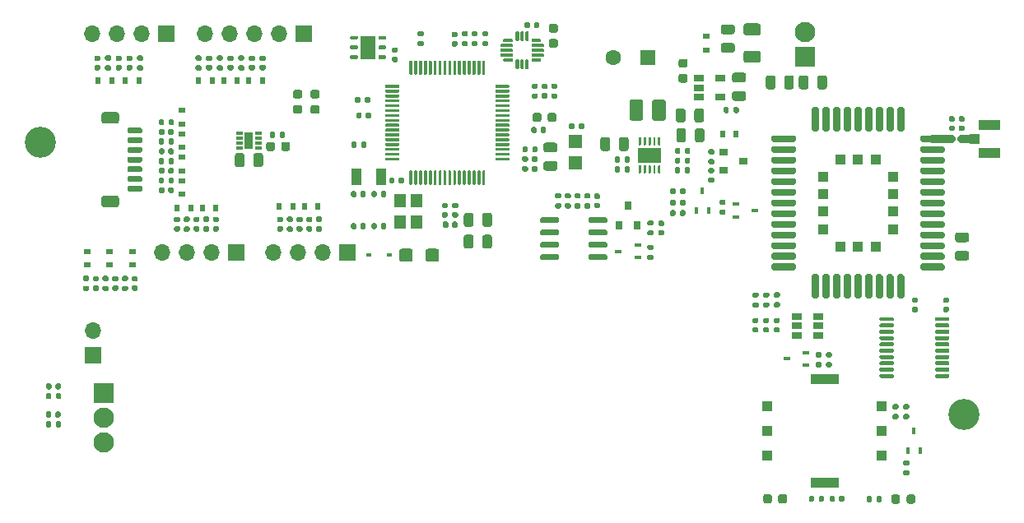
<source format=gts>
G04 #@! TF.GenerationSoftware,KiCad,Pcbnew,(5.1.7)-1*
G04 #@! TF.CreationDate,2021-01-17T22:57:24+02:00*
G04 #@! TF.ProjectId,Smart104.ua_V3_rev2,536d6172-7431-4303-942e-75615f56335f,1.0*
G04 #@! TF.SameCoordinates,Original*
G04 #@! TF.FileFunction,Soldermask,Top*
G04 #@! TF.FilePolarity,Negative*
%FSLAX46Y46*%
G04 Gerber Fmt 4.6, Leading zero omitted, Abs format (unit mm)*
G04 Created by KiCad (PCBNEW (5.1.7)-1) date 2021-01-17 22:57:24*
%MOMM*%
%LPD*%
G01*
G04 APERTURE LIST*
%ADD10C,0.830000*%
%ADD11R,1.000000X1.000000*%
%ADD12R,1.200000X1.400000*%
%ADD13C,3.200000*%
%ADD14R,0.700000X0.450000*%
%ADD15R,0.450000X0.700000*%
%ADD16R,1.060000X0.650000*%
%ADD17C,2.100000*%
%ADD18R,2.100000X2.100000*%
%ADD19R,1.100000X1.000000*%
%ADD20R,3.000000X1.000000*%
%ADD21R,1.050000X1.000000*%
%ADD22R,2.200000X1.050000*%
%ADD23R,2.380000X1.650000*%
%ADD24O,1.700000X1.700000*%
%ADD25R,1.700000X1.700000*%
%ADD26R,0.700000X0.600000*%
%ADD27R,0.600000X0.700000*%
%ADD28R,0.900000X0.800000*%
%ADD29R,0.800000X0.900000*%
%ADD30R,1.000000X1.800000*%
%ADD31R,1.600000X1.600000*%
%ADD32C,1.600000*%
%ADD33R,1.500000X2.400000*%
%ADD34R,1.400000X1.400000*%
%ADD35R,0.650000X0.350000*%
%ADD36R,0.900000X1.700000*%
%ADD37R,0.600000X0.450000*%
G04 APERTURE END LIST*
D10*
X200650000Y-106600000D02*
X199310000Y-106600000D01*
X198290000Y-106600000D02*
X196300000Y-106600000D01*
G04 #@! TO.C,U7*
G36*
G01*
X155050000Y-98587500D02*
X155050000Y-98412500D01*
G75*
G02*
X155137500Y-98325000I87500J0D01*
G01*
X155962500Y-98325000D01*
G75*
G02*
X156050000Y-98412500I0J-87500D01*
G01*
X156050000Y-98587500D01*
G75*
G02*
X155962500Y-98675000I-87500J0D01*
G01*
X155137500Y-98675000D01*
G75*
G02*
X155050000Y-98587500I0J87500D01*
G01*
G37*
G36*
G01*
X152150000Y-98587500D02*
X152150000Y-98412500D01*
G75*
G02*
X152237500Y-98325000I87500J0D01*
G01*
X153062500Y-98325000D01*
G75*
G02*
X153150000Y-98412500I0J-87500D01*
G01*
X153150000Y-98587500D01*
G75*
G02*
X153062500Y-98675000I-87500J0D01*
G01*
X152237500Y-98675000D01*
G75*
G02*
X152150000Y-98587500I0J87500D01*
G01*
G37*
G36*
G01*
X151850000Y-98087500D02*
X151850000Y-97912500D01*
G75*
G02*
X151937500Y-97825000I87500J0D01*
G01*
X153062500Y-97825000D01*
G75*
G02*
X153150000Y-97912500I0J-87500D01*
G01*
X153150000Y-98087500D01*
G75*
G02*
X153062500Y-98175000I-87500J0D01*
G01*
X151937500Y-98175000D01*
G75*
G02*
X151850000Y-98087500I0J87500D01*
G01*
G37*
G36*
G01*
X155050000Y-98087500D02*
X155050000Y-97912500D01*
G75*
G02*
X155137500Y-97825000I87500J0D01*
G01*
X156262500Y-97825000D01*
G75*
G02*
X156350000Y-97912500I0J-87500D01*
G01*
X156350000Y-98087500D01*
G75*
G02*
X156262500Y-98175000I-87500J0D01*
G01*
X155137500Y-98175000D01*
G75*
G02*
X155050000Y-98087500I0J87500D01*
G01*
G37*
G36*
G01*
X155050000Y-97587500D02*
X155050000Y-97412500D01*
G75*
G02*
X155137500Y-97325000I87500J0D01*
G01*
X156262500Y-97325000D01*
G75*
G02*
X156350000Y-97412500I0J-87500D01*
G01*
X156350000Y-97587500D01*
G75*
G02*
X156262500Y-97675000I-87500J0D01*
G01*
X155137500Y-97675000D01*
G75*
G02*
X155050000Y-97587500I0J87500D01*
G01*
G37*
G36*
G01*
X152150000Y-96587500D02*
X152150000Y-96412500D01*
G75*
G02*
X152237500Y-96325000I87500J0D01*
G01*
X153062500Y-96325000D01*
G75*
G02*
X153150000Y-96412500I0J-87500D01*
G01*
X153150000Y-96587500D01*
G75*
G02*
X153062500Y-96675000I-87500J0D01*
G01*
X152237500Y-96675000D01*
G75*
G02*
X152150000Y-96587500I0J87500D01*
G01*
G37*
G36*
G01*
X155050000Y-96587500D02*
X155050000Y-96412500D01*
G75*
G02*
X155137500Y-96325000I87500J0D01*
G01*
X155962500Y-96325000D01*
G75*
G02*
X156050000Y-96412500I0J-87500D01*
G01*
X156050000Y-96587500D01*
G75*
G02*
X155962500Y-96675000I-87500J0D01*
G01*
X155137500Y-96675000D01*
G75*
G02*
X155050000Y-96587500I0J87500D01*
G01*
G37*
G36*
G01*
X153425000Y-96462500D02*
X153425000Y-95637500D01*
G75*
G02*
X153512500Y-95550000I87500J0D01*
G01*
X153687500Y-95550000D01*
G75*
G02*
X153775000Y-95637500I0J-87500D01*
G01*
X153775000Y-96462500D01*
G75*
G02*
X153687500Y-96550000I-87500J0D01*
G01*
X153512500Y-96550000D01*
G75*
G02*
X153425000Y-96462500I0J87500D01*
G01*
G37*
G36*
G01*
X151850000Y-97087500D02*
X151850000Y-96912500D01*
G75*
G02*
X151937500Y-96825000I87500J0D01*
G01*
X153062500Y-96825000D01*
G75*
G02*
X153150000Y-96912500I0J-87500D01*
G01*
X153150000Y-97087500D01*
G75*
G02*
X153062500Y-97175000I-87500J0D01*
G01*
X151937500Y-97175000D01*
G75*
G02*
X151850000Y-97087500I0J87500D01*
G01*
G37*
G36*
G01*
X154425000Y-96462500D02*
X154425000Y-95637500D01*
G75*
G02*
X154512500Y-95550000I87500J0D01*
G01*
X154687500Y-95550000D01*
G75*
G02*
X154775000Y-95637500I0J-87500D01*
G01*
X154775000Y-96462500D01*
G75*
G02*
X154687500Y-96550000I-87500J0D01*
G01*
X154512500Y-96550000D01*
G75*
G02*
X154425000Y-96462500I0J87500D01*
G01*
G37*
G36*
G01*
X153425000Y-99362500D02*
X153425000Y-98537500D01*
G75*
G02*
X153512500Y-98450000I87500J0D01*
G01*
X153687500Y-98450000D01*
G75*
G02*
X153775000Y-98537500I0J-87500D01*
G01*
X153775000Y-99362500D01*
G75*
G02*
X153687500Y-99450000I-87500J0D01*
G01*
X153512500Y-99450000D01*
G75*
G02*
X153425000Y-99362500I0J87500D01*
G01*
G37*
G36*
G01*
X153925000Y-99362500D02*
X153925000Y-98537500D01*
G75*
G02*
X154012500Y-98450000I87500J0D01*
G01*
X154187500Y-98450000D01*
G75*
G02*
X154275000Y-98537500I0J-87500D01*
G01*
X154275000Y-99362500D01*
G75*
G02*
X154187500Y-99450000I-87500J0D01*
G01*
X154012500Y-99450000D01*
G75*
G02*
X153925000Y-99362500I0J87500D01*
G01*
G37*
G36*
G01*
X151850000Y-97587500D02*
X151850000Y-97412500D01*
G75*
G02*
X151937500Y-97325000I87500J0D01*
G01*
X153062500Y-97325000D01*
G75*
G02*
X153150000Y-97412500I0J-87500D01*
G01*
X153150000Y-97587500D01*
G75*
G02*
X153062500Y-97675000I-87500J0D01*
G01*
X151937500Y-97675000D01*
G75*
G02*
X151850000Y-97587500I0J87500D01*
G01*
G37*
G36*
G01*
X154425000Y-99362500D02*
X154425000Y-98537500D01*
G75*
G02*
X154512500Y-98450000I87500J0D01*
G01*
X154687500Y-98450000D01*
G75*
G02*
X154775000Y-98537500I0J-87500D01*
G01*
X154775000Y-99362500D01*
G75*
G02*
X154687500Y-99450000I-87500J0D01*
G01*
X154512500Y-99450000D01*
G75*
G02*
X154425000Y-99362500I0J87500D01*
G01*
G37*
G36*
G01*
X155050000Y-97087500D02*
X155050000Y-96912500D01*
G75*
G02*
X155137500Y-96825000I87500J0D01*
G01*
X156262500Y-96825000D01*
G75*
G02*
X156350000Y-96912500I0J-87500D01*
G01*
X156350000Y-97087500D01*
G75*
G02*
X156262500Y-97175000I-87500J0D01*
G01*
X155137500Y-97175000D01*
G75*
G02*
X155050000Y-97087500I0J87500D01*
G01*
G37*
G36*
G01*
X153925000Y-96462500D02*
X153925000Y-95637500D01*
G75*
G02*
X154012500Y-95550000I87500J0D01*
G01*
X154187500Y-95550000D01*
G75*
G02*
X154275000Y-95637500I0J-87500D01*
G01*
X154275000Y-96462500D01*
G75*
G02*
X154187500Y-96550000I-87500J0D01*
G01*
X154012500Y-96550000D01*
G75*
G02*
X153925000Y-96462500I0J87500D01*
G01*
G37*
G04 #@! TD*
G04 #@! TO.C,C56*
G36*
G01*
X148100000Y-117675000D02*
X148100000Y-116725000D01*
G75*
G02*
X148350000Y-116475000I250000J0D01*
G01*
X148850000Y-116475000D01*
G75*
G02*
X149100000Y-116725000I0J-250000D01*
G01*
X149100000Y-117675000D01*
G75*
G02*
X148850000Y-117925000I-250000J0D01*
G01*
X148350000Y-117925000D01*
G75*
G02*
X148100000Y-117675000I0J250000D01*
G01*
G37*
G36*
G01*
X150000000Y-117675000D02*
X150000000Y-116725000D01*
G75*
G02*
X150250000Y-116475000I250000J0D01*
G01*
X150750000Y-116475000D01*
G75*
G02*
X151000000Y-116725000I0J-250000D01*
G01*
X151000000Y-117675000D01*
G75*
G02*
X150750000Y-117925000I-250000J0D01*
G01*
X150250000Y-117925000D01*
G75*
G02*
X150000000Y-117675000I0J250000D01*
G01*
G37*
G04 #@! TD*
G04 #@! TO.C,C28*
G36*
G01*
X112080000Y-120740000D02*
X112420000Y-120740000D01*
G75*
G02*
X112560000Y-120880000I0J-140000D01*
G01*
X112560000Y-121160000D01*
G75*
G02*
X112420000Y-121300000I-140000J0D01*
G01*
X112080000Y-121300000D01*
G75*
G02*
X111940000Y-121160000I0J140000D01*
G01*
X111940000Y-120880000D01*
G75*
G02*
X112080000Y-120740000I140000J0D01*
G01*
G37*
G36*
G01*
X112080000Y-121700000D02*
X112420000Y-121700000D01*
G75*
G02*
X112560000Y-121840000I0J-140000D01*
G01*
X112560000Y-122120000D01*
G75*
G02*
X112420000Y-122260000I-140000J0D01*
G01*
X112080000Y-122260000D01*
G75*
G02*
X111940000Y-122120000I0J140000D01*
G01*
X111940000Y-121840000D01*
G75*
G02*
X112080000Y-121700000I140000J0D01*
G01*
G37*
G04 #@! TD*
D11*
G04 #@! TO.C,U1*
X186850000Y-108700000D03*
X188650000Y-108700000D03*
X190450000Y-108700000D03*
X192250000Y-110500000D03*
X192250000Y-112300000D03*
X192250000Y-114100000D03*
X192250000Y-115900000D03*
X190450000Y-117700000D03*
X188650000Y-117700000D03*
X186850000Y-117700000D03*
X185050000Y-115900000D03*
X185050000Y-114100000D03*
X185050000Y-112300000D03*
X185050000Y-110500000D03*
G36*
G01*
X184075000Y-103350000D02*
X184425000Y-103350000D01*
G75*
G02*
X184600000Y-103525000I0J-175000D01*
G01*
X184600000Y-105675000D01*
G75*
G02*
X184425000Y-105850000I-175000J0D01*
G01*
X184075000Y-105850000D01*
G75*
G02*
X183900000Y-105675000I0J175000D01*
G01*
X183900000Y-103525000D01*
G75*
G02*
X184075000Y-103350000I175000J0D01*
G01*
G37*
G36*
G01*
X185175000Y-103350000D02*
X185525000Y-103350000D01*
G75*
G02*
X185700000Y-103525000I0J-175000D01*
G01*
X185700000Y-105675000D01*
G75*
G02*
X185525000Y-105850000I-175000J0D01*
G01*
X185175000Y-105850000D01*
G75*
G02*
X185000000Y-105675000I0J175000D01*
G01*
X185000000Y-103525000D01*
G75*
G02*
X185175000Y-103350000I175000J0D01*
G01*
G37*
G36*
G01*
X186275000Y-103350000D02*
X186625000Y-103350000D01*
G75*
G02*
X186800000Y-103525000I0J-175000D01*
G01*
X186800000Y-105675000D01*
G75*
G02*
X186625000Y-105850000I-175000J0D01*
G01*
X186275000Y-105850000D01*
G75*
G02*
X186100000Y-105675000I0J175000D01*
G01*
X186100000Y-103525000D01*
G75*
G02*
X186275000Y-103350000I175000J0D01*
G01*
G37*
G36*
G01*
X187375000Y-103350000D02*
X187725000Y-103350000D01*
G75*
G02*
X187900000Y-103525000I0J-175000D01*
G01*
X187900000Y-105675000D01*
G75*
G02*
X187725000Y-105850000I-175000J0D01*
G01*
X187375000Y-105850000D01*
G75*
G02*
X187200000Y-105675000I0J175000D01*
G01*
X187200000Y-103525000D01*
G75*
G02*
X187375000Y-103350000I175000J0D01*
G01*
G37*
G36*
G01*
X188475000Y-103350000D02*
X188825000Y-103350000D01*
G75*
G02*
X189000000Y-103525000I0J-175000D01*
G01*
X189000000Y-105675000D01*
G75*
G02*
X188825000Y-105850000I-175000J0D01*
G01*
X188475000Y-105850000D01*
G75*
G02*
X188300000Y-105675000I0J175000D01*
G01*
X188300000Y-103525000D01*
G75*
G02*
X188475000Y-103350000I175000J0D01*
G01*
G37*
G36*
G01*
X189575000Y-103350000D02*
X189925000Y-103350000D01*
G75*
G02*
X190100000Y-103525000I0J-175000D01*
G01*
X190100000Y-105675000D01*
G75*
G02*
X189925000Y-105850000I-175000J0D01*
G01*
X189575000Y-105850000D01*
G75*
G02*
X189400000Y-105675000I0J175000D01*
G01*
X189400000Y-103525000D01*
G75*
G02*
X189575000Y-103350000I175000J0D01*
G01*
G37*
G36*
G01*
X190675000Y-103350000D02*
X191025000Y-103350000D01*
G75*
G02*
X191200000Y-103525000I0J-175000D01*
G01*
X191200000Y-105675000D01*
G75*
G02*
X191025000Y-105850000I-175000J0D01*
G01*
X190675000Y-105850000D01*
G75*
G02*
X190500000Y-105675000I0J175000D01*
G01*
X190500000Y-103525000D01*
G75*
G02*
X190675000Y-103350000I175000J0D01*
G01*
G37*
G36*
G01*
X191775000Y-103350000D02*
X192125000Y-103350000D01*
G75*
G02*
X192300000Y-103525000I0J-175000D01*
G01*
X192300000Y-105675000D01*
G75*
G02*
X192125000Y-105850000I-175000J0D01*
G01*
X191775000Y-105850000D01*
G75*
G02*
X191600000Y-105675000I0J175000D01*
G01*
X191600000Y-103525000D01*
G75*
G02*
X191775000Y-103350000I175000J0D01*
G01*
G37*
G36*
G01*
X192875000Y-103350000D02*
X193225000Y-103350000D01*
G75*
G02*
X193400000Y-103525000I0J-175000D01*
G01*
X193400000Y-105675000D01*
G75*
G02*
X193225000Y-105850000I-175000J0D01*
G01*
X192875000Y-105850000D01*
G75*
G02*
X192700000Y-105675000I0J175000D01*
G01*
X192700000Y-103525000D01*
G75*
G02*
X192875000Y-103350000I175000J0D01*
G01*
G37*
G36*
G01*
X195050000Y-106775000D02*
X195050000Y-106425000D01*
G75*
G02*
X195225000Y-106250000I175000J0D01*
G01*
X197375000Y-106250000D01*
G75*
G02*
X197550000Y-106425000I0J-175000D01*
G01*
X197550000Y-106775000D01*
G75*
G02*
X197375000Y-106950000I-175000J0D01*
G01*
X195225000Y-106950000D01*
G75*
G02*
X195050000Y-106775000I0J175000D01*
G01*
G37*
G36*
G01*
X195050000Y-107875000D02*
X195050000Y-107525000D01*
G75*
G02*
X195225000Y-107350000I175000J0D01*
G01*
X197375000Y-107350000D01*
G75*
G02*
X197550000Y-107525000I0J-175000D01*
G01*
X197550000Y-107875000D01*
G75*
G02*
X197375000Y-108050000I-175000J0D01*
G01*
X195225000Y-108050000D01*
G75*
G02*
X195050000Y-107875000I0J175000D01*
G01*
G37*
G36*
G01*
X195050000Y-108975000D02*
X195050000Y-108625000D01*
G75*
G02*
X195225000Y-108450000I175000J0D01*
G01*
X197375000Y-108450000D01*
G75*
G02*
X197550000Y-108625000I0J-175000D01*
G01*
X197550000Y-108975000D01*
G75*
G02*
X197375000Y-109150000I-175000J0D01*
G01*
X195225000Y-109150000D01*
G75*
G02*
X195050000Y-108975000I0J175000D01*
G01*
G37*
G36*
G01*
X195050000Y-110075000D02*
X195050000Y-109725000D01*
G75*
G02*
X195225000Y-109550000I175000J0D01*
G01*
X197375000Y-109550000D01*
G75*
G02*
X197550000Y-109725000I0J-175000D01*
G01*
X197550000Y-110075000D01*
G75*
G02*
X197375000Y-110250000I-175000J0D01*
G01*
X195225000Y-110250000D01*
G75*
G02*
X195050000Y-110075000I0J175000D01*
G01*
G37*
G36*
G01*
X195050000Y-111175000D02*
X195050000Y-110825000D01*
G75*
G02*
X195225000Y-110650000I175000J0D01*
G01*
X197375000Y-110650000D01*
G75*
G02*
X197550000Y-110825000I0J-175000D01*
G01*
X197550000Y-111175000D01*
G75*
G02*
X197375000Y-111350000I-175000J0D01*
G01*
X195225000Y-111350000D01*
G75*
G02*
X195050000Y-111175000I0J175000D01*
G01*
G37*
G36*
G01*
X195050000Y-112275000D02*
X195050000Y-111925000D01*
G75*
G02*
X195225000Y-111750000I175000J0D01*
G01*
X197375000Y-111750000D01*
G75*
G02*
X197550000Y-111925000I0J-175000D01*
G01*
X197550000Y-112275000D01*
G75*
G02*
X197375000Y-112450000I-175000J0D01*
G01*
X195225000Y-112450000D01*
G75*
G02*
X195050000Y-112275000I0J175000D01*
G01*
G37*
G36*
G01*
X195050000Y-113375000D02*
X195050000Y-113025000D01*
G75*
G02*
X195225000Y-112850000I175000J0D01*
G01*
X197375000Y-112850000D01*
G75*
G02*
X197550000Y-113025000I0J-175000D01*
G01*
X197550000Y-113375000D01*
G75*
G02*
X197375000Y-113550000I-175000J0D01*
G01*
X195225000Y-113550000D01*
G75*
G02*
X195050000Y-113375000I0J175000D01*
G01*
G37*
G36*
G01*
X195050000Y-114475000D02*
X195050000Y-114125000D01*
G75*
G02*
X195225000Y-113950000I175000J0D01*
G01*
X197375000Y-113950000D01*
G75*
G02*
X197550000Y-114125000I0J-175000D01*
G01*
X197550000Y-114475000D01*
G75*
G02*
X197375000Y-114650000I-175000J0D01*
G01*
X195225000Y-114650000D01*
G75*
G02*
X195050000Y-114475000I0J175000D01*
G01*
G37*
G36*
G01*
X195050000Y-115575000D02*
X195050000Y-115225000D01*
G75*
G02*
X195225000Y-115050000I175000J0D01*
G01*
X197375000Y-115050000D01*
G75*
G02*
X197550000Y-115225000I0J-175000D01*
G01*
X197550000Y-115575000D01*
G75*
G02*
X197375000Y-115750000I-175000J0D01*
G01*
X195225000Y-115750000D01*
G75*
G02*
X195050000Y-115575000I0J175000D01*
G01*
G37*
G36*
G01*
X195050000Y-116675000D02*
X195050000Y-116325000D01*
G75*
G02*
X195225000Y-116150000I175000J0D01*
G01*
X197375000Y-116150000D01*
G75*
G02*
X197550000Y-116325000I0J-175000D01*
G01*
X197550000Y-116675000D01*
G75*
G02*
X197375000Y-116850000I-175000J0D01*
G01*
X195225000Y-116850000D01*
G75*
G02*
X195050000Y-116675000I0J175000D01*
G01*
G37*
G36*
G01*
X195050000Y-117775000D02*
X195050000Y-117425000D01*
G75*
G02*
X195225000Y-117250000I175000J0D01*
G01*
X197375000Y-117250000D01*
G75*
G02*
X197550000Y-117425000I0J-175000D01*
G01*
X197550000Y-117775000D01*
G75*
G02*
X197375000Y-117950000I-175000J0D01*
G01*
X195225000Y-117950000D01*
G75*
G02*
X195050000Y-117775000I0J175000D01*
G01*
G37*
G36*
G01*
X195050000Y-118875000D02*
X195050000Y-118525000D01*
G75*
G02*
X195225000Y-118350000I175000J0D01*
G01*
X197375000Y-118350000D01*
G75*
G02*
X197550000Y-118525000I0J-175000D01*
G01*
X197550000Y-118875000D01*
G75*
G02*
X197375000Y-119050000I-175000J0D01*
G01*
X195225000Y-119050000D01*
G75*
G02*
X195050000Y-118875000I0J175000D01*
G01*
G37*
G36*
G01*
X195050000Y-119975000D02*
X195050000Y-119625000D01*
G75*
G02*
X195225000Y-119450000I175000J0D01*
G01*
X197375000Y-119450000D01*
G75*
G02*
X197550000Y-119625000I0J-175000D01*
G01*
X197550000Y-119975000D01*
G75*
G02*
X197375000Y-120150000I-175000J0D01*
G01*
X195225000Y-120150000D01*
G75*
G02*
X195050000Y-119975000I0J175000D01*
G01*
G37*
G36*
G01*
X193225000Y-123050000D02*
X192875000Y-123050000D01*
G75*
G02*
X192700000Y-122875000I0J175000D01*
G01*
X192700000Y-120725000D01*
G75*
G02*
X192875000Y-120550000I175000J0D01*
G01*
X193225000Y-120550000D01*
G75*
G02*
X193400000Y-120725000I0J-175000D01*
G01*
X193400000Y-122875000D01*
G75*
G02*
X193225000Y-123050000I-175000J0D01*
G01*
G37*
G36*
G01*
X192125000Y-123050000D02*
X191775000Y-123050000D01*
G75*
G02*
X191600000Y-122875000I0J175000D01*
G01*
X191600000Y-120725000D01*
G75*
G02*
X191775000Y-120550000I175000J0D01*
G01*
X192125000Y-120550000D01*
G75*
G02*
X192300000Y-120725000I0J-175000D01*
G01*
X192300000Y-122875000D01*
G75*
G02*
X192125000Y-123050000I-175000J0D01*
G01*
G37*
G36*
G01*
X191025000Y-123050000D02*
X190675000Y-123050000D01*
G75*
G02*
X190500000Y-122875000I0J175000D01*
G01*
X190500000Y-120725000D01*
G75*
G02*
X190675000Y-120550000I175000J0D01*
G01*
X191025000Y-120550000D01*
G75*
G02*
X191200000Y-120725000I0J-175000D01*
G01*
X191200000Y-122875000D01*
G75*
G02*
X191025000Y-123050000I-175000J0D01*
G01*
G37*
G36*
G01*
X189925000Y-123050000D02*
X189575000Y-123050000D01*
G75*
G02*
X189400000Y-122875000I0J175000D01*
G01*
X189400000Y-120725000D01*
G75*
G02*
X189575000Y-120550000I175000J0D01*
G01*
X189925000Y-120550000D01*
G75*
G02*
X190100000Y-120725000I0J-175000D01*
G01*
X190100000Y-122875000D01*
G75*
G02*
X189925000Y-123050000I-175000J0D01*
G01*
G37*
G36*
G01*
X188825000Y-123050000D02*
X188475000Y-123050000D01*
G75*
G02*
X188300000Y-122875000I0J175000D01*
G01*
X188300000Y-120725000D01*
G75*
G02*
X188475000Y-120550000I175000J0D01*
G01*
X188825000Y-120550000D01*
G75*
G02*
X189000000Y-120725000I0J-175000D01*
G01*
X189000000Y-122875000D01*
G75*
G02*
X188825000Y-123050000I-175000J0D01*
G01*
G37*
G36*
G01*
X187725000Y-123050000D02*
X187375000Y-123050000D01*
G75*
G02*
X187200000Y-122875000I0J175000D01*
G01*
X187200000Y-120725000D01*
G75*
G02*
X187375000Y-120550000I175000J0D01*
G01*
X187725000Y-120550000D01*
G75*
G02*
X187900000Y-120725000I0J-175000D01*
G01*
X187900000Y-122875000D01*
G75*
G02*
X187725000Y-123050000I-175000J0D01*
G01*
G37*
G36*
G01*
X186625000Y-123050000D02*
X186275000Y-123050000D01*
G75*
G02*
X186100000Y-122875000I0J175000D01*
G01*
X186100000Y-120725000D01*
G75*
G02*
X186275000Y-120550000I175000J0D01*
G01*
X186625000Y-120550000D01*
G75*
G02*
X186800000Y-120725000I0J-175000D01*
G01*
X186800000Y-122875000D01*
G75*
G02*
X186625000Y-123050000I-175000J0D01*
G01*
G37*
G36*
G01*
X185525000Y-123050000D02*
X185175000Y-123050000D01*
G75*
G02*
X185000000Y-122875000I0J175000D01*
G01*
X185000000Y-120725000D01*
G75*
G02*
X185175000Y-120550000I175000J0D01*
G01*
X185525000Y-120550000D01*
G75*
G02*
X185700000Y-120725000I0J-175000D01*
G01*
X185700000Y-122875000D01*
G75*
G02*
X185525000Y-123050000I-175000J0D01*
G01*
G37*
G36*
G01*
X184425000Y-123050000D02*
X184075000Y-123050000D01*
G75*
G02*
X183900000Y-122875000I0J175000D01*
G01*
X183900000Y-120725000D01*
G75*
G02*
X184075000Y-120550000I175000J0D01*
G01*
X184425000Y-120550000D01*
G75*
G02*
X184600000Y-120725000I0J-175000D01*
G01*
X184600000Y-122875000D01*
G75*
G02*
X184425000Y-123050000I-175000J0D01*
G01*
G37*
G36*
G01*
X179750000Y-119975000D02*
X179750000Y-119625000D01*
G75*
G02*
X179925000Y-119450000I175000J0D01*
G01*
X182075000Y-119450000D01*
G75*
G02*
X182250000Y-119625000I0J-175000D01*
G01*
X182250000Y-119975000D01*
G75*
G02*
X182075000Y-120150000I-175000J0D01*
G01*
X179925000Y-120150000D01*
G75*
G02*
X179750000Y-119975000I0J175000D01*
G01*
G37*
G36*
G01*
X179750000Y-118875000D02*
X179750000Y-118525000D01*
G75*
G02*
X179925000Y-118350000I175000J0D01*
G01*
X182075000Y-118350000D01*
G75*
G02*
X182250000Y-118525000I0J-175000D01*
G01*
X182250000Y-118875000D01*
G75*
G02*
X182075000Y-119050000I-175000J0D01*
G01*
X179925000Y-119050000D01*
G75*
G02*
X179750000Y-118875000I0J175000D01*
G01*
G37*
G36*
G01*
X179750000Y-117775000D02*
X179750000Y-117425000D01*
G75*
G02*
X179925000Y-117250000I175000J0D01*
G01*
X182075000Y-117250000D01*
G75*
G02*
X182250000Y-117425000I0J-175000D01*
G01*
X182250000Y-117775000D01*
G75*
G02*
X182075000Y-117950000I-175000J0D01*
G01*
X179925000Y-117950000D01*
G75*
G02*
X179750000Y-117775000I0J175000D01*
G01*
G37*
G36*
G01*
X179750000Y-116675000D02*
X179750000Y-116325000D01*
G75*
G02*
X179925000Y-116150000I175000J0D01*
G01*
X182075000Y-116150000D01*
G75*
G02*
X182250000Y-116325000I0J-175000D01*
G01*
X182250000Y-116675000D01*
G75*
G02*
X182075000Y-116850000I-175000J0D01*
G01*
X179925000Y-116850000D01*
G75*
G02*
X179750000Y-116675000I0J175000D01*
G01*
G37*
G36*
G01*
X179750000Y-115575000D02*
X179750000Y-115225000D01*
G75*
G02*
X179925000Y-115050000I175000J0D01*
G01*
X182075000Y-115050000D01*
G75*
G02*
X182250000Y-115225000I0J-175000D01*
G01*
X182250000Y-115575000D01*
G75*
G02*
X182075000Y-115750000I-175000J0D01*
G01*
X179925000Y-115750000D01*
G75*
G02*
X179750000Y-115575000I0J175000D01*
G01*
G37*
G36*
G01*
X179750000Y-114475000D02*
X179750000Y-114125000D01*
G75*
G02*
X179925000Y-113950000I175000J0D01*
G01*
X182075000Y-113950000D01*
G75*
G02*
X182250000Y-114125000I0J-175000D01*
G01*
X182250000Y-114475000D01*
G75*
G02*
X182075000Y-114650000I-175000J0D01*
G01*
X179925000Y-114650000D01*
G75*
G02*
X179750000Y-114475000I0J175000D01*
G01*
G37*
G36*
G01*
X179750000Y-113375000D02*
X179750000Y-113025000D01*
G75*
G02*
X179925000Y-112850000I175000J0D01*
G01*
X182075000Y-112850000D01*
G75*
G02*
X182250000Y-113025000I0J-175000D01*
G01*
X182250000Y-113375000D01*
G75*
G02*
X182075000Y-113550000I-175000J0D01*
G01*
X179925000Y-113550000D01*
G75*
G02*
X179750000Y-113375000I0J175000D01*
G01*
G37*
G36*
G01*
X179750000Y-112275000D02*
X179750000Y-111925000D01*
G75*
G02*
X179925000Y-111750000I175000J0D01*
G01*
X182075000Y-111750000D01*
G75*
G02*
X182250000Y-111925000I0J-175000D01*
G01*
X182250000Y-112275000D01*
G75*
G02*
X182075000Y-112450000I-175000J0D01*
G01*
X179925000Y-112450000D01*
G75*
G02*
X179750000Y-112275000I0J175000D01*
G01*
G37*
G36*
G01*
X179750000Y-111175000D02*
X179750000Y-110825000D01*
G75*
G02*
X179925000Y-110650000I175000J0D01*
G01*
X182075000Y-110650000D01*
G75*
G02*
X182250000Y-110825000I0J-175000D01*
G01*
X182250000Y-111175000D01*
G75*
G02*
X182075000Y-111350000I-175000J0D01*
G01*
X179925000Y-111350000D01*
G75*
G02*
X179750000Y-111175000I0J175000D01*
G01*
G37*
G36*
G01*
X179750000Y-110075000D02*
X179750000Y-109725000D01*
G75*
G02*
X179925000Y-109550000I175000J0D01*
G01*
X182075000Y-109550000D01*
G75*
G02*
X182250000Y-109725000I0J-175000D01*
G01*
X182250000Y-110075000D01*
G75*
G02*
X182075000Y-110250000I-175000J0D01*
G01*
X179925000Y-110250000D01*
G75*
G02*
X179750000Y-110075000I0J175000D01*
G01*
G37*
G36*
G01*
X179750000Y-108975000D02*
X179750000Y-108625000D01*
G75*
G02*
X179925000Y-108450000I175000J0D01*
G01*
X182075000Y-108450000D01*
G75*
G02*
X182250000Y-108625000I0J-175000D01*
G01*
X182250000Y-108975000D01*
G75*
G02*
X182075000Y-109150000I-175000J0D01*
G01*
X179925000Y-109150000D01*
G75*
G02*
X179750000Y-108975000I0J175000D01*
G01*
G37*
G36*
G01*
X179750000Y-107875000D02*
X179750000Y-107525000D01*
G75*
G02*
X179925000Y-107350000I175000J0D01*
G01*
X182075000Y-107350000D01*
G75*
G02*
X182250000Y-107525000I0J-175000D01*
G01*
X182250000Y-107875000D01*
G75*
G02*
X182075000Y-108050000I-175000J0D01*
G01*
X179925000Y-108050000D01*
G75*
G02*
X179750000Y-107875000I0J175000D01*
G01*
G37*
G36*
G01*
X179750000Y-106775000D02*
X179750000Y-106425000D01*
G75*
G02*
X179925000Y-106250000I175000J0D01*
G01*
X182075000Y-106250000D01*
G75*
G02*
X182250000Y-106425000I0J-175000D01*
G01*
X182250000Y-106775000D01*
G75*
G02*
X182075000Y-106950000I-175000J0D01*
G01*
X179925000Y-106950000D01*
G75*
G02*
X179750000Y-106775000I0J175000D01*
G01*
G37*
G04 #@! TD*
G04 #@! TO.C,C53*
G36*
G01*
X175925000Y-101700000D02*
X176875000Y-101700000D01*
G75*
G02*
X177125000Y-101950000I0J-250000D01*
G01*
X177125000Y-102450000D01*
G75*
G02*
X176875000Y-102700000I-250000J0D01*
G01*
X175925000Y-102700000D01*
G75*
G02*
X175675000Y-102450000I0J250000D01*
G01*
X175675000Y-101950000D01*
G75*
G02*
X175925000Y-101700000I250000J0D01*
G01*
G37*
G36*
G01*
X175925000Y-99800000D02*
X176875000Y-99800000D01*
G75*
G02*
X177125000Y-100050000I0J-250000D01*
G01*
X177125000Y-100550000D01*
G75*
G02*
X176875000Y-100800000I-250000J0D01*
G01*
X175925000Y-100800000D01*
G75*
G02*
X175675000Y-100550000I0J250000D01*
G01*
X175675000Y-100050000D01*
G75*
G02*
X175925000Y-99800000I250000J0D01*
G01*
G37*
G04 #@! TD*
G04 #@! TO.C,R26*
G36*
G01*
X113065000Y-121740000D02*
X113435000Y-121740000D01*
G75*
G02*
X113570000Y-121875000I0J-135000D01*
G01*
X113570000Y-122145000D01*
G75*
G02*
X113435000Y-122280000I-135000J0D01*
G01*
X113065000Y-122280000D01*
G75*
G02*
X112930000Y-122145000I0J135000D01*
G01*
X112930000Y-121875000D01*
G75*
G02*
X113065000Y-121740000I135000J0D01*
G01*
G37*
G36*
G01*
X113065000Y-120720000D02*
X113435000Y-120720000D01*
G75*
G02*
X113570000Y-120855000I0J-135000D01*
G01*
X113570000Y-121125000D01*
G75*
G02*
X113435000Y-121260000I-135000J0D01*
G01*
X113065000Y-121260000D01*
G75*
G02*
X112930000Y-121125000I0J135000D01*
G01*
X112930000Y-120855000D01*
G75*
G02*
X113065000Y-120720000I135000J0D01*
G01*
G37*
G04 #@! TD*
G04 #@! TO.C,R24*
G36*
G01*
X111065000Y-121740000D02*
X111435000Y-121740000D01*
G75*
G02*
X111570000Y-121875000I0J-135000D01*
G01*
X111570000Y-122145000D01*
G75*
G02*
X111435000Y-122280000I-135000J0D01*
G01*
X111065000Y-122280000D01*
G75*
G02*
X110930000Y-122145000I0J135000D01*
G01*
X110930000Y-121875000D01*
G75*
G02*
X111065000Y-121740000I135000J0D01*
G01*
G37*
G36*
G01*
X111065000Y-120720000D02*
X111435000Y-120720000D01*
G75*
G02*
X111570000Y-120855000I0J-135000D01*
G01*
X111570000Y-121125000D01*
G75*
G02*
X111435000Y-121260000I-135000J0D01*
G01*
X111065000Y-121260000D01*
G75*
G02*
X110930000Y-121125000I0J135000D01*
G01*
X110930000Y-120855000D01*
G75*
G02*
X111065000Y-120720000I135000J0D01*
G01*
G37*
G04 #@! TD*
G04 #@! TO.C,D23*
G36*
G01*
X133056250Y-104025000D02*
X132543750Y-104025000D01*
G75*
G02*
X132325000Y-103806250I0J218750D01*
G01*
X132325000Y-103368750D01*
G75*
G02*
X132543750Y-103150000I218750J0D01*
G01*
X133056250Y-103150000D01*
G75*
G02*
X133275000Y-103368750I0J-218750D01*
G01*
X133275000Y-103806250D01*
G75*
G02*
X133056250Y-104025000I-218750J0D01*
G01*
G37*
G36*
G01*
X133056250Y-102450000D02*
X132543750Y-102450000D01*
G75*
G02*
X132325000Y-102231250I0J218750D01*
G01*
X132325000Y-101793750D01*
G75*
G02*
X132543750Y-101575000I218750J0D01*
G01*
X133056250Y-101575000D01*
G75*
G02*
X133275000Y-101793750I0J-218750D01*
G01*
X133275000Y-102231250D01*
G75*
G02*
X133056250Y-102450000I-218750J0D01*
G01*
G37*
G04 #@! TD*
G04 #@! TO.C,C47*
G36*
G01*
X148100000Y-115425000D02*
X148100000Y-114475000D01*
G75*
G02*
X148350000Y-114225000I250000J0D01*
G01*
X148850000Y-114225000D01*
G75*
G02*
X149100000Y-114475000I0J-250000D01*
G01*
X149100000Y-115425000D01*
G75*
G02*
X148850000Y-115675000I-250000J0D01*
G01*
X148350000Y-115675000D01*
G75*
G02*
X148100000Y-115425000I0J250000D01*
G01*
G37*
G36*
G01*
X150000000Y-115425000D02*
X150000000Y-114475000D01*
G75*
G02*
X150250000Y-114225000I250000J0D01*
G01*
X150750000Y-114225000D01*
G75*
G02*
X151000000Y-114475000I0J-250000D01*
G01*
X151000000Y-115425000D01*
G75*
G02*
X150750000Y-115675000I-250000J0D01*
G01*
X150250000Y-115675000D01*
G75*
G02*
X150000000Y-115425000I0J250000D01*
G01*
G37*
G04 #@! TD*
G04 #@! TO.C,C18*
G36*
G01*
X184450000Y-101275000D02*
X184450000Y-100325000D01*
G75*
G02*
X184700000Y-100075000I250000J0D01*
G01*
X185200000Y-100075000D01*
G75*
G02*
X185450000Y-100325000I0J-250000D01*
G01*
X185450000Y-101275000D01*
G75*
G02*
X185200000Y-101525000I-250000J0D01*
G01*
X184700000Y-101525000D01*
G75*
G02*
X184450000Y-101275000I0J250000D01*
G01*
G37*
G36*
G01*
X182550000Y-101275000D02*
X182550000Y-100325000D01*
G75*
G02*
X182800000Y-100075000I250000J0D01*
G01*
X183300000Y-100075000D01*
G75*
G02*
X183550000Y-100325000I0J-250000D01*
G01*
X183550000Y-101275000D01*
G75*
G02*
X183300000Y-101525000I-250000J0D01*
G01*
X182800000Y-101525000D01*
G75*
G02*
X182550000Y-101275000I0J250000D01*
G01*
G37*
G04 #@! TD*
G04 #@! TO.C,C50*
G36*
G01*
X147030000Y-114150000D02*
X147370000Y-114150000D01*
G75*
G02*
X147510000Y-114290000I0J-140000D01*
G01*
X147510000Y-114570000D01*
G75*
G02*
X147370000Y-114710000I-140000J0D01*
G01*
X147030000Y-114710000D01*
G75*
G02*
X146890000Y-114570000I0J140000D01*
G01*
X146890000Y-114290000D01*
G75*
G02*
X147030000Y-114150000I140000J0D01*
G01*
G37*
G36*
G01*
X147030000Y-113190000D02*
X147370000Y-113190000D01*
G75*
G02*
X147510000Y-113330000I0J-140000D01*
G01*
X147510000Y-113610000D01*
G75*
G02*
X147370000Y-113750000I-140000J0D01*
G01*
X147030000Y-113750000D01*
G75*
G02*
X146890000Y-113610000I0J140000D01*
G01*
X146890000Y-113330000D01*
G75*
G02*
X147030000Y-113190000I140000J0D01*
G01*
G37*
G04 #@! TD*
D12*
G04 #@! TO.C,Y2*
X143200000Y-113000000D03*
X143200000Y-115200000D03*
X141500000Y-115200000D03*
X141500000Y-113000000D03*
G04 #@! TD*
G04 #@! TO.C,R14*
G36*
G01*
X185465000Y-128570000D02*
X185835000Y-128570000D01*
G75*
G02*
X185970000Y-128705000I0J-135000D01*
G01*
X185970000Y-128975000D01*
G75*
G02*
X185835000Y-129110000I-135000J0D01*
G01*
X185465000Y-129110000D01*
G75*
G02*
X185330000Y-128975000I0J135000D01*
G01*
X185330000Y-128705000D01*
G75*
G02*
X185465000Y-128570000I135000J0D01*
G01*
G37*
G36*
G01*
X185465000Y-129590000D02*
X185835000Y-129590000D01*
G75*
G02*
X185970000Y-129725000I0J-135000D01*
G01*
X185970000Y-129995000D01*
G75*
G02*
X185835000Y-130130000I-135000J0D01*
G01*
X185465000Y-130130000D01*
G75*
G02*
X185330000Y-129995000I0J135000D01*
G01*
X185330000Y-129725000D01*
G75*
G02*
X185465000Y-129590000I135000J0D01*
G01*
G37*
G04 #@! TD*
D13*
G04 #@! TO.C,H1*
X199500000Y-135000000D03*
G04 #@! TD*
G04 #@! TO.C,R34*
G36*
G01*
X193415000Y-139720000D02*
X193785000Y-139720000D01*
G75*
G02*
X193920000Y-139855000I0J-135000D01*
G01*
X193920000Y-140125000D01*
G75*
G02*
X193785000Y-140260000I-135000J0D01*
G01*
X193415000Y-140260000D01*
G75*
G02*
X193280000Y-140125000I0J135000D01*
G01*
X193280000Y-139855000D01*
G75*
G02*
X193415000Y-139720000I135000J0D01*
G01*
G37*
G36*
G01*
X193415000Y-140740000D02*
X193785000Y-140740000D01*
G75*
G02*
X193920000Y-140875000I0J-135000D01*
G01*
X193920000Y-141145000D01*
G75*
G02*
X193785000Y-141280000I-135000J0D01*
G01*
X193415000Y-141280000D01*
G75*
G02*
X193280000Y-141145000I0J135000D01*
G01*
X193280000Y-140875000D01*
G75*
G02*
X193415000Y-140740000I135000J0D01*
G01*
G37*
G04 #@! TD*
D14*
G04 #@! TO.C,Q3*
X181300000Y-129250000D03*
X183300000Y-128600000D03*
X183300000Y-129900000D03*
G04 #@! TD*
G04 #@! TO.C,R20*
G36*
G01*
X192315000Y-134940000D02*
X192685000Y-134940000D01*
G75*
G02*
X192820000Y-135075000I0J-135000D01*
G01*
X192820000Y-135345000D01*
G75*
G02*
X192685000Y-135480000I-135000J0D01*
G01*
X192315000Y-135480000D01*
G75*
G02*
X192180000Y-135345000I0J135000D01*
G01*
X192180000Y-135075000D01*
G75*
G02*
X192315000Y-134940000I135000J0D01*
G01*
G37*
G36*
G01*
X192315000Y-133920000D02*
X192685000Y-133920000D01*
G75*
G02*
X192820000Y-134055000I0J-135000D01*
G01*
X192820000Y-134325000D01*
G75*
G02*
X192685000Y-134460000I-135000J0D01*
G01*
X192315000Y-134460000D01*
G75*
G02*
X192180000Y-134325000I0J135000D01*
G01*
X192180000Y-134055000D01*
G75*
G02*
X192315000Y-133920000I135000J0D01*
G01*
G37*
G04 #@! TD*
D15*
G04 #@! TO.C,Q5*
X194400000Y-136700000D03*
X195050000Y-138700000D03*
X193750000Y-138700000D03*
G04 #@! TD*
G04 #@! TO.C,R9*
G36*
G01*
X179015000Y-123440000D02*
X179385000Y-123440000D01*
G75*
G02*
X179520000Y-123575000I0J-135000D01*
G01*
X179520000Y-123845000D01*
G75*
G02*
X179385000Y-123980000I-135000J0D01*
G01*
X179015000Y-123980000D01*
G75*
G02*
X178880000Y-123845000I0J135000D01*
G01*
X178880000Y-123575000D01*
G75*
G02*
X179015000Y-123440000I135000J0D01*
G01*
G37*
G36*
G01*
X179015000Y-122420000D02*
X179385000Y-122420000D01*
G75*
G02*
X179520000Y-122555000I0J-135000D01*
G01*
X179520000Y-122825000D01*
G75*
G02*
X179385000Y-122960000I-135000J0D01*
G01*
X179015000Y-122960000D01*
G75*
G02*
X178880000Y-122825000I0J135000D01*
G01*
X178880000Y-122555000D01*
G75*
G02*
X179015000Y-122420000I135000J0D01*
G01*
G37*
G04 #@! TD*
G04 #@! TO.C,C16*
G36*
G01*
X180130000Y-126000000D02*
X180470000Y-126000000D01*
G75*
G02*
X180610000Y-126140000I0J-140000D01*
G01*
X180610000Y-126420000D01*
G75*
G02*
X180470000Y-126560000I-140000J0D01*
G01*
X180130000Y-126560000D01*
G75*
G02*
X179990000Y-126420000I0J140000D01*
G01*
X179990000Y-126140000D01*
G75*
G02*
X180130000Y-126000000I140000J0D01*
G01*
G37*
G36*
G01*
X180130000Y-125040000D02*
X180470000Y-125040000D01*
G75*
G02*
X180610000Y-125180000I0J-140000D01*
G01*
X180610000Y-125460000D01*
G75*
G02*
X180470000Y-125600000I-140000J0D01*
G01*
X180130000Y-125600000D01*
G75*
G02*
X179990000Y-125460000I0J140000D01*
G01*
X179990000Y-125180000D01*
G75*
G02*
X180130000Y-125040000I140000J0D01*
G01*
G37*
G04 #@! TD*
G04 #@! TO.C,C14*
G36*
G01*
X179030000Y-125040000D02*
X179370000Y-125040000D01*
G75*
G02*
X179510000Y-125180000I0J-140000D01*
G01*
X179510000Y-125460000D01*
G75*
G02*
X179370000Y-125600000I-140000J0D01*
G01*
X179030000Y-125600000D01*
G75*
G02*
X178890000Y-125460000I0J140000D01*
G01*
X178890000Y-125180000D01*
G75*
G02*
X179030000Y-125040000I140000J0D01*
G01*
G37*
G36*
G01*
X179030000Y-126000000D02*
X179370000Y-126000000D01*
G75*
G02*
X179510000Y-126140000I0J-140000D01*
G01*
X179510000Y-126420000D01*
G75*
G02*
X179370000Y-126560000I-140000J0D01*
G01*
X179030000Y-126560000D01*
G75*
G02*
X178890000Y-126420000I0J140000D01*
G01*
X178890000Y-126140000D01*
G75*
G02*
X179030000Y-126000000I140000J0D01*
G01*
G37*
G04 #@! TD*
G04 #@! TO.C,R10*
G36*
G01*
X180115000Y-122410000D02*
X180485000Y-122410000D01*
G75*
G02*
X180620000Y-122545000I0J-135000D01*
G01*
X180620000Y-122815000D01*
G75*
G02*
X180485000Y-122950000I-135000J0D01*
G01*
X180115000Y-122950000D01*
G75*
G02*
X179980000Y-122815000I0J135000D01*
G01*
X179980000Y-122545000D01*
G75*
G02*
X180115000Y-122410000I135000J0D01*
G01*
G37*
G36*
G01*
X180115000Y-123430000D02*
X180485000Y-123430000D01*
G75*
G02*
X180620000Y-123565000I0J-135000D01*
G01*
X180620000Y-123835000D01*
G75*
G02*
X180485000Y-123970000I-135000J0D01*
G01*
X180115000Y-123970000D01*
G75*
G02*
X179980000Y-123835000I0J135000D01*
G01*
X179980000Y-123565000D01*
G75*
G02*
X180115000Y-123430000I135000J0D01*
G01*
G37*
G04 #@! TD*
G04 #@! TO.C,R38*
G36*
G01*
X189520000Y-143885000D02*
X189520000Y-143515000D01*
G75*
G02*
X189655000Y-143380000I135000J0D01*
G01*
X189925000Y-143380000D01*
G75*
G02*
X190060000Y-143515000I0J-135000D01*
G01*
X190060000Y-143885000D01*
G75*
G02*
X189925000Y-144020000I-135000J0D01*
G01*
X189655000Y-144020000D01*
G75*
G02*
X189520000Y-143885000I0J135000D01*
G01*
G37*
G36*
G01*
X190540000Y-143885000D02*
X190540000Y-143515000D01*
G75*
G02*
X190675000Y-143380000I135000J0D01*
G01*
X190945000Y-143380000D01*
G75*
G02*
X191080000Y-143515000I0J-135000D01*
G01*
X191080000Y-143885000D01*
G75*
G02*
X190945000Y-144020000I-135000J0D01*
G01*
X190675000Y-144020000D01*
G75*
G02*
X190540000Y-143885000I0J135000D01*
G01*
G37*
G04 #@! TD*
D16*
G04 #@! TO.C,D2*
X182320000Y-125880000D03*
X182320000Y-126830000D03*
X182320000Y-124930000D03*
X184520000Y-124930000D03*
X184520000Y-125880000D03*
X184520000Y-126830000D03*
G04 #@! TD*
D17*
G04 #@! TO.C,J5*
X183200000Y-95600000D03*
D18*
X183200000Y-98140000D03*
G04 #@! TD*
D19*
G04 #@! TO.C,J6*
X179310000Y-139220000D03*
X179310000Y-136680000D03*
X179310000Y-134140000D03*
D20*
X185210000Y-141980000D03*
D19*
X191110000Y-139220000D03*
X191110000Y-136680000D03*
X191110000Y-134140000D03*
D20*
X185210000Y-131380000D03*
G04 #@! TD*
D17*
G04 #@! TO.C,J7*
X111100000Y-137850000D03*
X111100000Y-135310000D03*
D18*
X111100000Y-132770000D03*
G04 #@! TD*
D21*
G04 #@! TO.C,J10*
X200650000Y-106600000D03*
D22*
X202150000Y-105150000D03*
X202150000Y-108050000D03*
G04 #@! TD*
G04 #@! TO.C,L1*
G36*
G01*
X165125000Y-104500000D02*
X165125000Y-102800000D01*
G75*
G02*
X165375000Y-102550000I250000J0D01*
G01*
X166300000Y-102550000D01*
G75*
G02*
X166550000Y-102800000I0J-250000D01*
G01*
X166550000Y-104500000D01*
G75*
G02*
X166300000Y-104750000I-250000J0D01*
G01*
X165375000Y-104750000D01*
G75*
G02*
X165125000Y-104500000I0J250000D01*
G01*
G37*
G36*
G01*
X167450000Y-104500000D02*
X167450000Y-102800000D01*
G75*
G02*
X167700000Y-102550000I250000J0D01*
G01*
X168625000Y-102550000D01*
G75*
G02*
X168875000Y-102800000I0J-250000D01*
G01*
X168875000Y-104500000D01*
G75*
G02*
X168625000Y-104750000I-250000J0D01*
G01*
X167700000Y-104750000D01*
G75*
G02*
X167450000Y-104500000I0J250000D01*
G01*
G37*
G04 #@! TD*
G04 #@! TO.C,U3*
G36*
G01*
X166262500Y-110175000D02*
X166137500Y-110175000D01*
G75*
G02*
X166075000Y-110112500I0J62500D01*
G01*
X166075000Y-109387500D01*
G75*
G02*
X166137500Y-109325000I62500J0D01*
G01*
X166262500Y-109325000D01*
G75*
G02*
X166325000Y-109387500I0J-62500D01*
G01*
X166325000Y-110112500D01*
G75*
G02*
X166262500Y-110175000I-62500J0D01*
G01*
G37*
G36*
G01*
X166762500Y-110175000D02*
X166637500Y-110175000D01*
G75*
G02*
X166575000Y-110112500I0J62500D01*
G01*
X166575000Y-109387500D01*
G75*
G02*
X166637500Y-109325000I62500J0D01*
G01*
X166762500Y-109325000D01*
G75*
G02*
X166825000Y-109387500I0J-62500D01*
G01*
X166825000Y-110112500D01*
G75*
G02*
X166762500Y-110175000I-62500J0D01*
G01*
G37*
G36*
G01*
X167262500Y-110175000D02*
X167137500Y-110175000D01*
G75*
G02*
X167075000Y-110112500I0J62500D01*
G01*
X167075000Y-109387500D01*
G75*
G02*
X167137500Y-109325000I62500J0D01*
G01*
X167262500Y-109325000D01*
G75*
G02*
X167325000Y-109387500I0J-62500D01*
G01*
X167325000Y-110112500D01*
G75*
G02*
X167262500Y-110175000I-62500J0D01*
G01*
G37*
G36*
G01*
X167762500Y-110175000D02*
X167637500Y-110175000D01*
G75*
G02*
X167575000Y-110112500I0J62500D01*
G01*
X167575000Y-109387500D01*
G75*
G02*
X167637500Y-109325000I62500J0D01*
G01*
X167762500Y-109325000D01*
G75*
G02*
X167825000Y-109387500I0J-62500D01*
G01*
X167825000Y-110112500D01*
G75*
G02*
X167762500Y-110175000I-62500J0D01*
G01*
G37*
G36*
G01*
X168262500Y-110175000D02*
X168137500Y-110175000D01*
G75*
G02*
X168075000Y-110112500I0J62500D01*
G01*
X168075000Y-109387500D01*
G75*
G02*
X168137500Y-109325000I62500J0D01*
G01*
X168262500Y-109325000D01*
G75*
G02*
X168325000Y-109387500I0J-62500D01*
G01*
X168325000Y-110112500D01*
G75*
G02*
X168262500Y-110175000I-62500J0D01*
G01*
G37*
G36*
G01*
X168262500Y-107275000D02*
X168137500Y-107275000D01*
G75*
G02*
X168075000Y-107212500I0J62500D01*
G01*
X168075000Y-106487500D01*
G75*
G02*
X168137500Y-106425000I62500J0D01*
G01*
X168262500Y-106425000D01*
G75*
G02*
X168325000Y-106487500I0J-62500D01*
G01*
X168325000Y-107212500D01*
G75*
G02*
X168262500Y-107275000I-62500J0D01*
G01*
G37*
G36*
G01*
X167762500Y-107275000D02*
X167637500Y-107275000D01*
G75*
G02*
X167575000Y-107212500I0J62500D01*
G01*
X167575000Y-106487500D01*
G75*
G02*
X167637500Y-106425000I62500J0D01*
G01*
X167762500Y-106425000D01*
G75*
G02*
X167825000Y-106487500I0J-62500D01*
G01*
X167825000Y-107212500D01*
G75*
G02*
X167762500Y-107275000I-62500J0D01*
G01*
G37*
G36*
G01*
X167262500Y-107275000D02*
X167137500Y-107275000D01*
G75*
G02*
X167075000Y-107212500I0J62500D01*
G01*
X167075000Y-106487500D01*
G75*
G02*
X167137500Y-106425000I62500J0D01*
G01*
X167262500Y-106425000D01*
G75*
G02*
X167325000Y-106487500I0J-62500D01*
G01*
X167325000Y-107212500D01*
G75*
G02*
X167262500Y-107275000I-62500J0D01*
G01*
G37*
G36*
G01*
X166762500Y-107275000D02*
X166637500Y-107275000D01*
G75*
G02*
X166575000Y-107212500I0J62500D01*
G01*
X166575000Y-106487500D01*
G75*
G02*
X166637500Y-106425000I62500J0D01*
G01*
X166762500Y-106425000D01*
G75*
G02*
X166825000Y-106487500I0J-62500D01*
G01*
X166825000Y-107212500D01*
G75*
G02*
X166762500Y-107275000I-62500J0D01*
G01*
G37*
G36*
G01*
X166262500Y-107275000D02*
X166137500Y-107275000D01*
G75*
G02*
X166075000Y-107212500I0J62500D01*
G01*
X166075000Y-106487500D01*
G75*
G02*
X166137500Y-106425000I62500J0D01*
G01*
X166262500Y-106425000D01*
G75*
G02*
X166325000Y-106487500I0J-62500D01*
G01*
X166325000Y-107212500D01*
G75*
G02*
X166262500Y-107275000I-62500J0D01*
G01*
G37*
D23*
X167200000Y-108300000D03*
G04 #@! TD*
D24*
G04 #@! TO.C,J2*
X109850000Y-95750000D03*
X112390000Y-95750000D03*
X114930000Y-95750000D03*
D25*
X117470000Y-95750000D03*
G04 #@! TD*
G04 #@! TO.C,J3*
X124680000Y-118350000D03*
D24*
X122140000Y-118350000D03*
X119600000Y-118350000D03*
X117060000Y-118350000D03*
G04 #@! TD*
G04 #@! TO.C,J4*
X121500000Y-95750000D03*
X124040000Y-95750000D03*
X126580000Y-95750000D03*
X129120000Y-95750000D03*
D25*
X131660000Y-95750000D03*
G04 #@! TD*
D24*
G04 #@! TO.C,J8*
X128520000Y-118350000D03*
X131060000Y-118350000D03*
X133600000Y-118350000D03*
D25*
X136140000Y-118350000D03*
G04 #@! TD*
D24*
G04 #@! TO.C,J9*
X110000000Y-126310000D03*
D25*
X110000000Y-128850000D03*
G04 #@! TD*
G04 #@! TO.C,F1*
G36*
G01*
X177125000Y-97525000D02*
X178375000Y-97525000D01*
G75*
G02*
X178625000Y-97775000I0J-250000D01*
G01*
X178625000Y-98525000D01*
G75*
G02*
X178375000Y-98775000I-250000J0D01*
G01*
X177125000Y-98775000D01*
G75*
G02*
X176875000Y-98525000I0J250000D01*
G01*
X176875000Y-97775000D01*
G75*
G02*
X177125000Y-97525000I250000J0D01*
G01*
G37*
G36*
G01*
X177125000Y-94725000D02*
X178375000Y-94725000D01*
G75*
G02*
X178625000Y-94975000I0J-250000D01*
G01*
X178625000Y-95725000D01*
G75*
G02*
X178375000Y-95975000I-250000J0D01*
G01*
X177125000Y-95975000D01*
G75*
G02*
X176875000Y-95725000I0J250000D01*
G01*
X176875000Y-94975000D01*
G75*
G02*
X177125000Y-94725000I250000J0D01*
G01*
G37*
G04 #@! TD*
G04 #@! TO.C,C19*
G36*
G01*
X177930000Y-125040000D02*
X178270000Y-125040000D01*
G75*
G02*
X178410000Y-125180000I0J-140000D01*
G01*
X178410000Y-125460000D01*
G75*
G02*
X178270000Y-125600000I-140000J0D01*
G01*
X177930000Y-125600000D01*
G75*
G02*
X177790000Y-125460000I0J140000D01*
G01*
X177790000Y-125180000D01*
G75*
G02*
X177930000Y-125040000I140000J0D01*
G01*
G37*
G36*
G01*
X177930000Y-126000000D02*
X178270000Y-126000000D01*
G75*
G02*
X178410000Y-126140000I0J-140000D01*
G01*
X178410000Y-126420000D01*
G75*
G02*
X178270000Y-126560000I-140000J0D01*
G01*
X177930000Y-126560000D01*
G75*
G02*
X177790000Y-126420000I0J140000D01*
G01*
X177790000Y-126140000D01*
G75*
G02*
X177930000Y-126000000I140000J0D01*
G01*
G37*
G04 #@! TD*
G04 #@! TO.C,C24*
G36*
G01*
X174775000Y-96750000D02*
X175725000Y-96750000D01*
G75*
G02*
X175975000Y-97000000I0J-250000D01*
G01*
X175975000Y-97500000D01*
G75*
G02*
X175725000Y-97750000I-250000J0D01*
G01*
X174775000Y-97750000D01*
G75*
G02*
X174525000Y-97500000I0J250000D01*
G01*
X174525000Y-97000000D01*
G75*
G02*
X174775000Y-96750000I250000J0D01*
G01*
G37*
G36*
G01*
X174775000Y-94850000D02*
X175725000Y-94850000D01*
G75*
G02*
X175975000Y-95100000I0J-250000D01*
G01*
X175975000Y-95600000D01*
G75*
G02*
X175725000Y-95850000I-250000J0D01*
G01*
X174775000Y-95850000D01*
G75*
G02*
X174525000Y-95600000I0J250000D01*
G01*
X174525000Y-95100000D01*
G75*
G02*
X174775000Y-94850000I250000J0D01*
G01*
G37*
G04 #@! TD*
G04 #@! TO.C,C26*
G36*
G01*
X114080000Y-121700000D02*
X114420000Y-121700000D01*
G75*
G02*
X114560000Y-121840000I0J-140000D01*
G01*
X114560000Y-122120000D01*
G75*
G02*
X114420000Y-122260000I-140000J0D01*
G01*
X114080000Y-122260000D01*
G75*
G02*
X113940000Y-122120000I0J140000D01*
G01*
X113940000Y-121840000D01*
G75*
G02*
X114080000Y-121700000I140000J0D01*
G01*
G37*
G36*
G01*
X114080000Y-120740000D02*
X114420000Y-120740000D01*
G75*
G02*
X114560000Y-120880000I0J-140000D01*
G01*
X114560000Y-121160000D01*
G75*
G02*
X114420000Y-121300000I-140000J0D01*
G01*
X114080000Y-121300000D01*
G75*
G02*
X113940000Y-121160000I0J140000D01*
G01*
X113940000Y-120880000D01*
G75*
G02*
X114080000Y-120740000I140000J0D01*
G01*
G37*
G04 #@! TD*
G04 #@! TO.C,C30*
G36*
G01*
X163150000Y-106675000D02*
X163150000Y-107625000D01*
G75*
G02*
X162900000Y-107875000I-250000J0D01*
G01*
X162400000Y-107875000D01*
G75*
G02*
X162150000Y-107625000I0J250000D01*
G01*
X162150000Y-106675000D01*
G75*
G02*
X162400000Y-106425000I250000J0D01*
G01*
X162900000Y-106425000D01*
G75*
G02*
X163150000Y-106675000I0J-250000D01*
G01*
G37*
G36*
G01*
X165050000Y-106675000D02*
X165050000Y-107625000D01*
G75*
G02*
X164800000Y-107875000I-250000J0D01*
G01*
X164300000Y-107875000D01*
G75*
G02*
X164050000Y-107625000I0J250000D01*
G01*
X164050000Y-106675000D01*
G75*
G02*
X164300000Y-106425000I250000J0D01*
G01*
X164800000Y-106425000D01*
G75*
G02*
X165050000Y-106675000I0J-250000D01*
G01*
G37*
G04 #@! TD*
G04 #@! TO.C,C33*
G36*
G01*
X110080000Y-120740000D02*
X110420000Y-120740000D01*
G75*
G02*
X110560000Y-120880000I0J-140000D01*
G01*
X110560000Y-121160000D01*
G75*
G02*
X110420000Y-121300000I-140000J0D01*
G01*
X110080000Y-121300000D01*
G75*
G02*
X109940000Y-121160000I0J140000D01*
G01*
X109940000Y-120880000D01*
G75*
G02*
X110080000Y-120740000I140000J0D01*
G01*
G37*
G36*
G01*
X110080000Y-121700000D02*
X110420000Y-121700000D01*
G75*
G02*
X110560000Y-121840000I0J-140000D01*
G01*
X110560000Y-122120000D01*
G75*
G02*
X110420000Y-122260000I-140000J0D01*
G01*
X110080000Y-122260000D01*
G75*
G02*
X109940000Y-122120000I0J140000D01*
G01*
X109940000Y-121840000D01*
G75*
G02*
X110080000Y-121700000I140000J0D01*
G01*
G37*
G04 #@! TD*
G04 #@! TO.C,C41*
G36*
G01*
X171850000Y-106725000D02*
X171850000Y-105775000D01*
G75*
G02*
X172100000Y-105525000I250000J0D01*
G01*
X172600000Y-105525000D01*
G75*
G02*
X172850000Y-105775000I0J-250000D01*
G01*
X172850000Y-106725000D01*
G75*
G02*
X172600000Y-106975000I-250000J0D01*
G01*
X172100000Y-106975000D01*
G75*
G02*
X171850000Y-106725000I0J250000D01*
G01*
G37*
G36*
G01*
X169950000Y-106725000D02*
X169950000Y-105775000D01*
G75*
G02*
X170200000Y-105525000I250000J0D01*
G01*
X170700000Y-105525000D01*
G75*
G02*
X170950000Y-105775000I0J-250000D01*
G01*
X170950000Y-106725000D01*
G75*
G02*
X170700000Y-106975000I-250000J0D01*
G01*
X170200000Y-106975000D01*
G75*
G02*
X169950000Y-106725000I0J250000D01*
G01*
G37*
G04 #@! TD*
G04 #@! TO.C,C40*
G36*
G01*
X157475000Y-109900000D02*
X156525000Y-109900000D01*
G75*
G02*
X156275000Y-109650000I0J250000D01*
G01*
X156275000Y-109150000D01*
G75*
G02*
X156525000Y-108900000I250000J0D01*
G01*
X157475000Y-108900000D01*
G75*
G02*
X157725000Y-109150000I0J-250000D01*
G01*
X157725000Y-109650000D01*
G75*
G02*
X157475000Y-109900000I-250000J0D01*
G01*
G37*
G36*
G01*
X157475000Y-108000000D02*
X156525000Y-108000000D01*
G75*
G02*
X156275000Y-107750000I0J250000D01*
G01*
X156275000Y-107250000D01*
G75*
G02*
X156525000Y-107000000I250000J0D01*
G01*
X157475000Y-107000000D01*
G75*
G02*
X157725000Y-107250000I0J-250000D01*
G01*
X157725000Y-107750000D01*
G75*
G02*
X157475000Y-108000000I-250000J0D01*
G01*
G37*
G04 #@! TD*
D26*
G04 #@! TO.C,D14*
X173000000Y-96050000D03*
X173000000Y-97450000D03*
G04 #@! TD*
G04 #@! TO.C,D18*
G36*
G01*
X192950000Y-143443750D02*
X192950000Y-143956250D01*
G75*
G02*
X192731250Y-144175000I-218750J0D01*
G01*
X192293750Y-144175000D01*
G75*
G02*
X192075000Y-143956250I0J218750D01*
G01*
X192075000Y-143443750D01*
G75*
G02*
X192293750Y-143225000I218750J0D01*
G01*
X192731250Y-143225000D01*
G75*
G02*
X192950000Y-143443750I0J-218750D01*
G01*
G37*
G36*
G01*
X194525000Y-143443750D02*
X194525000Y-143956250D01*
G75*
G02*
X194306250Y-144175000I-218750J0D01*
G01*
X193868750Y-144175000D01*
G75*
G02*
X193650000Y-143956250I0J218750D01*
G01*
X193650000Y-143443750D01*
G75*
G02*
X193868750Y-143225000I218750J0D01*
G01*
X194306250Y-143225000D01*
G75*
G02*
X194525000Y-143443750I0J-218750D01*
G01*
G37*
G04 #@! TD*
G04 #@! TO.C,R11*
G36*
G01*
X177915000Y-123440000D02*
X178285000Y-123440000D01*
G75*
G02*
X178420000Y-123575000I0J-135000D01*
G01*
X178420000Y-123845000D01*
G75*
G02*
X178285000Y-123980000I-135000J0D01*
G01*
X177915000Y-123980000D01*
G75*
G02*
X177780000Y-123845000I0J135000D01*
G01*
X177780000Y-123575000D01*
G75*
G02*
X177915000Y-123440000I135000J0D01*
G01*
G37*
G36*
G01*
X177915000Y-122420000D02*
X178285000Y-122420000D01*
G75*
G02*
X178420000Y-122555000I0J-135000D01*
G01*
X178420000Y-122825000D01*
G75*
G02*
X178285000Y-122960000I-135000J0D01*
G01*
X177915000Y-122960000D01*
G75*
G02*
X177780000Y-122825000I0J135000D01*
G01*
X177780000Y-122555000D01*
G75*
G02*
X177915000Y-122420000I135000J0D01*
G01*
G37*
G04 #@! TD*
G04 #@! TO.C,R22*
G36*
G01*
X185140000Y-143495000D02*
X185140000Y-143865000D01*
G75*
G02*
X185005000Y-144000000I-135000J0D01*
G01*
X184735000Y-144000000D01*
G75*
G02*
X184600000Y-143865000I0J135000D01*
G01*
X184600000Y-143495000D01*
G75*
G02*
X184735000Y-143360000I135000J0D01*
G01*
X185005000Y-143360000D01*
G75*
G02*
X185140000Y-143495000I0J-135000D01*
G01*
G37*
G36*
G01*
X184120000Y-143495000D02*
X184120000Y-143865000D01*
G75*
G02*
X183985000Y-144000000I-135000J0D01*
G01*
X183715000Y-144000000D01*
G75*
G02*
X183580000Y-143865000I0J135000D01*
G01*
X183580000Y-143495000D01*
G75*
G02*
X183715000Y-143360000I135000J0D01*
G01*
X183985000Y-143360000D01*
G75*
G02*
X184120000Y-143495000I0J-135000D01*
G01*
G37*
G04 #@! TD*
G04 #@! TO.C,R37*
G36*
G01*
X164160000Y-108565000D02*
X164160000Y-108935000D01*
G75*
G02*
X164025000Y-109070000I-135000J0D01*
G01*
X163755000Y-109070000D01*
G75*
G02*
X163620000Y-108935000I0J135000D01*
G01*
X163620000Y-108565000D01*
G75*
G02*
X163755000Y-108430000I135000J0D01*
G01*
X164025000Y-108430000D01*
G75*
G02*
X164160000Y-108565000I0J-135000D01*
G01*
G37*
G36*
G01*
X165180000Y-108565000D02*
X165180000Y-108935000D01*
G75*
G02*
X165045000Y-109070000I-135000J0D01*
G01*
X164775000Y-109070000D01*
G75*
G02*
X164640000Y-108935000I0J135000D01*
G01*
X164640000Y-108565000D01*
G75*
G02*
X164775000Y-108430000I135000J0D01*
G01*
X165045000Y-108430000D01*
G75*
G02*
X165180000Y-108565000I0J-135000D01*
G01*
G37*
G04 #@! TD*
G04 #@! TO.C,R39*
G36*
G01*
X165180000Y-109565000D02*
X165180000Y-109935000D01*
G75*
G02*
X165045000Y-110070000I-135000J0D01*
G01*
X164775000Y-110070000D01*
G75*
G02*
X164640000Y-109935000I0J135000D01*
G01*
X164640000Y-109565000D01*
G75*
G02*
X164775000Y-109430000I135000J0D01*
G01*
X165045000Y-109430000D01*
G75*
G02*
X165180000Y-109565000I0J-135000D01*
G01*
G37*
G36*
G01*
X164160000Y-109565000D02*
X164160000Y-109935000D01*
G75*
G02*
X164025000Y-110070000I-135000J0D01*
G01*
X163755000Y-110070000D01*
G75*
G02*
X163620000Y-109935000I0J135000D01*
G01*
X163620000Y-109565000D01*
G75*
G02*
X163755000Y-109430000I135000J0D01*
G01*
X164025000Y-109430000D01*
G75*
G02*
X164160000Y-109565000I0J-135000D01*
G01*
G37*
G04 #@! TD*
G04 #@! TO.C,R42*
G36*
G01*
X169820000Y-108035000D02*
X169820000Y-107665000D01*
G75*
G02*
X169955000Y-107530000I135000J0D01*
G01*
X170225000Y-107530000D01*
G75*
G02*
X170360000Y-107665000I0J-135000D01*
G01*
X170360000Y-108035000D01*
G75*
G02*
X170225000Y-108170000I-135000J0D01*
G01*
X169955000Y-108170000D01*
G75*
G02*
X169820000Y-108035000I0J135000D01*
G01*
G37*
G36*
G01*
X170840000Y-108035000D02*
X170840000Y-107665000D01*
G75*
G02*
X170975000Y-107530000I135000J0D01*
G01*
X171245000Y-107530000D01*
G75*
G02*
X171380000Y-107665000I0J-135000D01*
G01*
X171380000Y-108035000D01*
G75*
G02*
X171245000Y-108170000I-135000J0D01*
G01*
X170975000Y-108170000D01*
G75*
G02*
X170840000Y-108035000I0J135000D01*
G01*
G37*
G04 #@! TD*
G04 #@! TO.C,R44*
G36*
G01*
X170840000Y-109035000D02*
X170840000Y-108665000D01*
G75*
G02*
X170975000Y-108530000I135000J0D01*
G01*
X171245000Y-108530000D01*
G75*
G02*
X171380000Y-108665000I0J-135000D01*
G01*
X171380000Y-109035000D01*
G75*
G02*
X171245000Y-109170000I-135000J0D01*
G01*
X170975000Y-109170000D01*
G75*
G02*
X170840000Y-109035000I0J135000D01*
G01*
G37*
G36*
G01*
X169820000Y-109035000D02*
X169820000Y-108665000D01*
G75*
G02*
X169955000Y-108530000I135000J0D01*
G01*
X170225000Y-108530000D01*
G75*
G02*
X170360000Y-108665000I0J-135000D01*
G01*
X170360000Y-109035000D01*
G75*
G02*
X170225000Y-109170000I-135000J0D01*
G01*
X169955000Y-109170000D01*
G75*
G02*
X169820000Y-109035000I0J135000D01*
G01*
G37*
G04 #@! TD*
G04 #@! TO.C,R46*
G36*
G01*
X169820000Y-110035000D02*
X169820000Y-109665000D01*
G75*
G02*
X169955000Y-109530000I135000J0D01*
G01*
X170225000Y-109530000D01*
G75*
G02*
X170360000Y-109665000I0J-135000D01*
G01*
X170360000Y-110035000D01*
G75*
G02*
X170225000Y-110170000I-135000J0D01*
G01*
X169955000Y-110170000D01*
G75*
G02*
X169820000Y-110035000I0J135000D01*
G01*
G37*
G36*
G01*
X170840000Y-110035000D02*
X170840000Y-109665000D01*
G75*
G02*
X170975000Y-109530000I135000J0D01*
G01*
X171245000Y-109530000D01*
G75*
G02*
X171380000Y-109665000I0J-135000D01*
G01*
X171380000Y-110035000D01*
G75*
G02*
X171245000Y-110170000I-135000J0D01*
G01*
X170975000Y-110170000D01*
G75*
G02*
X170840000Y-110035000I0J135000D01*
G01*
G37*
G04 #@! TD*
G04 #@! TO.C,C1*
G36*
G01*
X110230000Y-99000000D02*
X110570000Y-99000000D01*
G75*
G02*
X110710000Y-99140000I0J-140000D01*
G01*
X110710000Y-99420000D01*
G75*
G02*
X110570000Y-99560000I-140000J0D01*
G01*
X110230000Y-99560000D01*
G75*
G02*
X110090000Y-99420000I0J140000D01*
G01*
X110090000Y-99140000D01*
G75*
G02*
X110230000Y-99000000I140000J0D01*
G01*
G37*
G36*
G01*
X110230000Y-98040000D02*
X110570000Y-98040000D01*
G75*
G02*
X110710000Y-98180000I0J-140000D01*
G01*
X110710000Y-98460000D01*
G75*
G02*
X110570000Y-98600000I-140000J0D01*
G01*
X110230000Y-98600000D01*
G75*
G02*
X110090000Y-98460000I0J140000D01*
G01*
X110090000Y-98180000D01*
G75*
G02*
X110230000Y-98040000I140000J0D01*
G01*
G37*
G04 #@! TD*
G04 #@! TO.C,C2*
G36*
G01*
X118770000Y-115200000D02*
X118430000Y-115200000D01*
G75*
G02*
X118290000Y-115060000I0J140000D01*
G01*
X118290000Y-114780000D01*
G75*
G02*
X118430000Y-114640000I140000J0D01*
G01*
X118770000Y-114640000D01*
G75*
G02*
X118910000Y-114780000I0J-140000D01*
G01*
X118910000Y-115060000D01*
G75*
G02*
X118770000Y-115200000I-140000J0D01*
G01*
G37*
G36*
G01*
X118770000Y-116160000D02*
X118430000Y-116160000D01*
G75*
G02*
X118290000Y-116020000I0J140000D01*
G01*
X118290000Y-115740000D01*
G75*
G02*
X118430000Y-115600000I140000J0D01*
G01*
X118770000Y-115600000D01*
G75*
G02*
X118910000Y-115740000I0J-140000D01*
G01*
X118910000Y-116020000D01*
G75*
G02*
X118770000Y-116160000I-140000J0D01*
G01*
G37*
G04 #@! TD*
G04 #@! TO.C,C5*
G36*
G01*
X173380000Y-110570000D02*
X173720000Y-110570000D01*
G75*
G02*
X173860000Y-110710000I0J-140000D01*
G01*
X173860000Y-110990000D01*
G75*
G02*
X173720000Y-111130000I-140000J0D01*
G01*
X173380000Y-111130000D01*
G75*
G02*
X173240000Y-110990000I0J140000D01*
G01*
X173240000Y-110710000D01*
G75*
G02*
X173380000Y-110570000I140000J0D01*
G01*
G37*
G36*
G01*
X173380000Y-109610000D02*
X173720000Y-109610000D01*
G75*
G02*
X173860000Y-109750000I0J-140000D01*
G01*
X173860000Y-110030000D01*
G75*
G02*
X173720000Y-110170000I-140000J0D01*
G01*
X173380000Y-110170000D01*
G75*
G02*
X173240000Y-110030000I0J140000D01*
G01*
X173240000Y-109750000D01*
G75*
G02*
X173380000Y-109610000I140000J0D01*
G01*
G37*
G04 #@! TD*
G04 #@! TO.C,C6*
G36*
G01*
X127570000Y-98600000D02*
X127230000Y-98600000D01*
G75*
G02*
X127090000Y-98460000I0J140000D01*
G01*
X127090000Y-98180000D01*
G75*
G02*
X127230000Y-98040000I140000J0D01*
G01*
X127570000Y-98040000D01*
G75*
G02*
X127710000Y-98180000I0J-140000D01*
G01*
X127710000Y-98460000D01*
G75*
G02*
X127570000Y-98600000I-140000J0D01*
G01*
G37*
G36*
G01*
X127570000Y-99560000D02*
X127230000Y-99560000D01*
G75*
G02*
X127090000Y-99420000I0J140000D01*
G01*
X127090000Y-99140000D01*
G75*
G02*
X127230000Y-99000000I140000J0D01*
G01*
X127570000Y-99000000D01*
G75*
G02*
X127710000Y-99140000I0J-140000D01*
G01*
X127710000Y-99420000D01*
G75*
G02*
X127570000Y-99560000I-140000J0D01*
G01*
G37*
G04 #@! TD*
G04 #@! TO.C,C9*
G36*
G01*
X112770000Y-98600000D02*
X112430000Y-98600000D01*
G75*
G02*
X112290000Y-98460000I0J140000D01*
G01*
X112290000Y-98180000D01*
G75*
G02*
X112430000Y-98040000I140000J0D01*
G01*
X112770000Y-98040000D01*
G75*
G02*
X112910000Y-98180000I0J-140000D01*
G01*
X112910000Y-98460000D01*
G75*
G02*
X112770000Y-98600000I-140000J0D01*
G01*
G37*
G36*
G01*
X112770000Y-99560000D02*
X112430000Y-99560000D01*
G75*
G02*
X112290000Y-99420000I0J140000D01*
G01*
X112290000Y-99140000D01*
G75*
G02*
X112430000Y-99000000I140000J0D01*
G01*
X112770000Y-99000000D01*
G75*
G02*
X112910000Y-99140000I0J-140000D01*
G01*
X112910000Y-99420000D01*
G75*
G02*
X112770000Y-99560000I-140000J0D01*
G01*
G37*
G04 #@! TD*
G04 #@! TO.C,C10*
G36*
G01*
X120430000Y-115600000D02*
X120770000Y-115600000D01*
G75*
G02*
X120910000Y-115740000I0J-140000D01*
G01*
X120910000Y-116020000D01*
G75*
G02*
X120770000Y-116160000I-140000J0D01*
G01*
X120430000Y-116160000D01*
G75*
G02*
X120290000Y-116020000I0J140000D01*
G01*
X120290000Y-115740000D01*
G75*
G02*
X120430000Y-115600000I140000J0D01*
G01*
G37*
G36*
G01*
X120430000Y-114640000D02*
X120770000Y-114640000D01*
G75*
G02*
X120910000Y-114780000I0J-140000D01*
G01*
X120910000Y-115060000D01*
G75*
G02*
X120770000Y-115200000I-140000J0D01*
G01*
X120430000Y-115200000D01*
G75*
G02*
X120290000Y-115060000I0J140000D01*
G01*
X120290000Y-114780000D01*
G75*
G02*
X120430000Y-114640000I140000J0D01*
G01*
G37*
G04 #@! TD*
G04 #@! TO.C,C11*
G36*
G01*
X113870000Y-99560000D02*
X113530000Y-99560000D01*
G75*
G02*
X113390000Y-99420000I0J140000D01*
G01*
X113390000Y-99140000D01*
G75*
G02*
X113530000Y-99000000I140000J0D01*
G01*
X113870000Y-99000000D01*
G75*
G02*
X114010000Y-99140000I0J-140000D01*
G01*
X114010000Y-99420000D01*
G75*
G02*
X113870000Y-99560000I-140000J0D01*
G01*
G37*
G36*
G01*
X113870000Y-98600000D02*
X113530000Y-98600000D01*
G75*
G02*
X113390000Y-98460000I0J140000D01*
G01*
X113390000Y-98180000D01*
G75*
G02*
X113530000Y-98040000I140000J0D01*
G01*
X113870000Y-98040000D01*
G75*
G02*
X114010000Y-98180000I0J-140000D01*
G01*
X114010000Y-98460000D01*
G75*
G02*
X113870000Y-98600000I-140000J0D01*
G01*
G37*
G04 #@! TD*
G04 #@! TO.C,C12*
G36*
G01*
X122430000Y-114640000D02*
X122770000Y-114640000D01*
G75*
G02*
X122910000Y-114780000I0J-140000D01*
G01*
X122910000Y-115060000D01*
G75*
G02*
X122770000Y-115200000I-140000J0D01*
G01*
X122430000Y-115200000D01*
G75*
G02*
X122290000Y-115060000I0J140000D01*
G01*
X122290000Y-114780000D01*
G75*
G02*
X122430000Y-114640000I140000J0D01*
G01*
G37*
G36*
G01*
X122430000Y-115600000D02*
X122770000Y-115600000D01*
G75*
G02*
X122910000Y-115740000I0J-140000D01*
G01*
X122910000Y-116020000D01*
G75*
G02*
X122770000Y-116160000I-140000J0D01*
G01*
X122430000Y-116160000D01*
G75*
G02*
X122290000Y-116020000I0J140000D01*
G01*
X122290000Y-115740000D01*
G75*
G02*
X122430000Y-115600000I140000J0D01*
G01*
G37*
G04 #@! TD*
G04 #@! TO.C,C13*
G36*
G01*
X122070000Y-99560000D02*
X121730000Y-99560000D01*
G75*
G02*
X121590000Y-99420000I0J140000D01*
G01*
X121590000Y-99140000D01*
G75*
G02*
X121730000Y-99000000I140000J0D01*
G01*
X122070000Y-99000000D01*
G75*
G02*
X122210000Y-99140000I0J-140000D01*
G01*
X122210000Y-99420000D01*
G75*
G02*
X122070000Y-99560000I-140000J0D01*
G01*
G37*
G36*
G01*
X122070000Y-98600000D02*
X121730000Y-98600000D01*
G75*
G02*
X121590000Y-98460000I0J140000D01*
G01*
X121590000Y-98180000D01*
G75*
G02*
X121730000Y-98040000I140000J0D01*
G01*
X122070000Y-98040000D01*
G75*
G02*
X122210000Y-98180000I0J-140000D01*
G01*
X122210000Y-98460000D01*
G75*
G02*
X122070000Y-98600000I-140000J0D01*
G01*
G37*
G04 #@! TD*
G04 #@! TO.C,C15*
G36*
G01*
X124270000Y-98600000D02*
X123930000Y-98600000D01*
G75*
G02*
X123790000Y-98460000I0J140000D01*
G01*
X123790000Y-98180000D01*
G75*
G02*
X123930000Y-98040000I140000J0D01*
G01*
X124270000Y-98040000D01*
G75*
G02*
X124410000Y-98180000I0J-140000D01*
G01*
X124410000Y-98460000D01*
G75*
G02*
X124270000Y-98600000I-140000J0D01*
G01*
G37*
G36*
G01*
X124270000Y-99560000D02*
X123930000Y-99560000D01*
G75*
G02*
X123790000Y-99420000I0J140000D01*
G01*
X123790000Y-99140000D01*
G75*
G02*
X123930000Y-99000000I140000J0D01*
G01*
X124270000Y-99000000D01*
G75*
G02*
X124410000Y-99140000I0J-140000D01*
G01*
X124410000Y-99420000D01*
G75*
G02*
X124270000Y-99560000I-140000J0D01*
G01*
G37*
G04 #@! TD*
G04 #@! TO.C,C17*
G36*
G01*
X126470000Y-99560000D02*
X126130000Y-99560000D01*
G75*
G02*
X125990000Y-99420000I0J140000D01*
G01*
X125990000Y-99140000D01*
G75*
G02*
X126130000Y-99000000I140000J0D01*
G01*
X126470000Y-99000000D01*
G75*
G02*
X126610000Y-99140000I0J-140000D01*
G01*
X126610000Y-99420000D01*
G75*
G02*
X126470000Y-99560000I-140000J0D01*
G01*
G37*
G36*
G01*
X126470000Y-98600000D02*
X126130000Y-98600000D01*
G75*
G02*
X125990000Y-98460000I0J140000D01*
G01*
X125990000Y-98180000D01*
G75*
G02*
X126130000Y-98040000I140000J0D01*
G01*
X126470000Y-98040000D01*
G75*
G02*
X126610000Y-98180000I0J-140000D01*
G01*
X126610000Y-98460000D01*
G75*
G02*
X126470000Y-98600000I-140000J0D01*
G01*
G37*
G04 #@! TD*
G04 #@! TO.C,C22*
G36*
G01*
X180435000Y-143920000D02*
X180435000Y-143420000D01*
G75*
G02*
X180660000Y-143195000I225000J0D01*
G01*
X181110000Y-143195000D01*
G75*
G02*
X181335000Y-143420000I0J-225000D01*
G01*
X181335000Y-143920000D01*
G75*
G02*
X181110000Y-144145000I-225000J0D01*
G01*
X180660000Y-144145000D01*
G75*
G02*
X180435000Y-143920000I0J225000D01*
G01*
G37*
G36*
G01*
X178885000Y-143920000D02*
X178885000Y-143420000D01*
G75*
G02*
X179110000Y-143195000I225000J0D01*
G01*
X179560000Y-143195000D01*
G75*
G02*
X179785000Y-143420000I0J-225000D01*
G01*
X179785000Y-143920000D01*
G75*
G02*
X179560000Y-144145000I-225000J0D01*
G01*
X179110000Y-144145000D01*
G75*
G02*
X178885000Y-143920000I0J225000D01*
G01*
G37*
G04 #@! TD*
G04 #@! TO.C,C23*
G36*
G01*
X106075000Y-135170000D02*
X106075000Y-134830000D01*
G75*
G02*
X106215000Y-134690000I140000J0D01*
G01*
X106495000Y-134690000D01*
G75*
G02*
X106635000Y-134830000I0J-140000D01*
G01*
X106635000Y-135170000D01*
G75*
G02*
X106495000Y-135310000I-140000J0D01*
G01*
X106215000Y-135310000D01*
G75*
G02*
X106075000Y-135170000I0J140000D01*
G01*
G37*
G36*
G01*
X105115000Y-135170000D02*
X105115000Y-134830000D01*
G75*
G02*
X105255000Y-134690000I140000J0D01*
G01*
X105535000Y-134690000D01*
G75*
G02*
X105675000Y-134830000I0J-140000D01*
G01*
X105675000Y-135170000D01*
G75*
G02*
X105535000Y-135310000I-140000J0D01*
G01*
X105255000Y-135310000D01*
G75*
G02*
X105115000Y-135170000I0J140000D01*
G01*
G37*
G04 #@! TD*
G04 #@! TO.C,C25*
G36*
G01*
X129370000Y-116160000D02*
X129030000Y-116160000D01*
G75*
G02*
X128890000Y-116020000I0J140000D01*
G01*
X128890000Y-115740000D01*
G75*
G02*
X129030000Y-115600000I140000J0D01*
G01*
X129370000Y-115600000D01*
G75*
G02*
X129510000Y-115740000I0J-140000D01*
G01*
X129510000Y-116020000D01*
G75*
G02*
X129370000Y-116160000I-140000J0D01*
G01*
G37*
G36*
G01*
X129370000Y-115200000D02*
X129030000Y-115200000D01*
G75*
G02*
X128890000Y-115060000I0J140000D01*
G01*
X128890000Y-114780000D01*
G75*
G02*
X129030000Y-114640000I140000J0D01*
G01*
X129370000Y-114640000D01*
G75*
G02*
X129510000Y-114780000I0J-140000D01*
G01*
X129510000Y-115060000D01*
G75*
G02*
X129370000Y-115200000I-140000J0D01*
G01*
G37*
G04 #@! TD*
G04 #@! TO.C,C27*
G36*
G01*
X199825000Y-117250000D02*
X198875000Y-117250000D01*
G75*
G02*
X198625000Y-117000000I0J250000D01*
G01*
X198625000Y-116500000D01*
G75*
G02*
X198875000Y-116250000I250000J0D01*
G01*
X199825000Y-116250000D01*
G75*
G02*
X200075000Y-116500000I0J-250000D01*
G01*
X200075000Y-117000000D01*
G75*
G02*
X199825000Y-117250000I-250000J0D01*
G01*
G37*
G36*
G01*
X199825000Y-119150000D02*
X198875000Y-119150000D01*
G75*
G02*
X198625000Y-118900000I0J250000D01*
G01*
X198625000Y-118400000D01*
G75*
G02*
X198875000Y-118150000I250000J0D01*
G01*
X199825000Y-118150000D01*
G75*
G02*
X200075000Y-118400000I0J-250000D01*
G01*
X200075000Y-118900000D01*
G75*
G02*
X199825000Y-119150000I-250000J0D01*
G01*
G37*
G04 #@! TD*
G04 #@! TO.C,C29*
G36*
G01*
X105140000Y-132270000D02*
X105140000Y-131930000D01*
G75*
G02*
X105280000Y-131790000I140000J0D01*
G01*
X105560000Y-131790000D01*
G75*
G02*
X105700000Y-131930000I0J-140000D01*
G01*
X105700000Y-132270000D01*
G75*
G02*
X105560000Y-132410000I-140000J0D01*
G01*
X105280000Y-132410000D01*
G75*
G02*
X105140000Y-132270000I0J140000D01*
G01*
G37*
G36*
G01*
X106100000Y-132270000D02*
X106100000Y-131930000D01*
G75*
G02*
X106240000Y-131790000I140000J0D01*
G01*
X106520000Y-131790000D01*
G75*
G02*
X106660000Y-131930000I0J-140000D01*
G01*
X106660000Y-132270000D01*
G75*
G02*
X106520000Y-132410000I-140000J0D01*
G01*
X106240000Y-132410000D01*
G75*
G02*
X106100000Y-132270000I0J140000D01*
G01*
G37*
G04 #@! TD*
G04 #@! TO.C,C31*
G36*
G01*
X131030000Y-114640000D02*
X131370000Y-114640000D01*
G75*
G02*
X131510000Y-114780000I0J-140000D01*
G01*
X131510000Y-115060000D01*
G75*
G02*
X131370000Y-115200000I-140000J0D01*
G01*
X131030000Y-115200000D01*
G75*
G02*
X130890000Y-115060000I0J140000D01*
G01*
X130890000Y-114780000D01*
G75*
G02*
X131030000Y-114640000I140000J0D01*
G01*
G37*
G36*
G01*
X131030000Y-115600000D02*
X131370000Y-115600000D01*
G75*
G02*
X131510000Y-115740000I0J-140000D01*
G01*
X131510000Y-116020000D01*
G75*
G02*
X131370000Y-116160000I-140000J0D01*
G01*
X131030000Y-116160000D01*
G75*
G02*
X130890000Y-116020000I0J140000D01*
G01*
X130890000Y-115740000D01*
G75*
G02*
X131030000Y-115600000I140000J0D01*
G01*
G37*
G04 #@! TD*
G04 #@! TO.C,C32*
G36*
G01*
X197870000Y-124460000D02*
X197530000Y-124460000D01*
G75*
G02*
X197390000Y-124320000I0J140000D01*
G01*
X197390000Y-124040000D01*
G75*
G02*
X197530000Y-123900000I140000J0D01*
G01*
X197870000Y-123900000D01*
G75*
G02*
X198010000Y-124040000I0J-140000D01*
G01*
X198010000Y-124320000D01*
G75*
G02*
X197870000Y-124460000I-140000J0D01*
G01*
G37*
G36*
G01*
X197870000Y-123500000D02*
X197530000Y-123500000D01*
G75*
G02*
X197390000Y-123360000I0J140000D01*
G01*
X197390000Y-123080000D01*
G75*
G02*
X197530000Y-122940000I140000J0D01*
G01*
X197870000Y-122940000D01*
G75*
G02*
X198010000Y-123080000I0J-140000D01*
G01*
X198010000Y-123360000D01*
G75*
G02*
X197870000Y-123500000I-140000J0D01*
G01*
G37*
G04 #@! TD*
G04 #@! TO.C,C34*
G36*
G01*
X132030000Y-114640000D02*
X132370000Y-114640000D01*
G75*
G02*
X132510000Y-114780000I0J-140000D01*
G01*
X132510000Y-115060000D01*
G75*
G02*
X132370000Y-115200000I-140000J0D01*
G01*
X132030000Y-115200000D01*
G75*
G02*
X131890000Y-115060000I0J140000D01*
G01*
X131890000Y-114780000D01*
G75*
G02*
X132030000Y-114640000I140000J0D01*
G01*
G37*
G36*
G01*
X132030000Y-115600000D02*
X132370000Y-115600000D01*
G75*
G02*
X132510000Y-115740000I0J-140000D01*
G01*
X132510000Y-116020000D01*
G75*
G02*
X132370000Y-116160000I-140000J0D01*
G01*
X132030000Y-116160000D01*
G75*
G02*
X131890000Y-116020000I0J140000D01*
G01*
X131890000Y-115740000D01*
G75*
G02*
X132030000Y-115600000I140000J0D01*
G01*
G37*
G04 #@! TD*
G04 #@! TO.C,C35*
G36*
G01*
X198470000Y-104850000D02*
X198130000Y-104850000D01*
G75*
G02*
X197990000Y-104710000I0J140000D01*
G01*
X197990000Y-104430000D01*
G75*
G02*
X198130000Y-104290000I140000J0D01*
G01*
X198470000Y-104290000D01*
G75*
G02*
X198610000Y-104430000I0J-140000D01*
G01*
X198610000Y-104710000D01*
G75*
G02*
X198470000Y-104850000I-140000J0D01*
G01*
G37*
G36*
G01*
X198470000Y-105810000D02*
X198130000Y-105810000D01*
G75*
G02*
X197990000Y-105670000I0J140000D01*
G01*
X197990000Y-105390000D01*
G75*
G02*
X198130000Y-105250000I140000J0D01*
G01*
X198470000Y-105250000D01*
G75*
G02*
X198610000Y-105390000I0J-140000D01*
G01*
X198610000Y-105670000D01*
G75*
G02*
X198470000Y-105810000I-140000J0D01*
G01*
G37*
G04 #@! TD*
G04 #@! TO.C,C36*
G36*
G01*
X194330000Y-123900000D02*
X194670000Y-123900000D01*
G75*
G02*
X194810000Y-124040000I0J-140000D01*
G01*
X194810000Y-124320000D01*
G75*
G02*
X194670000Y-124460000I-140000J0D01*
G01*
X194330000Y-124460000D01*
G75*
G02*
X194190000Y-124320000I0J140000D01*
G01*
X194190000Y-124040000D01*
G75*
G02*
X194330000Y-123900000I140000J0D01*
G01*
G37*
G36*
G01*
X194330000Y-122940000D02*
X194670000Y-122940000D01*
G75*
G02*
X194810000Y-123080000I0J-140000D01*
G01*
X194810000Y-123360000D01*
G75*
G02*
X194670000Y-123500000I-140000J0D01*
G01*
X194330000Y-123500000D01*
G75*
G02*
X194190000Y-123360000I0J140000D01*
G01*
X194190000Y-123080000D01*
G75*
G02*
X194330000Y-122940000I140000J0D01*
G01*
G37*
G04 #@! TD*
G04 #@! TO.C,C37*
G36*
G01*
X199470000Y-105810000D02*
X199130000Y-105810000D01*
G75*
G02*
X198990000Y-105670000I0J140000D01*
G01*
X198990000Y-105390000D01*
G75*
G02*
X199130000Y-105250000I140000J0D01*
G01*
X199470000Y-105250000D01*
G75*
G02*
X199610000Y-105390000I0J-140000D01*
G01*
X199610000Y-105670000D01*
G75*
G02*
X199470000Y-105810000I-140000J0D01*
G01*
G37*
G36*
G01*
X199470000Y-104850000D02*
X199130000Y-104850000D01*
G75*
G02*
X198990000Y-104710000I0J140000D01*
G01*
X198990000Y-104430000D01*
G75*
G02*
X199130000Y-104290000I140000J0D01*
G01*
X199470000Y-104290000D01*
G75*
G02*
X199610000Y-104430000I0J-140000D01*
G01*
X199610000Y-104710000D01*
G75*
G02*
X199470000Y-104850000I-140000J0D01*
G01*
G37*
G04 #@! TD*
G04 #@! TO.C,C38*
G36*
G01*
X168230000Y-115040000D02*
X168570000Y-115040000D01*
G75*
G02*
X168710000Y-115180000I0J-140000D01*
G01*
X168710000Y-115460000D01*
G75*
G02*
X168570000Y-115600000I-140000J0D01*
G01*
X168230000Y-115600000D01*
G75*
G02*
X168090000Y-115460000I0J140000D01*
G01*
X168090000Y-115180000D01*
G75*
G02*
X168230000Y-115040000I140000J0D01*
G01*
G37*
G36*
G01*
X168230000Y-116000000D02*
X168570000Y-116000000D01*
G75*
G02*
X168710000Y-116140000I0J-140000D01*
G01*
X168710000Y-116420000D01*
G75*
G02*
X168570000Y-116560000I-140000J0D01*
G01*
X168230000Y-116560000D01*
G75*
G02*
X168090000Y-116420000I0J140000D01*
G01*
X168090000Y-116140000D01*
G75*
G02*
X168230000Y-116000000I140000J0D01*
G01*
G37*
G04 #@! TD*
G04 #@! TO.C,C39*
G36*
G01*
X136490000Y-112470000D02*
X136490000Y-112130000D01*
G75*
G02*
X136630000Y-111990000I140000J0D01*
G01*
X136910000Y-111990000D01*
G75*
G02*
X137050000Y-112130000I0J-140000D01*
G01*
X137050000Y-112470000D01*
G75*
G02*
X136910000Y-112610000I-140000J0D01*
G01*
X136630000Y-112610000D01*
G75*
G02*
X136490000Y-112470000I0J140000D01*
G01*
G37*
G36*
G01*
X137450000Y-112470000D02*
X137450000Y-112130000D01*
G75*
G02*
X137590000Y-111990000I140000J0D01*
G01*
X137870000Y-111990000D01*
G75*
G02*
X138010000Y-112130000I0J-140000D01*
G01*
X138010000Y-112470000D01*
G75*
G02*
X137870000Y-112610000I-140000J0D01*
G01*
X137590000Y-112610000D01*
G75*
G02*
X137450000Y-112470000I0J140000D01*
G01*
G37*
G04 #@! TD*
G04 #@! TO.C,C42*
G36*
G01*
X139150000Y-112130000D02*
X139150000Y-112470000D01*
G75*
G02*
X139010000Y-112610000I-140000J0D01*
G01*
X138730000Y-112610000D01*
G75*
G02*
X138590000Y-112470000I0J140000D01*
G01*
X138590000Y-112130000D01*
G75*
G02*
X138730000Y-111990000I140000J0D01*
G01*
X139010000Y-111990000D01*
G75*
G02*
X139150000Y-112130000I0J-140000D01*
G01*
G37*
G36*
G01*
X140110000Y-112130000D02*
X140110000Y-112470000D01*
G75*
G02*
X139970000Y-112610000I-140000J0D01*
G01*
X139690000Y-112610000D01*
G75*
G02*
X139550000Y-112470000I0J140000D01*
G01*
X139550000Y-112130000D01*
G75*
G02*
X139690000Y-111990000I140000J0D01*
G01*
X139970000Y-111990000D01*
G75*
G02*
X140110000Y-112130000I0J-140000D01*
G01*
G37*
G04 #@! TD*
G04 #@! TO.C,C46*
G36*
G01*
X137450000Y-115770000D02*
X137450000Y-115430000D01*
G75*
G02*
X137590000Y-115290000I140000J0D01*
G01*
X137870000Y-115290000D01*
G75*
G02*
X138010000Y-115430000I0J-140000D01*
G01*
X138010000Y-115770000D01*
G75*
G02*
X137870000Y-115910000I-140000J0D01*
G01*
X137590000Y-115910000D01*
G75*
G02*
X137450000Y-115770000I0J140000D01*
G01*
G37*
G36*
G01*
X136490000Y-115770000D02*
X136490000Y-115430000D01*
G75*
G02*
X136630000Y-115290000I140000J0D01*
G01*
X136910000Y-115290000D01*
G75*
G02*
X137050000Y-115430000I0J-140000D01*
G01*
X137050000Y-115770000D01*
G75*
G02*
X136910000Y-115910000I-140000J0D01*
G01*
X136630000Y-115910000D01*
G75*
G02*
X136490000Y-115770000I0J140000D01*
G01*
G37*
G04 #@! TD*
G04 #@! TO.C,C49*
G36*
G01*
X141940000Y-110730000D02*
X141940000Y-111070000D01*
G75*
G02*
X141800000Y-111210000I-140000J0D01*
G01*
X141520000Y-111210000D01*
G75*
G02*
X141380000Y-111070000I0J140000D01*
G01*
X141380000Y-110730000D01*
G75*
G02*
X141520000Y-110590000I140000J0D01*
G01*
X141800000Y-110590000D01*
G75*
G02*
X141940000Y-110730000I0J-140000D01*
G01*
G37*
G36*
G01*
X140980000Y-110730000D02*
X140980000Y-111070000D01*
G75*
G02*
X140840000Y-111210000I-140000J0D01*
G01*
X140560000Y-111210000D01*
G75*
G02*
X140420000Y-111070000I0J140000D01*
G01*
X140420000Y-110730000D01*
G75*
G02*
X140560000Y-110590000I140000J0D01*
G01*
X140840000Y-110590000D01*
G75*
G02*
X140980000Y-110730000I0J-140000D01*
G01*
G37*
G04 #@! TD*
G04 #@! TO.C,C51*
G36*
G01*
X161970000Y-113760000D02*
X161630000Y-113760000D01*
G75*
G02*
X161490000Y-113620000I0J140000D01*
G01*
X161490000Y-113340000D01*
G75*
G02*
X161630000Y-113200000I140000J0D01*
G01*
X161970000Y-113200000D01*
G75*
G02*
X162110000Y-113340000I0J-140000D01*
G01*
X162110000Y-113620000D01*
G75*
G02*
X161970000Y-113760000I-140000J0D01*
G01*
G37*
G36*
G01*
X161970000Y-112800000D02*
X161630000Y-112800000D01*
G75*
G02*
X161490000Y-112660000I0J140000D01*
G01*
X161490000Y-112380000D01*
G75*
G02*
X161630000Y-112240000I140000J0D01*
G01*
X161970000Y-112240000D01*
G75*
G02*
X162110000Y-112380000I0J-140000D01*
G01*
X162110000Y-112660000D01*
G75*
G02*
X161970000Y-112800000I-140000J0D01*
G01*
G37*
G04 #@! TD*
G04 #@! TO.C,C59*
G36*
G01*
X155860000Y-94730000D02*
X155860000Y-95070000D01*
G75*
G02*
X155720000Y-95210000I-140000J0D01*
G01*
X155440000Y-95210000D01*
G75*
G02*
X155300000Y-95070000I0J140000D01*
G01*
X155300000Y-94730000D01*
G75*
G02*
X155440000Y-94590000I140000J0D01*
G01*
X155720000Y-94590000D01*
G75*
G02*
X155860000Y-94730000I0J-140000D01*
G01*
G37*
G36*
G01*
X154900000Y-94730000D02*
X154900000Y-95070000D01*
G75*
G02*
X154760000Y-95210000I-140000J0D01*
G01*
X154480000Y-95210000D01*
G75*
G02*
X154340000Y-95070000I0J140000D01*
G01*
X154340000Y-94730000D01*
G75*
G02*
X154480000Y-94590000I140000J0D01*
G01*
X154760000Y-94590000D01*
G75*
G02*
X154900000Y-94730000I0J-140000D01*
G01*
G37*
G04 #@! TD*
G04 #@! TO.C,C62*
G36*
G01*
X147320000Y-96150000D02*
X146980000Y-96150000D01*
G75*
G02*
X146840000Y-96010000I0J140000D01*
G01*
X146840000Y-95730000D01*
G75*
G02*
X146980000Y-95590000I140000J0D01*
G01*
X147320000Y-95590000D01*
G75*
G02*
X147460000Y-95730000I0J-140000D01*
G01*
X147460000Y-96010000D01*
G75*
G02*
X147320000Y-96150000I-140000J0D01*
G01*
G37*
G36*
G01*
X147320000Y-97110000D02*
X146980000Y-97110000D01*
G75*
G02*
X146840000Y-96970000I0J140000D01*
G01*
X146840000Y-96690000D01*
G75*
G02*
X146980000Y-96550000I140000J0D01*
G01*
X147320000Y-96550000D01*
G75*
G02*
X147460000Y-96690000I0J-140000D01*
G01*
X147460000Y-96970000D01*
G75*
G02*
X147320000Y-97110000I-140000J0D01*
G01*
G37*
G04 #@! TD*
G04 #@! TO.C,C64*
G36*
G01*
X156230000Y-101900000D02*
X156570000Y-101900000D01*
G75*
G02*
X156710000Y-102040000I0J-140000D01*
G01*
X156710000Y-102320000D01*
G75*
G02*
X156570000Y-102460000I-140000J0D01*
G01*
X156230000Y-102460000D01*
G75*
G02*
X156090000Y-102320000I0J140000D01*
G01*
X156090000Y-102040000D01*
G75*
G02*
X156230000Y-101900000I140000J0D01*
G01*
G37*
G36*
G01*
X156230000Y-100940000D02*
X156570000Y-100940000D01*
G75*
G02*
X156710000Y-101080000I0J-140000D01*
G01*
X156710000Y-101360000D01*
G75*
G02*
X156570000Y-101500000I-140000J0D01*
G01*
X156230000Y-101500000D01*
G75*
G02*
X156090000Y-101360000I0J140000D01*
G01*
X156090000Y-101080000D01*
G75*
G02*
X156230000Y-100940000I140000J0D01*
G01*
G37*
G04 #@! TD*
G04 #@! TO.C,C65*
G36*
G01*
X140830000Y-97190000D02*
X141170000Y-97190000D01*
G75*
G02*
X141310000Y-97330000I0J-140000D01*
G01*
X141310000Y-97610000D01*
G75*
G02*
X141170000Y-97750000I-140000J0D01*
G01*
X140830000Y-97750000D01*
G75*
G02*
X140690000Y-97610000I0J140000D01*
G01*
X140690000Y-97330000D01*
G75*
G02*
X140830000Y-97190000I140000J0D01*
G01*
G37*
G36*
G01*
X140830000Y-98150000D02*
X141170000Y-98150000D01*
G75*
G02*
X141310000Y-98290000I0J-140000D01*
G01*
X141310000Y-98570000D01*
G75*
G02*
X141170000Y-98710000I-140000J0D01*
G01*
X140830000Y-98710000D01*
G75*
G02*
X140690000Y-98570000I0J140000D01*
G01*
X140690000Y-98290000D01*
G75*
G02*
X140830000Y-98150000I140000J0D01*
G01*
G37*
G04 #@! TD*
D27*
G04 #@! TO.C,D6*
X111900000Y-100600000D03*
X110500000Y-100600000D03*
G04 #@! TD*
G04 #@! TO.C,D7*
X120000000Y-113700000D03*
X118600000Y-113700000D03*
G04 #@! TD*
G04 #@! TO.C,D8*
X113300000Y-100600000D03*
X114700000Y-100600000D03*
G04 #@! TD*
G04 #@! TO.C,D9*
X122600000Y-113700000D03*
X121200000Y-113700000D03*
G04 #@! TD*
G04 #@! TO.C,D10*
X122200000Y-100600000D03*
X120800000Y-100600000D03*
G04 #@! TD*
G04 #@! TO.C,D11*
X123400000Y-100600000D03*
X124800000Y-100600000D03*
G04 #@! TD*
G04 #@! TO.C,D12*
X126000000Y-100600000D03*
X127400000Y-100600000D03*
G04 #@! TD*
G04 #@! TO.C,D13*
X176100000Y-106150000D03*
X174700000Y-106150000D03*
G04 #@! TD*
D26*
G04 #@! TO.C,D15*
X114000000Y-118200000D03*
X114000000Y-119600000D03*
G04 #@! TD*
D27*
G04 #@! TO.C,D16*
X129100000Y-113600000D03*
X130500000Y-113600000D03*
G04 #@! TD*
D26*
G04 #@! TO.C,D17*
X111650000Y-118200000D03*
X111650000Y-119600000D03*
G04 #@! TD*
D27*
G04 #@! TO.C,D19*
X131700000Y-113600000D03*
X133100000Y-113600000D03*
G04 #@! TD*
D26*
G04 #@! TO.C,D20*
X109400000Y-119600000D03*
X109400000Y-118200000D03*
G04 #@! TD*
G04 #@! TO.C,D22*
G36*
G01*
X131256250Y-102450000D02*
X130743750Y-102450000D01*
G75*
G02*
X130525000Y-102231250I0J218750D01*
G01*
X130525000Y-101793750D01*
G75*
G02*
X130743750Y-101575000I218750J0D01*
G01*
X131256250Y-101575000D01*
G75*
G02*
X131475000Y-101793750I0J-218750D01*
G01*
X131475000Y-102231250D01*
G75*
G02*
X131256250Y-102450000I-218750J0D01*
G01*
G37*
G36*
G01*
X131256250Y-104025000D02*
X130743750Y-104025000D01*
G75*
G02*
X130525000Y-103806250I0J218750D01*
G01*
X130525000Y-103368750D01*
G75*
G02*
X130743750Y-103150000I218750J0D01*
G01*
X131256250Y-103150000D01*
G75*
G02*
X131475000Y-103368750I0J-218750D01*
G01*
X131475000Y-103806250D01*
G75*
G02*
X131256250Y-104025000I-218750J0D01*
G01*
G37*
G04 #@! TD*
G04 #@! TO.C,FB1*
G36*
G01*
X146890000Y-115622500D02*
X146890000Y-115277500D01*
G75*
G02*
X147037500Y-115130000I147500J0D01*
G01*
X147332500Y-115130000D01*
G75*
G02*
X147480000Y-115277500I0J-147500D01*
G01*
X147480000Y-115622500D01*
G75*
G02*
X147332500Y-115770000I-147500J0D01*
G01*
X147037500Y-115770000D01*
G75*
G02*
X146890000Y-115622500I0J147500D01*
G01*
G37*
G36*
G01*
X145920000Y-115622500D02*
X145920000Y-115277500D01*
G75*
G02*
X146067500Y-115130000I147500J0D01*
G01*
X146362500Y-115130000D01*
G75*
G02*
X146510000Y-115277500I0J-147500D01*
G01*
X146510000Y-115622500D01*
G75*
G02*
X146362500Y-115770000I-147500J0D01*
G01*
X146067500Y-115770000D01*
G75*
G02*
X145920000Y-115622500I0J147500D01*
G01*
G37*
G04 #@! TD*
D15*
G04 #@! TO.C,Q1*
X172650000Y-112000000D03*
X173300000Y-114000000D03*
X172000000Y-114000000D03*
G04 #@! TD*
D28*
G04 #@! TO.C,Q2*
X174850000Y-107950000D03*
X174850000Y-109850000D03*
X176850000Y-108900000D03*
G04 #@! TD*
D14*
G04 #@! TO.C,Q4*
X176050000Y-113350000D03*
X176050000Y-114650000D03*
X178050000Y-114000000D03*
G04 #@! TD*
D29*
G04 #@! TO.C,Q6*
X164050000Y-115500000D03*
X165950000Y-115500000D03*
X165000000Y-113500000D03*
G04 #@! TD*
D14*
G04 #@! TO.C,Q7*
X164000000Y-118200000D03*
X166000000Y-117550000D03*
X166000000Y-118850000D03*
G04 #@! TD*
G04 #@! TO.C,R5*
G36*
G01*
X114985000Y-99580000D02*
X114615000Y-99580000D01*
G75*
G02*
X114480000Y-99445000I0J135000D01*
G01*
X114480000Y-99175000D01*
G75*
G02*
X114615000Y-99040000I135000J0D01*
G01*
X114985000Y-99040000D01*
G75*
G02*
X115120000Y-99175000I0J-135000D01*
G01*
X115120000Y-99445000D01*
G75*
G02*
X114985000Y-99580000I-135000J0D01*
G01*
G37*
G36*
G01*
X114985000Y-98560000D02*
X114615000Y-98560000D01*
G75*
G02*
X114480000Y-98425000I0J135000D01*
G01*
X114480000Y-98155000D01*
G75*
G02*
X114615000Y-98020000I135000J0D01*
G01*
X114985000Y-98020000D01*
G75*
G02*
X115120000Y-98155000I0J-135000D01*
G01*
X115120000Y-98425000D01*
G75*
G02*
X114985000Y-98560000I-135000J0D01*
G01*
G37*
G04 #@! TD*
G04 #@! TO.C,R6*
G36*
G01*
X111685000Y-99580000D02*
X111315000Y-99580000D01*
G75*
G02*
X111180000Y-99445000I0J135000D01*
G01*
X111180000Y-99175000D01*
G75*
G02*
X111315000Y-99040000I135000J0D01*
G01*
X111685000Y-99040000D01*
G75*
G02*
X111820000Y-99175000I0J-135000D01*
G01*
X111820000Y-99445000D01*
G75*
G02*
X111685000Y-99580000I-135000J0D01*
G01*
G37*
G36*
G01*
X111685000Y-98560000D02*
X111315000Y-98560000D01*
G75*
G02*
X111180000Y-98425000I0J135000D01*
G01*
X111180000Y-98155000D01*
G75*
G02*
X111315000Y-98020000I135000J0D01*
G01*
X111685000Y-98020000D01*
G75*
G02*
X111820000Y-98155000I0J-135000D01*
G01*
X111820000Y-98425000D01*
G75*
G02*
X111685000Y-98560000I-135000J0D01*
G01*
G37*
G04 #@! TD*
G04 #@! TO.C,R7*
G36*
G01*
X121415000Y-115640000D02*
X121785000Y-115640000D01*
G75*
G02*
X121920000Y-115775000I0J-135000D01*
G01*
X121920000Y-116045000D01*
G75*
G02*
X121785000Y-116180000I-135000J0D01*
G01*
X121415000Y-116180000D01*
G75*
G02*
X121280000Y-116045000I0J135000D01*
G01*
X121280000Y-115775000D01*
G75*
G02*
X121415000Y-115640000I135000J0D01*
G01*
G37*
G36*
G01*
X121415000Y-114620000D02*
X121785000Y-114620000D01*
G75*
G02*
X121920000Y-114755000I0J-135000D01*
G01*
X121920000Y-115025000D01*
G75*
G02*
X121785000Y-115160000I-135000J0D01*
G01*
X121415000Y-115160000D01*
G75*
G02*
X121280000Y-115025000I0J135000D01*
G01*
X121280000Y-114755000D01*
G75*
G02*
X121415000Y-114620000I135000J0D01*
G01*
G37*
G04 #@! TD*
G04 #@! TO.C,R8*
G36*
G01*
X119415000Y-114620000D02*
X119785000Y-114620000D01*
G75*
G02*
X119920000Y-114755000I0J-135000D01*
G01*
X119920000Y-115025000D01*
G75*
G02*
X119785000Y-115160000I-135000J0D01*
G01*
X119415000Y-115160000D01*
G75*
G02*
X119280000Y-115025000I0J135000D01*
G01*
X119280000Y-114755000D01*
G75*
G02*
X119415000Y-114620000I135000J0D01*
G01*
G37*
G36*
G01*
X119415000Y-115640000D02*
X119785000Y-115640000D01*
G75*
G02*
X119920000Y-115775000I0J-135000D01*
G01*
X119920000Y-116045000D01*
G75*
G02*
X119785000Y-116180000I-135000J0D01*
G01*
X119415000Y-116180000D01*
G75*
G02*
X119280000Y-116045000I0J135000D01*
G01*
X119280000Y-115775000D01*
G75*
G02*
X119415000Y-115640000I135000J0D01*
G01*
G37*
G04 #@! TD*
G04 #@! TO.C,R12*
G36*
G01*
X169320000Y-113385000D02*
X169320000Y-113015000D01*
G75*
G02*
X169455000Y-112880000I135000J0D01*
G01*
X169725000Y-112880000D01*
G75*
G02*
X169860000Y-113015000I0J-135000D01*
G01*
X169860000Y-113385000D01*
G75*
G02*
X169725000Y-113520000I-135000J0D01*
G01*
X169455000Y-113520000D01*
G75*
G02*
X169320000Y-113385000I0J135000D01*
G01*
G37*
G36*
G01*
X170340000Y-113385000D02*
X170340000Y-113015000D01*
G75*
G02*
X170475000Y-112880000I135000J0D01*
G01*
X170745000Y-112880000D01*
G75*
G02*
X170880000Y-113015000I0J-135000D01*
G01*
X170880000Y-113385000D01*
G75*
G02*
X170745000Y-113520000I-135000J0D01*
G01*
X170475000Y-113520000D01*
G75*
G02*
X170340000Y-113385000I0J135000D01*
G01*
G37*
G04 #@! TD*
G04 #@! TO.C,R13*
G36*
G01*
X173735000Y-108210000D02*
X173365000Y-108210000D01*
G75*
G02*
X173230000Y-108075000I0J135000D01*
G01*
X173230000Y-107805000D01*
G75*
G02*
X173365000Y-107670000I135000J0D01*
G01*
X173735000Y-107670000D01*
G75*
G02*
X173870000Y-107805000I0J-135000D01*
G01*
X173870000Y-108075000D01*
G75*
G02*
X173735000Y-108210000I-135000J0D01*
G01*
G37*
G36*
G01*
X173735000Y-109230000D02*
X173365000Y-109230000D01*
G75*
G02*
X173230000Y-109095000I0J135000D01*
G01*
X173230000Y-108825000D01*
G75*
G02*
X173365000Y-108690000I135000J0D01*
G01*
X173735000Y-108690000D01*
G75*
G02*
X173870000Y-108825000I0J-135000D01*
G01*
X173870000Y-109095000D01*
G75*
G02*
X173735000Y-109230000I-135000J0D01*
G01*
G37*
G04 #@! TD*
G04 #@! TO.C,R15*
G36*
G01*
X169860000Y-111815000D02*
X169860000Y-112185000D01*
G75*
G02*
X169725000Y-112320000I-135000J0D01*
G01*
X169455000Y-112320000D01*
G75*
G02*
X169320000Y-112185000I0J135000D01*
G01*
X169320000Y-111815000D01*
G75*
G02*
X169455000Y-111680000I135000J0D01*
G01*
X169725000Y-111680000D01*
G75*
G02*
X169860000Y-111815000I0J-135000D01*
G01*
G37*
G36*
G01*
X170880000Y-111815000D02*
X170880000Y-112185000D01*
G75*
G02*
X170745000Y-112320000I-135000J0D01*
G01*
X170475000Y-112320000D01*
G75*
G02*
X170340000Y-112185000I0J135000D01*
G01*
X170340000Y-111815000D01*
G75*
G02*
X170475000Y-111680000I135000J0D01*
G01*
X170745000Y-111680000D01*
G75*
G02*
X170880000Y-111815000I0J-135000D01*
G01*
G37*
G04 #@! TD*
G04 #@! TO.C,R16*
G36*
G01*
X125385000Y-99580000D02*
X125015000Y-99580000D01*
G75*
G02*
X124880000Y-99445000I0J135000D01*
G01*
X124880000Y-99175000D01*
G75*
G02*
X125015000Y-99040000I135000J0D01*
G01*
X125385000Y-99040000D01*
G75*
G02*
X125520000Y-99175000I0J-135000D01*
G01*
X125520000Y-99445000D01*
G75*
G02*
X125385000Y-99580000I-135000J0D01*
G01*
G37*
G36*
G01*
X125385000Y-98560000D02*
X125015000Y-98560000D01*
G75*
G02*
X124880000Y-98425000I0J135000D01*
G01*
X124880000Y-98155000D01*
G75*
G02*
X125015000Y-98020000I135000J0D01*
G01*
X125385000Y-98020000D01*
G75*
G02*
X125520000Y-98155000I0J-135000D01*
G01*
X125520000Y-98425000D01*
G75*
G02*
X125385000Y-98560000I-135000J0D01*
G01*
G37*
G04 #@! TD*
G04 #@! TO.C,R17*
G36*
G01*
X123185000Y-98560000D02*
X122815000Y-98560000D01*
G75*
G02*
X122680000Y-98425000I0J135000D01*
G01*
X122680000Y-98155000D01*
G75*
G02*
X122815000Y-98020000I135000J0D01*
G01*
X123185000Y-98020000D01*
G75*
G02*
X123320000Y-98155000I0J-135000D01*
G01*
X123320000Y-98425000D01*
G75*
G02*
X123185000Y-98560000I-135000J0D01*
G01*
G37*
G36*
G01*
X123185000Y-99580000D02*
X122815000Y-99580000D01*
G75*
G02*
X122680000Y-99445000I0J135000D01*
G01*
X122680000Y-99175000D01*
G75*
G02*
X122815000Y-99040000I135000J0D01*
G01*
X123185000Y-99040000D01*
G75*
G02*
X123320000Y-99175000I0J-135000D01*
G01*
X123320000Y-99445000D01*
G75*
G02*
X123185000Y-99580000I-135000J0D01*
G01*
G37*
G04 #@! TD*
G04 #@! TO.C,R18*
G36*
G01*
X120985000Y-98560000D02*
X120615000Y-98560000D01*
G75*
G02*
X120480000Y-98425000I0J135000D01*
G01*
X120480000Y-98155000D01*
G75*
G02*
X120615000Y-98020000I135000J0D01*
G01*
X120985000Y-98020000D01*
G75*
G02*
X121120000Y-98155000I0J-135000D01*
G01*
X121120000Y-98425000D01*
G75*
G02*
X120985000Y-98560000I-135000J0D01*
G01*
G37*
G36*
G01*
X120985000Y-99580000D02*
X120615000Y-99580000D01*
G75*
G02*
X120480000Y-99445000I0J135000D01*
G01*
X120480000Y-99175000D01*
G75*
G02*
X120615000Y-99040000I135000J0D01*
G01*
X120985000Y-99040000D01*
G75*
G02*
X121120000Y-99175000I0J-135000D01*
G01*
X121120000Y-99445000D01*
G75*
G02*
X120985000Y-99580000I-135000J0D01*
G01*
G37*
G04 #@! TD*
G04 #@! TO.C,R19*
G36*
G01*
X184785000Y-129110000D02*
X184415000Y-129110000D01*
G75*
G02*
X184280000Y-128975000I0J135000D01*
G01*
X184280000Y-128705000D01*
G75*
G02*
X184415000Y-128570000I135000J0D01*
G01*
X184785000Y-128570000D01*
G75*
G02*
X184920000Y-128705000I0J-135000D01*
G01*
X184920000Y-128975000D01*
G75*
G02*
X184785000Y-129110000I-135000J0D01*
G01*
G37*
G36*
G01*
X184785000Y-130130000D02*
X184415000Y-130130000D01*
G75*
G02*
X184280000Y-129995000I0J135000D01*
G01*
X184280000Y-129725000D01*
G75*
G02*
X184415000Y-129590000I135000J0D01*
G01*
X184785000Y-129590000D01*
G75*
G02*
X184920000Y-129725000I0J-135000D01*
G01*
X184920000Y-129995000D01*
G75*
G02*
X184785000Y-130130000I-135000J0D01*
G01*
G37*
G04 #@! TD*
G04 #@! TO.C,R21*
G36*
G01*
X170340000Y-114435000D02*
X170340000Y-114065000D01*
G75*
G02*
X170475000Y-113930000I135000J0D01*
G01*
X170745000Y-113930000D01*
G75*
G02*
X170880000Y-114065000I0J-135000D01*
G01*
X170880000Y-114435000D01*
G75*
G02*
X170745000Y-114570000I-135000J0D01*
G01*
X170475000Y-114570000D01*
G75*
G02*
X170340000Y-114435000I0J135000D01*
G01*
G37*
G36*
G01*
X169320000Y-114435000D02*
X169320000Y-114065000D01*
G75*
G02*
X169455000Y-113930000I135000J0D01*
G01*
X169725000Y-113930000D01*
G75*
G02*
X169860000Y-114065000I0J-135000D01*
G01*
X169860000Y-114435000D01*
G75*
G02*
X169725000Y-114570000I-135000J0D01*
G01*
X169455000Y-114570000D01*
G75*
G02*
X169320000Y-114435000I0J135000D01*
G01*
G37*
G04 #@! TD*
G04 #@! TO.C,R23*
G36*
G01*
X174515000Y-112870000D02*
X174885000Y-112870000D01*
G75*
G02*
X175020000Y-113005000I0J-135000D01*
G01*
X175020000Y-113275000D01*
G75*
G02*
X174885000Y-113410000I-135000J0D01*
G01*
X174515000Y-113410000D01*
G75*
G02*
X174380000Y-113275000I0J135000D01*
G01*
X174380000Y-113005000D01*
G75*
G02*
X174515000Y-112870000I135000J0D01*
G01*
G37*
G36*
G01*
X174515000Y-113890000D02*
X174885000Y-113890000D01*
G75*
G02*
X175020000Y-114025000I0J-135000D01*
G01*
X175020000Y-114295000D01*
G75*
G02*
X174885000Y-114430000I-135000J0D01*
G01*
X174515000Y-114430000D01*
G75*
G02*
X174380000Y-114295000I0J135000D01*
G01*
X174380000Y-114025000D01*
G75*
G02*
X174515000Y-113890000I135000J0D01*
G01*
G37*
G04 #@! TD*
G04 #@! TO.C,R25*
G36*
G01*
X105660000Y-135815000D02*
X105660000Y-136185000D01*
G75*
G02*
X105525000Y-136320000I-135000J0D01*
G01*
X105255000Y-136320000D01*
G75*
G02*
X105120000Y-136185000I0J135000D01*
G01*
X105120000Y-135815000D01*
G75*
G02*
X105255000Y-135680000I135000J0D01*
G01*
X105525000Y-135680000D01*
G75*
G02*
X105660000Y-135815000I0J-135000D01*
G01*
G37*
G36*
G01*
X106680000Y-135815000D02*
X106680000Y-136185000D01*
G75*
G02*
X106545000Y-136320000I-135000J0D01*
G01*
X106275000Y-136320000D01*
G75*
G02*
X106140000Y-136185000I0J135000D01*
G01*
X106140000Y-135815000D01*
G75*
G02*
X106275000Y-135680000I135000J0D01*
G01*
X106545000Y-135680000D01*
G75*
G02*
X106680000Y-135815000I0J-135000D01*
G01*
G37*
G04 #@! TD*
G04 #@! TO.C,R27*
G36*
G01*
X133015000Y-115640000D02*
X133385000Y-115640000D01*
G75*
G02*
X133520000Y-115775000I0J-135000D01*
G01*
X133520000Y-116045000D01*
G75*
G02*
X133385000Y-116180000I-135000J0D01*
G01*
X133015000Y-116180000D01*
G75*
G02*
X132880000Y-116045000I0J135000D01*
G01*
X132880000Y-115775000D01*
G75*
G02*
X133015000Y-115640000I135000J0D01*
G01*
G37*
G36*
G01*
X133015000Y-114620000D02*
X133385000Y-114620000D01*
G75*
G02*
X133520000Y-114755000I0J-135000D01*
G01*
X133520000Y-115025000D01*
G75*
G02*
X133385000Y-115160000I-135000J0D01*
G01*
X133015000Y-115160000D01*
G75*
G02*
X132880000Y-115025000I0J135000D01*
G01*
X132880000Y-114755000D01*
G75*
G02*
X133015000Y-114620000I135000J0D01*
G01*
G37*
G04 #@! TD*
G04 #@! TO.C,R28*
G36*
G01*
X130015000Y-114620000D02*
X130385000Y-114620000D01*
G75*
G02*
X130520000Y-114755000I0J-135000D01*
G01*
X130520000Y-115025000D01*
G75*
G02*
X130385000Y-115160000I-135000J0D01*
G01*
X130015000Y-115160000D01*
G75*
G02*
X129880000Y-115025000I0J135000D01*
G01*
X129880000Y-114755000D01*
G75*
G02*
X130015000Y-114620000I135000J0D01*
G01*
G37*
G36*
G01*
X130015000Y-115640000D02*
X130385000Y-115640000D01*
G75*
G02*
X130520000Y-115775000I0J-135000D01*
G01*
X130520000Y-116045000D01*
G75*
G02*
X130385000Y-116180000I-135000J0D01*
G01*
X130015000Y-116180000D01*
G75*
G02*
X129880000Y-116045000I0J135000D01*
G01*
X129880000Y-115775000D01*
G75*
G02*
X130015000Y-115640000I135000J0D01*
G01*
G37*
G04 #@! TD*
G04 #@! TO.C,R29*
G36*
G01*
X105660000Y-132915000D02*
X105660000Y-133285000D01*
G75*
G02*
X105525000Y-133420000I-135000J0D01*
G01*
X105255000Y-133420000D01*
G75*
G02*
X105120000Y-133285000I0J135000D01*
G01*
X105120000Y-132915000D01*
G75*
G02*
X105255000Y-132780000I135000J0D01*
G01*
X105525000Y-132780000D01*
G75*
G02*
X105660000Y-132915000I0J-135000D01*
G01*
G37*
G36*
G01*
X106680000Y-132915000D02*
X106680000Y-133285000D01*
G75*
G02*
X106545000Y-133420000I-135000J0D01*
G01*
X106275000Y-133420000D01*
G75*
G02*
X106140000Y-133285000I0J135000D01*
G01*
X106140000Y-132915000D01*
G75*
G02*
X106275000Y-132780000I135000J0D01*
G01*
X106545000Y-132780000D01*
G75*
G02*
X106680000Y-132915000I0J-135000D01*
G01*
G37*
G04 #@! TD*
G04 #@! TO.C,R30*
G36*
G01*
X109065000Y-121740000D02*
X109435000Y-121740000D01*
G75*
G02*
X109570000Y-121875000I0J-135000D01*
G01*
X109570000Y-122145000D01*
G75*
G02*
X109435000Y-122280000I-135000J0D01*
G01*
X109065000Y-122280000D01*
G75*
G02*
X108930000Y-122145000I0J135000D01*
G01*
X108930000Y-121875000D01*
G75*
G02*
X109065000Y-121740000I135000J0D01*
G01*
G37*
G36*
G01*
X109065000Y-120720000D02*
X109435000Y-120720000D01*
G75*
G02*
X109570000Y-120855000I0J-135000D01*
G01*
X109570000Y-121125000D01*
G75*
G02*
X109435000Y-121260000I-135000J0D01*
G01*
X109065000Y-121260000D01*
G75*
G02*
X108930000Y-121125000I0J135000D01*
G01*
X108930000Y-120855000D01*
G75*
G02*
X109065000Y-120720000I135000J0D01*
G01*
G37*
G04 #@! TD*
G04 #@! TO.C,R31*
G36*
G01*
X143835000Y-97080000D02*
X143465000Y-97080000D01*
G75*
G02*
X143330000Y-96945000I0J135000D01*
G01*
X143330000Y-96675000D01*
G75*
G02*
X143465000Y-96540000I135000J0D01*
G01*
X143835000Y-96540000D01*
G75*
G02*
X143970000Y-96675000I0J-135000D01*
G01*
X143970000Y-96945000D01*
G75*
G02*
X143835000Y-97080000I-135000J0D01*
G01*
G37*
G36*
G01*
X143835000Y-96060000D02*
X143465000Y-96060000D01*
G75*
G02*
X143330000Y-95925000I0J135000D01*
G01*
X143330000Y-95655000D01*
G75*
G02*
X143465000Y-95520000I135000J0D01*
G01*
X143835000Y-95520000D01*
G75*
G02*
X143970000Y-95655000I0J-135000D01*
G01*
X143970000Y-95925000D01*
G75*
G02*
X143835000Y-96060000I-135000J0D01*
G01*
G37*
G04 #@! TD*
G04 #@! TO.C,R32*
G36*
G01*
X193415000Y-134940000D02*
X193785000Y-134940000D01*
G75*
G02*
X193920000Y-135075000I0J-135000D01*
G01*
X193920000Y-135345000D01*
G75*
G02*
X193785000Y-135480000I-135000J0D01*
G01*
X193415000Y-135480000D01*
G75*
G02*
X193280000Y-135345000I0J135000D01*
G01*
X193280000Y-135075000D01*
G75*
G02*
X193415000Y-134940000I135000J0D01*
G01*
G37*
G36*
G01*
X193415000Y-133920000D02*
X193785000Y-133920000D01*
G75*
G02*
X193920000Y-134055000I0J-135000D01*
G01*
X193920000Y-134325000D01*
G75*
G02*
X193785000Y-134460000I-135000J0D01*
G01*
X193415000Y-134460000D01*
G75*
G02*
X193280000Y-134325000I0J135000D01*
G01*
X193280000Y-134055000D01*
G75*
G02*
X193415000Y-133920000I135000J0D01*
G01*
G37*
G04 #@! TD*
G04 #@! TO.C,R33*
G36*
G01*
X150485000Y-96060000D02*
X150115000Y-96060000D01*
G75*
G02*
X149980000Y-95925000I0J135000D01*
G01*
X149980000Y-95655000D01*
G75*
G02*
X150115000Y-95520000I135000J0D01*
G01*
X150485000Y-95520000D01*
G75*
G02*
X150620000Y-95655000I0J-135000D01*
G01*
X150620000Y-95925000D01*
G75*
G02*
X150485000Y-96060000I-135000J0D01*
G01*
G37*
G36*
G01*
X150485000Y-97080000D02*
X150115000Y-97080000D01*
G75*
G02*
X149980000Y-96945000I0J135000D01*
G01*
X149980000Y-96675000D01*
G75*
G02*
X150115000Y-96540000I135000J0D01*
G01*
X150485000Y-96540000D01*
G75*
G02*
X150620000Y-96675000I0J-135000D01*
G01*
X150620000Y-96945000D01*
G75*
G02*
X150485000Y-97080000I-135000J0D01*
G01*
G37*
G04 #@! TD*
G04 #@! TO.C,R35*
G36*
G01*
X137060000Y-107015000D02*
X137060000Y-107385000D01*
G75*
G02*
X136925000Y-107520000I-135000J0D01*
G01*
X136655000Y-107520000D01*
G75*
G02*
X136520000Y-107385000I0J135000D01*
G01*
X136520000Y-107015000D01*
G75*
G02*
X136655000Y-106880000I135000J0D01*
G01*
X136925000Y-106880000D01*
G75*
G02*
X137060000Y-107015000I0J-135000D01*
G01*
G37*
G36*
G01*
X138080000Y-107015000D02*
X138080000Y-107385000D01*
G75*
G02*
X137945000Y-107520000I-135000J0D01*
G01*
X137675000Y-107520000D01*
G75*
G02*
X137540000Y-107385000I0J135000D01*
G01*
X137540000Y-107015000D01*
G75*
G02*
X137675000Y-106880000I135000J0D01*
G01*
X137945000Y-106880000D01*
G75*
G02*
X138080000Y-107015000I0J-135000D01*
G01*
G37*
G04 #@! TD*
G04 #@! TO.C,R36*
G36*
G01*
X198560000Y-106415000D02*
X198560000Y-106785000D01*
G75*
G02*
X198425000Y-106920000I-135000J0D01*
G01*
X198155000Y-106920000D01*
G75*
G02*
X198020000Y-106785000I0J135000D01*
G01*
X198020000Y-106415000D01*
G75*
G02*
X198155000Y-106280000I135000J0D01*
G01*
X198425000Y-106280000D01*
G75*
G02*
X198560000Y-106415000I0J-135000D01*
G01*
G37*
G36*
G01*
X199580000Y-106415000D02*
X199580000Y-106785000D01*
G75*
G02*
X199445000Y-106920000I-135000J0D01*
G01*
X199175000Y-106920000D01*
G75*
G02*
X199040000Y-106785000I0J135000D01*
G01*
X199040000Y-106415000D01*
G75*
G02*
X199175000Y-106280000I135000J0D01*
G01*
X199445000Y-106280000D01*
G75*
G02*
X199580000Y-106415000I0J-135000D01*
G01*
G37*
G04 #@! TD*
G04 #@! TO.C,R43*
G36*
G01*
X167115000Y-116030000D02*
X167485000Y-116030000D01*
G75*
G02*
X167620000Y-116165000I0J-135000D01*
G01*
X167620000Y-116435000D01*
G75*
G02*
X167485000Y-116570000I-135000J0D01*
G01*
X167115000Y-116570000D01*
G75*
G02*
X166980000Y-116435000I0J135000D01*
G01*
X166980000Y-116165000D01*
G75*
G02*
X167115000Y-116030000I135000J0D01*
G01*
G37*
G36*
G01*
X167115000Y-115010000D02*
X167485000Y-115010000D01*
G75*
G02*
X167620000Y-115145000I0J-135000D01*
G01*
X167620000Y-115415000D01*
G75*
G02*
X167485000Y-115550000I-135000J0D01*
G01*
X167115000Y-115550000D01*
G75*
G02*
X166980000Y-115415000I0J135000D01*
G01*
X166980000Y-115145000D01*
G75*
G02*
X167115000Y-115010000I135000J0D01*
G01*
G37*
G04 #@! TD*
G04 #@! TO.C,R47*
G36*
G01*
X167485000Y-119080000D02*
X167115000Y-119080000D01*
G75*
G02*
X166980000Y-118945000I0J135000D01*
G01*
X166980000Y-118675000D01*
G75*
G02*
X167115000Y-118540000I135000J0D01*
G01*
X167485000Y-118540000D01*
G75*
G02*
X167620000Y-118675000I0J-135000D01*
G01*
X167620000Y-118945000D01*
G75*
G02*
X167485000Y-119080000I-135000J0D01*
G01*
G37*
G36*
G01*
X167485000Y-118060000D02*
X167115000Y-118060000D01*
G75*
G02*
X166980000Y-117925000I0J135000D01*
G01*
X166980000Y-117655000D01*
G75*
G02*
X167115000Y-117520000I135000J0D01*
G01*
X167485000Y-117520000D01*
G75*
G02*
X167620000Y-117655000I0J-135000D01*
G01*
X167620000Y-117925000D01*
G75*
G02*
X167485000Y-118060000I-135000J0D01*
G01*
G37*
G04 #@! TD*
G04 #@! TO.C,R40*
G36*
G01*
X155585000Y-109980000D02*
X155215000Y-109980000D01*
G75*
G02*
X155080000Y-109845000I0J135000D01*
G01*
X155080000Y-109575000D01*
G75*
G02*
X155215000Y-109440000I135000J0D01*
G01*
X155585000Y-109440000D01*
G75*
G02*
X155720000Y-109575000I0J-135000D01*
G01*
X155720000Y-109845000D01*
G75*
G02*
X155585000Y-109980000I-135000J0D01*
G01*
G37*
G36*
G01*
X155585000Y-108960000D02*
X155215000Y-108960000D01*
G75*
G02*
X155080000Y-108825000I0J135000D01*
G01*
X155080000Y-108555000D01*
G75*
G02*
X155215000Y-108420000I135000J0D01*
G01*
X155585000Y-108420000D01*
G75*
G02*
X155720000Y-108555000I0J-135000D01*
G01*
X155720000Y-108825000D01*
G75*
G02*
X155585000Y-108960000I-135000J0D01*
G01*
G37*
G04 #@! TD*
G04 #@! TO.C,R41*
G36*
G01*
X154215000Y-108420000D02*
X154585000Y-108420000D01*
G75*
G02*
X154720000Y-108555000I0J-135000D01*
G01*
X154720000Y-108825000D01*
G75*
G02*
X154585000Y-108960000I-135000J0D01*
G01*
X154215000Y-108960000D01*
G75*
G02*
X154080000Y-108825000I0J135000D01*
G01*
X154080000Y-108555000D01*
G75*
G02*
X154215000Y-108420000I135000J0D01*
G01*
G37*
G36*
G01*
X154215000Y-109440000D02*
X154585000Y-109440000D01*
G75*
G02*
X154720000Y-109575000I0J-135000D01*
G01*
X154720000Y-109845000D01*
G75*
G02*
X154585000Y-109980000I-135000J0D01*
G01*
X154215000Y-109980000D01*
G75*
G02*
X154080000Y-109845000I0J135000D01*
G01*
X154080000Y-109575000D01*
G75*
G02*
X154215000Y-109440000I135000J0D01*
G01*
G37*
G04 #@! TD*
G04 #@! TO.C,R48*
G36*
G01*
X138480000Y-102415000D02*
X138480000Y-102785000D01*
G75*
G02*
X138345000Y-102920000I-135000J0D01*
G01*
X138075000Y-102920000D01*
G75*
G02*
X137940000Y-102785000I0J135000D01*
G01*
X137940000Y-102415000D01*
G75*
G02*
X138075000Y-102280000I135000J0D01*
G01*
X138345000Y-102280000D01*
G75*
G02*
X138480000Y-102415000I0J-135000D01*
G01*
G37*
G36*
G01*
X137460000Y-102415000D02*
X137460000Y-102785000D01*
G75*
G02*
X137325000Y-102920000I-135000J0D01*
G01*
X137055000Y-102920000D01*
G75*
G02*
X136920000Y-102785000I0J135000D01*
G01*
X136920000Y-102415000D01*
G75*
G02*
X137055000Y-102280000I135000J0D01*
G01*
X137325000Y-102280000D01*
G75*
G02*
X137460000Y-102415000I0J-135000D01*
G01*
G37*
G04 #@! TD*
G04 #@! TO.C,R49*
G36*
G01*
X159615000Y-112220000D02*
X159985000Y-112220000D01*
G75*
G02*
X160120000Y-112355000I0J-135000D01*
G01*
X160120000Y-112625000D01*
G75*
G02*
X159985000Y-112760000I-135000J0D01*
G01*
X159615000Y-112760000D01*
G75*
G02*
X159480000Y-112625000I0J135000D01*
G01*
X159480000Y-112355000D01*
G75*
G02*
X159615000Y-112220000I135000J0D01*
G01*
G37*
G36*
G01*
X159615000Y-113240000D02*
X159985000Y-113240000D01*
G75*
G02*
X160120000Y-113375000I0J-135000D01*
G01*
X160120000Y-113645000D01*
G75*
G02*
X159985000Y-113780000I-135000J0D01*
G01*
X159615000Y-113780000D01*
G75*
G02*
X159480000Y-113645000I0J135000D01*
G01*
X159480000Y-113375000D01*
G75*
G02*
X159615000Y-113240000I135000J0D01*
G01*
G37*
G04 #@! TD*
G04 #@! TO.C,R50*
G36*
G01*
X158615000Y-113240000D02*
X158985000Y-113240000D01*
G75*
G02*
X159120000Y-113375000I0J-135000D01*
G01*
X159120000Y-113645000D01*
G75*
G02*
X158985000Y-113780000I-135000J0D01*
G01*
X158615000Y-113780000D01*
G75*
G02*
X158480000Y-113645000I0J135000D01*
G01*
X158480000Y-113375000D01*
G75*
G02*
X158615000Y-113240000I135000J0D01*
G01*
G37*
G36*
G01*
X158615000Y-112220000D02*
X158985000Y-112220000D01*
G75*
G02*
X159120000Y-112355000I0J-135000D01*
G01*
X159120000Y-112625000D01*
G75*
G02*
X158985000Y-112760000I-135000J0D01*
G01*
X158615000Y-112760000D01*
G75*
G02*
X158480000Y-112625000I0J135000D01*
G01*
X158480000Y-112355000D01*
G75*
G02*
X158615000Y-112220000I135000J0D01*
G01*
G37*
G04 #@! TD*
G04 #@! TO.C,R51*
G36*
G01*
X160615000Y-112220000D02*
X160985000Y-112220000D01*
G75*
G02*
X161120000Y-112355000I0J-135000D01*
G01*
X161120000Y-112625000D01*
G75*
G02*
X160985000Y-112760000I-135000J0D01*
G01*
X160615000Y-112760000D01*
G75*
G02*
X160480000Y-112625000I0J135000D01*
G01*
X160480000Y-112355000D01*
G75*
G02*
X160615000Y-112220000I135000J0D01*
G01*
G37*
G36*
G01*
X160615000Y-113240000D02*
X160985000Y-113240000D01*
G75*
G02*
X161120000Y-113375000I0J-135000D01*
G01*
X161120000Y-113645000D01*
G75*
G02*
X160985000Y-113780000I-135000J0D01*
G01*
X160615000Y-113780000D01*
G75*
G02*
X160480000Y-113645000I0J135000D01*
G01*
X160480000Y-113375000D01*
G75*
G02*
X160615000Y-113240000I135000J0D01*
G01*
G37*
G04 #@! TD*
G04 #@! TO.C,R52*
G36*
G01*
X157615000Y-113240000D02*
X157985000Y-113240000D01*
G75*
G02*
X158120000Y-113375000I0J-135000D01*
G01*
X158120000Y-113645000D01*
G75*
G02*
X157985000Y-113780000I-135000J0D01*
G01*
X157615000Y-113780000D01*
G75*
G02*
X157480000Y-113645000I0J135000D01*
G01*
X157480000Y-113375000D01*
G75*
G02*
X157615000Y-113240000I135000J0D01*
G01*
G37*
G36*
G01*
X157615000Y-112220000D02*
X157985000Y-112220000D01*
G75*
G02*
X158120000Y-112355000I0J-135000D01*
G01*
X158120000Y-112625000D01*
G75*
G02*
X157985000Y-112760000I-135000J0D01*
G01*
X157615000Y-112760000D01*
G75*
G02*
X157480000Y-112625000I0J135000D01*
G01*
X157480000Y-112355000D01*
G75*
G02*
X157615000Y-112220000I135000J0D01*
G01*
G37*
G04 #@! TD*
G04 #@! TO.C,R53*
G36*
G01*
X175840000Y-103835000D02*
X175840000Y-103465000D01*
G75*
G02*
X175975000Y-103330000I135000J0D01*
G01*
X176245000Y-103330000D01*
G75*
G02*
X176380000Y-103465000I0J-135000D01*
G01*
X176380000Y-103835000D01*
G75*
G02*
X176245000Y-103970000I-135000J0D01*
G01*
X175975000Y-103970000D01*
G75*
G02*
X175840000Y-103835000I0J135000D01*
G01*
G37*
G36*
G01*
X174820000Y-103835000D02*
X174820000Y-103465000D01*
G75*
G02*
X174955000Y-103330000I135000J0D01*
G01*
X175225000Y-103330000D01*
G75*
G02*
X175360000Y-103465000I0J-135000D01*
G01*
X175360000Y-103835000D01*
G75*
G02*
X175225000Y-103970000I-135000J0D01*
G01*
X174955000Y-103970000D01*
G75*
G02*
X174820000Y-103835000I0J135000D01*
G01*
G37*
G04 #@! TD*
G04 #@! TO.C,R54*
G36*
G01*
X149385000Y-96060000D02*
X149015000Y-96060000D01*
G75*
G02*
X148880000Y-95925000I0J135000D01*
G01*
X148880000Y-95655000D01*
G75*
G02*
X149015000Y-95520000I135000J0D01*
G01*
X149385000Y-95520000D01*
G75*
G02*
X149520000Y-95655000I0J-135000D01*
G01*
X149520000Y-95925000D01*
G75*
G02*
X149385000Y-96060000I-135000J0D01*
G01*
G37*
G36*
G01*
X149385000Y-97080000D02*
X149015000Y-97080000D01*
G75*
G02*
X148880000Y-96945000I0J135000D01*
G01*
X148880000Y-96675000D01*
G75*
G02*
X149015000Y-96540000I135000J0D01*
G01*
X149385000Y-96540000D01*
G75*
G02*
X149520000Y-96675000I0J-135000D01*
G01*
X149520000Y-96945000D01*
G75*
G02*
X149385000Y-97080000I-135000J0D01*
G01*
G37*
G04 #@! TD*
G04 #@! TO.C,R55*
G36*
G01*
X148385000Y-97080000D02*
X148015000Y-97080000D01*
G75*
G02*
X147880000Y-96945000I0J135000D01*
G01*
X147880000Y-96675000D01*
G75*
G02*
X148015000Y-96540000I135000J0D01*
G01*
X148385000Y-96540000D01*
G75*
G02*
X148520000Y-96675000I0J-135000D01*
G01*
X148520000Y-96945000D01*
G75*
G02*
X148385000Y-97080000I-135000J0D01*
G01*
G37*
G36*
G01*
X148385000Y-96060000D02*
X148015000Y-96060000D01*
G75*
G02*
X147880000Y-95925000I0J135000D01*
G01*
X147880000Y-95655000D01*
G75*
G02*
X148015000Y-95520000I135000J0D01*
G01*
X148385000Y-95520000D01*
G75*
G02*
X148520000Y-95655000I0J-135000D01*
G01*
X148520000Y-95925000D01*
G75*
G02*
X148385000Y-96060000I-135000J0D01*
G01*
G37*
G04 #@! TD*
G04 #@! TO.C,R58*
G36*
G01*
X157585000Y-101460000D02*
X157215000Y-101460000D01*
G75*
G02*
X157080000Y-101325000I0J135000D01*
G01*
X157080000Y-101055000D01*
G75*
G02*
X157215000Y-100920000I135000J0D01*
G01*
X157585000Y-100920000D01*
G75*
G02*
X157720000Y-101055000I0J-135000D01*
G01*
X157720000Y-101325000D01*
G75*
G02*
X157585000Y-101460000I-135000J0D01*
G01*
G37*
G36*
G01*
X157585000Y-102480000D02*
X157215000Y-102480000D01*
G75*
G02*
X157080000Y-102345000I0J135000D01*
G01*
X157080000Y-102075000D01*
G75*
G02*
X157215000Y-101940000I135000J0D01*
G01*
X157585000Y-101940000D01*
G75*
G02*
X157720000Y-102075000I0J-135000D01*
G01*
X157720000Y-102345000D01*
G75*
G02*
X157585000Y-102480000I-135000J0D01*
G01*
G37*
G04 #@! TD*
G04 #@! TO.C,R59*
G36*
G01*
X155585000Y-101460000D02*
X155215000Y-101460000D01*
G75*
G02*
X155080000Y-101325000I0J135000D01*
G01*
X155080000Y-101055000D01*
G75*
G02*
X155215000Y-100920000I135000J0D01*
G01*
X155585000Y-100920000D01*
G75*
G02*
X155720000Y-101055000I0J-135000D01*
G01*
X155720000Y-101325000D01*
G75*
G02*
X155585000Y-101460000I-135000J0D01*
G01*
G37*
G36*
G01*
X155585000Y-102480000D02*
X155215000Y-102480000D01*
G75*
G02*
X155080000Y-102345000I0J135000D01*
G01*
X155080000Y-102075000D01*
G75*
G02*
X155215000Y-101940000I135000J0D01*
G01*
X155585000Y-101940000D01*
G75*
G02*
X155720000Y-102075000I0J-135000D01*
G01*
X155720000Y-102345000D01*
G75*
G02*
X155585000Y-102480000I-135000J0D01*
G01*
G37*
G04 #@! TD*
G04 #@! TO.C,U2*
G36*
G01*
X196575000Y-125275000D02*
X196575000Y-125075000D01*
G75*
G02*
X196675000Y-124975000I100000J0D01*
G01*
X197950000Y-124975000D01*
G75*
G02*
X198050000Y-125075000I0J-100000D01*
G01*
X198050000Y-125275000D01*
G75*
G02*
X197950000Y-125375000I-100000J0D01*
G01*
X196675000Y-125375000D01*
G75*
G02*
X196575000Y-125275000I0J100000D01*
G01*
G37*
G36*
G01*
X196575000Y-125925000D02*
X196575000Y-125725000D01*
G75*
G02*
X196675000Y-125625000I100000J0D01*
G01*
X197950000Y-125625000D01*
G75*
G02*
X198050000Y-125725000I0J-100000D01*
G01*
X198050000Y-125925000D01*
G75*
G02*
X197950000Y-126025000I-100000J0D01*
G01*
X196675000Y-126025000D01*
G75*
G02*
X196575000Y-125925000I0J100000D01*
G01*
G37*
G36*
G01*
X196575000Y-126575000D02*
X196575000Y-126375000D01*
G75*
G02*
X196675000Y-126275000I100000J0D01*
G01*
X197950000Y-126275000D01*
G75*
G02*
X198050000Y-126375000I0J-100000D01*
G01*
X198050000Y-126575000D01*
G75*
G02*
X197950000Y-126675000I-100000J0D01*
G01*
X196675000Y-126675000D01*
G75*
G02*
X196575000Y-126575000I0J100000D01*
G01*
G37*
G36*
G01*
X196575000Y-127225000D02*
X196575000Y-127025000D01*
G75*
G02*
X196675000Y-126925000I100000J0D01*
G01*
X197950000Y-126925000D01*
G75*
G02*
X198050000Y-127025000I0J-100000D01*
G01*
X198050000Y-127225000D01*
G75*
G02*
X197950000Y-127325000I-100000J0D01*
G01*
X196675000Y-127325000D01*
G75*
G02*
X196575000Y-127225000I0J100000D01*
G01*
G37*
G36*
G01*
X196575000Y-127875000D02*
X196575000Y-127675000D01*
G75*
G02*
X196675000Y-127575000I100000J0D01*
G01*
X197950000Y-127575000D01*
G75*
G02*
X198050000Y-127675000I0J-100000D01*
G01*
X198050000Y-127875000D01*
G75*
G02*
X197950000Y-127975000I-100000J0D01*
G01*
X196675000Y-127975000D01*
G75*
G02*
X196575000Y-127875000I0J100000D01*
G01*
G37*
G36*
G01*
X196575000Y-128525000D02*
X196575000Y-128325000D01*
G75*
G02*
X196675000Y-128225000I100000J0D01*
G01*
X197950000Y-128225000D01*
G75*
G02*
X198050000Y-128325000I0J-100000D01*
G01*
X198050000Y-128525000D01*
G75*
G02*
X197950000Y-128625000I-100000J0D01*
G01*
X196675000Y-128625000D01*
G75*
G02*
X196575000Y-128525000I0J100000D01*
G01*
G37*
G36*
G01*
X196575000Y-129175000D02*
X196575000Y-128975000D01*
G75*
G02*
X196675000Y-128875000I100000J0D01*
G01*
X197950000Y-128875000D01*
G75*
G02*
X198050000Y-128975000I0J-100000D01*
G01*
X198050000Y-129175000D01*
G75*
G02*
X197950000Y-129275000I-100000J0D01*
G01*
X196675000Y-129275000D01*
G75*
G02*
X196575000Y-129175000I0J100000D01*
G01*
G37*
G36*
G01*
X196575000Y-129825000D02*
X196575000Y-129625000D01*
G75*
G02*
X196675000Y-129525000I100000J0D01*
G01*
X197950000Y-129525000D01*
G75*
G02*
X198050000Y-129625000I0J-100000D01*
G01*
X198050000Y-129825000D01*
G75*
G02*
X197950000Y-129925000I-100000J0D01*
G01*
X196675000Y-129925000D01*
G75*
G02*
X196575000Y-129825000I0J100000D01*
G01*
G37*
G36*
G01*
X196575000Y-130475000D02*
X196575000Y-130275000D01*
G75*
G02*
X196675000Y-130175000I100000J0D01*
G01*
X197950000Y-130175000D01*
G75*
G02*
X198050000Y-130275000I0J-100000D01*
G01*
X198050000Y-130475000D01*
G75*
G02*
X197950000Y-130575000I-100000J0D01*
G01*
X196675000Y-130575000D01*
G75*
G02*
X196575000Y-130475000I0J100000D01*
G01*
G37*
G36*
G01*
X196575000Y-131125000D02*
X196575000Y-130925000D01*
G75*
G02*
X196675000Y-130825000I100000J0D01*
G01*
X197950000Y-130825000D01*
G75*
G02*
X198050000Y-130925000I0J-100000D01*
G01*
X198050000Y-131125000D01*
G75*
G02*
X197950000Y-131225000I-100000J0D01*
G01*
X196675000Y-131225000D01*
G75*
G02*
X196575000Y-131125000I0J100000D01*
G01*
G37*
G36*
G01*
X190850000Y-131125000D02*
X190850000Y-130925000D01*
G75*
G02*
X190950000Y-130825000I100000J0D01*
G01*
X192225000Y-130825000D01*
G75*
G02*
X192325000Y-130925000I0J-100000D01*
G01*
X192325000Y-131125000D01*
G75*
G02*
X192225000Y-131225000I-100000J0D01*
G01*
X190950000Y-131225000D01*
G75*
G02*
X190850000Y-131125000I0J100000D01*
G01*
G37*
G36*
G01*
X190850000Y-130475000D02*
X190850000Y-130275000D01*
G75*
G02*
X190950000Y-130175000I100000J0D01*
G01*
X192225000Y-130175000D01*
G75*
G02*
X192325000Y-130275000I0J-100000D01*
G01*
X192325000Y-130475000D01*
G75*
G02*
X192225000Y-130575000I-100000J0D01*
G01*
X190950000Y-130575000D01*
G75*
G02*
X190850000Y-130475000I0J100000D01*
G01*
G37*
G36*
G01*
X190850000Y-129825000D02*
X190850000Y-129625000D01*
G75*
G02*
X190950000Y-129525000I100000J0D01*
G01*
X192225000Y-129525000D01*
G75*
G02*
X192325000Y-129625000I0J-100000D01*
G01*
X192325000Y-129825000D01*
G75*
G02*
X192225000Y-129925000I-100000J0D01*
G01*
X190950000Y-129925000D01*
G75*
G02*
X190850000Y-129825000I0J100000D01*
G01*
G37*
G36*
G01*
X190850000Y-129175000D02*
X190850000Y-128975000D01*
G75*
G02*
X190950000Y-128875000I100000J0D01*
G01*
X192225000Y-128875000D01*
G75*
G02*
X192325000Y-128975000I0J-100000D01*
G01*
X192325000Y-129175000D01*
G75*
G02*
X192225000Y-129275000I-100000J0D01*
G01*
X190950000Y-129275000D01*
G75*
G02*
X190850000Y-129175000I0J100000D01*
G01*
G37*
G36*
G01*
X190850000Y-128525000D02*
X190850000Y-128325000D01*
G75*
G02*
X190950000Y-128225000I100000J0D01*
G01*
X192225000Y-128225000D01*
G75*
G02*
X192325000Y-128325000I0J-100000D01*
G01*
X192325000Y-128525000D01*
G75*
G02*
X192225000Y-128625000I-100000J0D01*
G01*
X190950000Y-128625000D01*
G75*
G02*
X190850000Y-128525000I0J100000D01*
G01*
G37*
G36*
G01*
X190850000Y-127875000D02*
X190850000Y-127675000D01*
G75*
G02*
X190950000Y-127575000I100000J0D01*
G01*
X192225000Y-127575000D01*
G75*
G02*
X192325000Y-127675000I0J-100000D01*
G01*
X192325000Y-127875000D01*
G75*
G02*
X192225000Y-127975000I-100000J0D01*
G01*
X190950000Y-127975000D01*
G75*
G02*
X190850000Y-127875000I0J100000D01*
G01*
G37*
G36*
G01*
X190850000Y-127225000D02*
X190850000Y-127025000D01*
G75*
G02*
X190950000Y-126925000I100000J0D01*
G01*
X192225000Y-126925000D01*
G75*
G02*
X192325000Y-127025000I0J-100000D01*
G01*
X192325000Y-127225000D01*
G75*
G02*
X192225000Y-127325000I-100000J0D01*
G01*
X190950000Y-127325000D01*
G75*
G02*
X190850000Y-127225000I0J100000D01*
G01*
G37*
G36*
G01*
X190850000Y-126575000D02*
X190850000Y-126375000D01*
G75*
G02*
X190950000Y-126275000I100000J0D01*
G01*
X192225000Y-126275000D01*
G75*
G02*
X192325000Y-126375000I0J-100000D01*
G01*
X192325000Y-126575000D01*
G75*
G02*
X192225000Y-126675000I-100000J0D01*
G01*
X190950000Y-126675000D01*
G75*
G02*
X190850000Y-126575000I0J100000D01*
G01*
G37*
G36*
G01*
X190850000Y-125925000D02*
X190850000Y-125725000D01*
G75*
G02*
X190950000Y-125625000I100000J0D01*
G01*
X192225000Y-125625000D01*
G75*
G02*
X192325000Y-125725000I0J-100000D01*
G01*
X192325000Y-125925000D01*
G75*
G02*
X192225000Y-126025000I-100000J0D01*
G01*
X190950000Y-126025000D01*
G75*
G02*
X190850000Y-125925000I0J100000D01*
G01*
G37*
G36*
G01*
X190850000Y-125275000D02*
X190850000Y-125075000D01*
G75*
G02*
X190950000Y-124975000I100000J0D01*
G01*
X192225000Y-124975000D01*
G75*
G02*
X192325000Y-125075000I0J-100000D01*
G01*
X192325000Y-125275000D01*
G75*
G02*
X192225000Y-125375000I-100000J0D01*
G01*
X190950000Y-125375000D01*
G75*
G02*
X190850000Y-125275000I0J100000D01*
G01*
G37*
G04 #@! TD*
D30*
G04 #@! TO.C,Y1*
X139550000Y-110500000D03*
X137050000Y-110500000D03*
G04 #@! TD*
G04 #@! TO.C,C21*
G36*
G01*
X186680000Y-143840000D02*
X186680000Y-143500000D01*
G75*
G02*
X186820000Y-143360000I140000J0D01*
G01*
X187100000Y-143360000D01*
G75*
G02*
X187240000Y-143500000I0J-140000D01*
G01*
X187240000Y-143840000D01*
G75*
G02*
X187100000Y-143980000I-140000J0D01*
G01*
X186820000Y-143980000D01*
G75*
G02*
X186680000Y-143840000I0J140000D01*
G01*
G37*
G36*
G01*
X185720000Y-143840000D02*
X185720000Y-143500000D01*
G75*
G02*
X185860000Y-143360000I140000J0D01*
G01*
X186140000Y-143360000D01*
G75*
G02*
X186280000Y-143500000I0J-140000D01*
G01*
X186280000Y-143840000D01*
G75*
G02*
X186140000Y-143980000I-140000J0D01*
G01*
X185860000Y-143980000D01*
G75*
G02*
X185720000Y-143840000I0J140000D01*
G01*
G37*
G04 #@! TD*
G04 #@! TO.C,C20*
G36*
G01*
X182050000Y-100325000D02*
X182050000Y-101275000D01*
G75*
G02*
X181800000Y-101525000I-250000J0D01*
G01*
X181300000Y-101525000D01*
G75*
G02*
X181050000Y-101275000I0J250000D01*
G01*
X181050000Y-100325000D01*
G75*
G02*
X181300000Y-100075000I250000J0D01*
G01*
X181800000Y-100075000D01*
G75*
G02*
X182050000Y-100325000I0J-250000D01*
G01*
G37*
G36*
G01*
X180150000Y-100325000D02*
X180150000Y-101275000D01*
G75*
G02*
X179900000Y-101525000I-250000J0D01*
G01*
X179400000Y-101525000D01*
G75*
G02*
X179150000Y-101275000I0J250000D01*
G01*
X179150000Y-100325000D01*
G75*
G02*
X179400000Y-100075000I250000J0D01*
G01*
X179900000Y-100075000D01*
G75*
G02*
X180150000Y-100325000I0J-250000D01*
G01*
G37*
G04 #@! TD*
D13*
G04 #@! TO.C,H2*
X104500000Y-107000000D03*
G04 #@! TD*
G04 #@! TO.C,C43*
G36*
G01*
X139150000Y-115430000D02*
X139150000Y-115770000D01*
G75*
G02*
X139010000Y-115910000I-140000J0D01*
G01*
X138730000Y-115910000D01*
G75*
G02*
X138590000Y-115770000I0J140000D01*
G01*
X138590000Y-115430000D01*
G75*
G02*
X138730000Y-115290000I140000J0D01*
G01*
X139010000Y-115290000D01*
G75*
G02*
X139150000Y-115430000I0J-140000D01*
G01*
G37*
G36*
G01*
X140110000Y-115430000D02*
X140110000Y-115770000D01*
G75*
G02*
X139970000Y-115910000I-140000J0D01*
G01*
X139690000Y-115910000D01*
G75*
G02*
X139550000Y-115770000I0J140000D01*
G01*
X139550000Y-115430000D01*
G75*
G02*
X139690000Y-115290000I140000J0D01*
G01*
X139970000Y-115290000D01*
G75*
G02*
X140110000Y-115430000I0J-140000D01*
G01*
G37*
G04 #@! TD*
G04 #@! TO.C,C44*
G36*
G01*
X169900000Y-104675000D02*
X169900000Y-103725000D01*
G75*
G02*
X170150000Y-103475000I250000J0D01*
G01*
X170650000Y-103475000D01*
G75*
G02*
X170900000Y-103725000I0J-250000D01*
G01*
X170900000Y-104675000D01*
G75*
G02*
X170650000Y-104925000I-250000J0D01*
G01*
X170150000Y-104925000D01*
G75*
G02*
X169900000Y-104675000I0J250000D01*
G01*
G37*
G36*
G01*
X171800000Y-104675000D02*
X171800000Y-103725000D01*
G75*
G02*
X172050000Y-103475000I250000J0D01*
G01*
X172550000Y-103475000D01*
G75*
G02*
X172800000Y-103725000I0J-250000D01*
G01*
X172800000Y-104675000D01*
G75*
G02*
X172550000Y-104925000I-250000J0D01*
G01*
X172050000Y-104925000D01*
G75*
G02*
X171800000Y-104675000I0J250000D01*
G01*
G37*
G04 #@! TD*
D31*
G04 #@! TO.C,C45*
X167000000Y-98250000D03*
D32*
X163500000Y-98250000D03*
G04 #@! TD*
G04 #@! TO.C,C48*
G36*
G01*
X170900000Y-100825000D02*
X170400000Y-100825000D01*
G75*
G02*
X170175000Y-100600000I0J225000D01*
G01*
X170175000Y-100150000D01*
G75*
G02*
X170400000Y-99925000I225000J0D01*
G01*
X170900000Y-99925000D01*
G75*
G02*
X171125000Y-100150000I0J-225000D01*
G01*
X171125000Y-100600000D01*
G75*
G02*
X170900000Y-100825000I-225000J0D01*
G01*
G37*
G36*
G01*
X170900000Y-99275000D02*
X170400000Y-99275000D01*
G75*
G02*
X170175000Y-99050000I0J225000D01*
G01*
X170175000Y-98600000D01*
G75*
G02*
X170400000Y-98375000I225000J0D01*
G01*
X170900000Y-98375000D01*
G75*
G02*
X171125000Y-98600000I0J-225000D01*
G01*
X171125000Y-99050000D01*
G75*
G02*
X170900000Y-99275000I-225000J0D01*
G01*
G37*
G04 #@! TD*
G04 #@! TO.C,C52*
G36*
G01*
X156725000Y-104650000D02*
X156725000Y-104150000D01*
G75*
G02*
X156950000Y-103925000I225000J0D01*
G01*
X157400000Y-103925000D01*
G75*
G02*
X157625000Y-104150000I0J-225000D01*
G01*
X157625000Y-104650000D01*
G75*
G02*
X157400000Y-104875000I-225000J0D01*
G01*
X156950000Y-104875000D01*
G75*
G02*
X156725000Y-104650000I0J225000D01*
G01*
G37*
G36*
G01*
X155175000Y-104650000D02*
X155175000Y-104150000D01*
G75*
G02*
X155400000Y-103925000I225000J0D01*
G01*
X155850000Y-103925000D01*
G75*
G02*
X156075000Y-104150000I0J-225000D01*
G01*
X156075000Y-104650000D01*
G75*
G02*
X155850000Y-104875000I-225000J0D01*
G01*
X155400000Y-104875000D01*
G75*
G02*
X155175000Y-104650000I0J225000D01*
G01*
G37*
G04 #@! TD*
G04 #@! TO.C,C57*
G36*
G01*
X138560000Y-104030000D02*
X138560000Y-104370000D01*
G75*
G02*
X138420000Y-104510000I-140000J0D01*
G01*
X138140000Y-104510000D01*
G75*
G02*
X138000000Y-104370000I0J140000D01*
G01*
X138000000Y-104030000D01*
G75*
G02*
X138140000Y-103890000I140000J0D01*
G01*
X138420000Y-103890000D01*
G75*
G02*
X138560000Y-104030000I0J-140000D01*
G01*
G37*
G36*
G01*
X137600000Y-104030000D02*
X137600000Y-104370000D01*
G75*
G02*
X137460000Y-104510000I-140000J0D01*
G01*
X137180000Y-104510000D01*
G75*
G02*
X137040000Y-104370000I0J140000D01*
G01*
X137040000Y-104030000D01*
G75*
G02*
X137180000Y-103890000I140000J0D01*
G01*
X137460000Y-103890000D01*
G75*
G02*
X137600000Y-104030000I0J-140000D01*
G01*
G37*
G04 #@! TD*
G04 #@! TO.C,C60*
G36*
G01*
X145980000Y-114150000D02*
X146320000Y-114150000D01*
G75*
G02*
X146460000Y-114290000I0J-140000D01*
G01*
X146460000Y-114570000D01*
G75*
G02*
X146320000Y-114710000I-140000J0D01*
G01*
X145980000Y-114710000D01*
G75*
G02*
X145840000Y-114570000I0J140000D01*
G01*
X145840000Y-114290000D01*
G75*
G02*
X145980000Y-114150000I140000J0D01*
G01*
G37*
G36*
G01*
X145980000Y-113190000D02*
X146320000Y-113190000D01*
G75*
G02*
X146460000Y-113330000I0J-140000D01*
G01*
X146460000Y-113610000D01*
G75*
G02*
X146320000Y-113750000I-140000J0D01*
G01*
X145980000Y-113750000D01*
G75*
G02*
X145840000Y-113610000I0J140000D01*
G01*
X145840000Y-113330000D01*
G75*
G02*
X145980000Y-113190000I140000J0D01*
G01*
G37*
G04 #@! TD*
G04 #@! TO.C,C61*
G36*
G01*
X155040000Y-105870000D02*
X155040000Y-105530000D01*
G75*
G02*
X155180000Y-105390000I140000J0D01*
G01*
X155460000Y-105390000D01*
G75*
G02*
X155600000Y-105530000I0J-140000D01*
G01*
X155600000Y-105870000D01*
G75*
G02*
X155460000Y-106010000I-140000J0D01*
G01*
X155180000Y-106010000D01*
G75*
G02*
X155040000Y-105870000I0J140000D01*
G01*
G37*
G36*
G01*
X156000000Y-105870000D02*
X156000000Y-105530000D01*
G75*
G02*
X156140000Y-105390000I140000J0D01*
G01*
X156420000Y-105390000D01*
G75*
G02*
X156560000Y-105530000I0J-140000D01*
G01*
X156560000Y-105870000D01*
G75*
G02*
X156420000Y-106010000I-140000J0D01*
G01*
X156140000Y-106010000D01*
G75*
G02*
X156000000Y-105870000I0J140000D01*
G01*
G37*
G04 #@! TD*
G04 #@! TO.C,U4*
G36*
G01*
X155950000Y-115145000D02*
X155950000Y-114845000D01*
G75*
G02*
X156100000Y-114695000I150000J0D01*
G01*
X157750000Y-114695000D01*
G75*
G02*
X157900000Y-114845000I0J-150000D01*
G01*
X157900000Y-115145000D01*
G75*
G02*
X157750000Y-115295000I-150000J0D01*
G01*
X156100000Y-115295000D01*
G75*
G02*
X155950000Y-115145000I0J150000D01*
G01*
G37*
G36*
G01*
X155950000Y-116415000D02*
X155950000Y-116115000D01*
G75*
G02*
X156100000Y-115965000I150000J0D01*
G01*
X157750000Y-115965000D01*
G75*
G02*
X157900000Y-116115000I0J-150000D01*
G01*
X157900000Y-116415000D01*
G75*
G02*
X157750000Y-116565000I-150000J0D01*
G01*
X156100000Y-116565000D01*
G75*
G02*
X155950000Y-116415000I0J150000D01*
G01*
G37*
G36*
G01*
X155950000Y-117685000D02*
X155950000Y-117385000D01*
G75*
G02*
X156100000Y-117235000I150000J0D01*
G01*
X157750000Y-117235000D01*
G75*
G02*
X157900000Y-117385000I0J-150000D01*
G01*
X157900000Y-117685000D01*
G75*
G02*
X157750000Y-117835000I-150000J0D01*
G01*
X156100000Y-117835000D01*
G75*
G02*
X155950000Y-117685000I0J150000D01*
G01*
G37*
G36*
G01*
X155950000Y-118955000D02*
X155950000Y-118655000D01*
G75*
G02*
X156100000Y-118505000I150000J0D01*
G01*
X157750000Y-118505000D01*
G75*
G02*
X157900000Y-118655000I0J-150000D01*
G01*
X157900000Y-118955000D01*
G75*
G02*
X157750000Y-119105000I-150000J0D01*
G01*
X156100000Y-119105000D01*
G75*
G02*
X155950000Y-118955000I0J150000D01*
G01*
G37*
G36*
G01*
X160900000Y-118955000D02*
X160900000Y-118655000D01*
G75*
G02*
X161050000Y-118505000I150000J0D01*
G01*
X162700000Y-118505000D01*
G75*
G02*
X162850000Y-118655000I0J-150000D01*
G01*
X162850000Y-118955000D01*
G75*
G02*
X162700000Y-119105000I-150000J0D01*
G01*
X161050000Y-119105000D01*
G75*
G02*
X160900000Y-118955000I0J150000D01*
G01*
G37*
G36*
G01*
X160900000Y-117685000D02*
X160900000Y-117385000D01*
G75*
G02*
X161050000Y-117235000I150000J0D01*
G01*
X162700000Y-117235000D01*
G75*
G02*
X162850000Y-117385000I0J-150000D01*
G01*
X162850000Y-117685000D01*
G75*
G02*
X162700000Y-117835000I-150000J0D01*
G01*
X161050000Y-117835000D01*
G75*
G02*
X160900000Y-117685000I0J150000D01*
G01*
G37*
G36*
G01*
X160900000Y-116415000D02*
X160900000Y-116115000D01*
G75*
G02*
X161050000Y-115965000I150000J0D01*
G01*
X162700000Y-115965000D01*
G75*
G02*
X162850000Y-116115000I0J-150000D01*
G01*
X162850000Y-116415000D01*
G75*
G02*
X162700000Y-116565000I-150000J0D01*
G01*
X161050000Y-116565000D01*
G75*
G02*
X160900000Y-116415000I0J150000D01*
G01*
G37*
G36*
G01*
X160900000Y-115145000D02*
X160900000Y-114845000D01*
G75*
G02*
X161050000Y-114695000I150000J0D01*
G01*
X162700000Y-114695000D01*
G75*
G02*
X162850000Y-114845000I0J-150000D01*
G01*
X162850000Y-115145000D01*
G75*
G02*
X162700000Y-115295000I-150000J0D01*
G01*
X161050000Y-115295000D01*
G75*
G02*
X160900000Y-115145000I0J150000D01*
G01*
G37*
G04 #@! TD*
D16*
G04 #@! TO.C,U5*
X174500000Y-100400000D03*
X174500000Y-102300000D03*
X172300000Y-102300000D03*
X172300000Y-101350000D03*
X172300000Y-100400000D03*
G04 #@! TD*
G04 #@! TO.C,U6*
G36*
G01*
X142500000Y-99950000D02*
X142500000Y-98625000D01*
G75*
G02*
X142575000Y-98550000I75000J0D01*
G01*
X142725000Y-98550000D01*
G75*
G02*
X142800000Y-98625000I0J-75000D01*
G01*
X142800000Y-99950000D01*
G75*
G02*
X142725000Y-100025000I-75000J0D01*
G01*
X142575000Y-100025000D01*
G75*
G02*
X142500000Y-99950000I0J75000D01*
G01*
G37*
G36*
G01*
X143000000Y-99950000D02*
X143000000Y-98625000D01*
G75*
G02*
X143075000Y-98550000I75000J0D01*
G01*
X143225000Y-98550000D01*
G75*
G02*
X143300000Y-98625000I0J-75000D01*
G01*
X143300000Y-99950000D01*
G75*
G02*
X143225000Y-100025000I-75000J0D01*
G01*
X143075000Y-100025000D01*
G75*
G02*
X143000000Y-99950000I0J75000D01*
G01*
G37*
G36*
G01*
X143500000Y-99950000D02*
X143500000Y-98625000D01*
G75*
G02*
X143575000Y-98550000I75000J0D01*
G01*
X143725000Y-98550000D01*
G75*
G02*
X143800000Y-98625000I0J-75000D01*
G01*
X143800000Y-99950000D01*
G75*
G02*
X143725000Y-100025000I-75000J0D01*
G01*
X143575000Y-100025000D01*
G75*
G02*
X143500000Y-99950000I0J75000D01*
G01*
G37*
G36*
G01*
X144000000Y-99950000D02*
X144000000Y-98625000D01*
G75*
G02*
X144075000Y-98550000I75000J0D01*
G01*
X144225000Y-98550000D01*
G75*
G02*
X144300000Y-98625000I0J-75000D01*
G01*
X144300000Y-99950000D01*
G75*
G02*
X144225000Y-100025000I-75000J0D01*
G01*
X144075000Y-100025000D01*
G75*
G02*
X144000000Y-99950000I0J75000D01*
G01*
G37*
G36*
G01*
X144500000Y-99950000D02*
X144500000Y-98625000D01*
G75*
G02*
X144575000Y-98550000I75000J0D01*
G01*
X144725000Y-98550000D01*
G75*
G02*
X144800000Y-98625000I0J-75000D01*
G01*
X144800000Y-99950000D01*
G75*
G02*
X144725000Y-100025000I-75000J0D01*
G01*
X144575000Y-100025000D01*
G75*
G02*
X144500000Y-99950000I0J75000D01*
G01*
G37*
G36*
G01*
X145000000Y-99950000D02*
X145000000Y-98625000D01*
G75*
G02*
X145075000Y-98550000I75000J0D01*
G01*
X145225000Y-98550000D01*
G75*
G02*
X145300000Y-98625000I0J-75000D01*
G01*
X145300000Y-99950000D01*
G75*
G02*
X145225000Y-100025000I-75000J0D01*
G01*
X145075000Y-100025000D01*
G75*
G02*
X145000000Y-99950000I0J75000D01*
G01*
G37*
G36*
G01*
X145500000Y-99950000D02*
X145500000Y-98625000D01*
G75*
G02*
X145575000Y-98550000I75000J0D01*
G01*
X145725000Y-98550000D01*
G75*
G02*
X145800000Y-98625000I0J-75000D01*
G01*
X145800000Y-99950000D01*
G75*
G02*
X145725000Y-100025000I-75000J0D01*
G01*
X145575000Y-100025000D01*
G75*
G02*
X145500000Y-99950000I0J75000D01*
G01*
G37*
G36*
G01*
X146000000Y-99950000D02*
X146000000Y-98625000D01*
G75*
G02*
X146075000Y-98550000I75000J0D01*
G01*
X146225000Y-98550000D01*
G75*
G02*
X146300000Y-98625000I0J-75000D01*
G01*
X146300000Y-99950000D01*
G75*
G02*
X146225000Y-100025000I-75000J0D01*
G01*
X146075000Y-100025000D01*
G75*
G02*
X146000000Y-99950000I0J75000D01*
G01*
G37*
G36*
G01*
X146500000Y-99950000D02*
X146500000Y-98625000D01*
G75*
G02*
X146575000Y-98550000I75000J0D01*
G01*
X146725000Y-98550000D01*
G75*
G02*
X146800000Y-98625000I0J-75000D01*
G01*
X146800000Y-99950000D01*
G75*
G02*
X146725000Y-100025000I-75000J0D01*
G01*
X146575000Y-100025000D01*
G75*
G02*
X146500000Y-99950000I0J75000D01*
G01*
G37*
G36*
G01*
X147000000Y-99950000D02*
X147000000Y-98625000D01*
G75*
G02*
X147075000Y-98550000I75000J0D01*
G01*
X147225000Y-98550000D01*
G75*
G02*
X147300000Y-98625000I0J-75000D01*
G01*
X147300000Y-99950000D01*
G75*
G02*
X147225000Y-100025000I-75000J0D01*
G01*
X147075000Y-100025000D01*
G75*
G02*
X147000000Y-99950000I0J75000D01*
G01*
G37*
G36*
G01*
X147500000Y-99950000D02*
X147500000Y-98625000D01*
G75*
G02*
X147575000Y-98550000I75000J0D01*
G01*
X147725000Y-98550000D01*
G75*
G02*
X147800000Y-98625000I0J-75000D01*
G01*
X147800000Y-99950000D01*
G75*
G02*
X147725000Y-100025000I-75000J0D01*
G01*
X147575000Y-100025000D01*
G75*
G02*
X147500000Y-99950000I0J75000D01*
G01*
G37*
G36*
G01*
X148000000Y-99950000D02*
X148000000Y-98625000D01*
G75*
G02*
X148075000Y-98550000I75000J0D01*
G01*
X148225000Y-98550000D01*
G75*
G02*
X148300000Y-98625000I0J-75000D01*
G01*
X148300000Y-99950000D01*
G75*
G02*
X148225000Y-100025000I-75000J0D01*
G01*
X148075000Y-100025000D01*
G75*
G02*
X148000000Y-99950000I0J75000D01*
G01*
G37*
G36*
G01*
X148500000Y-99950000D02*
X148500000Y-98625000D01*
G75*
G02*
X148575000Y-98550000I75000J0D01*
G01*
X148725000Y-98550000D01*
G75*
G02*
X148800000Y-98625000I0J-75000D01*
G01*
X148800000Y-99950000D01*
G75*
G02*
X148725000Y-100025000I-75000J0D01*
G01*
X148575000Y-100025000D01*
G75*
G02*
X148500000Y-99950000I0J75000D01*
G01*
G37*
G36*
G01*
X149000000Y-99950000D02*
X149000000Y-98625000D01*
G75*
G02*
X149075000Y-98550000I75000J0D01*
G01*
X149225000Y-98550000D01*
G75*
G02*
X149300000Y-98625000I0J-75000D01*
G01*
X149300000Y-99950000D01*
G75*
G02*
X149225000Y-100025000I-75000J0D01*
G01*
X149075000Y-100025000D01*
G75*
G02*
X149000000Y-99950000I0J75000D01*
G01*
G37*
G36*
G01*
X149500000Y-99950000D02*
X149500000Y-98625000D01*
G75*
G02*
X149575000Y-98550000I75000J0D01*
G01*
X149725000Y-98550000D01*
G75*
G02*
X149800000Y-98625000I0J-75000D01*
G01*
X149800000Y-99950000D01*
G75*
G02*
X149725000Y-100025000I-75000J0D01*
G01*
X149575000Y-100025000D01*
G75*
G02*
X149500000Y-99950000I0J75000D01*
G01*
G37*
G36*
G01*
X150000000Y-99950000D02*
X150000000Y-98625000D01*
G75*
G02*
X150075000Y-98550000I75000J0D01*
G01*
X150225000Y-98550000D01*
G75*
G02*
X150300000Y-98625000I0J-75000D01*
G01*
X150300000Y-99950000D01*
G75*
G02*
X150225000Y-100025000I-75000J0D01*
G01*
X150075000Y-100025000D01*
G75*
G02*
X150000000Y-99950000I0J75000D01*
G01*
G37*
G36*
G01*
X151325000Y-101275000D02*
X151325000Y-101125000D01*
G75*
G02*
X151400000Y-101050000I75000J0D01*
G01*
X152725000Y-101050000D01*
G75*
G02*
X152800000Y-101125000I0J-75000D01*
G01*
X152800000Y-101275000D01*
G75*
G02*
X152725000Y-101350000I-75000J0D01*
G01*
X151400000Y-101350000D01*
G75*
G02*
X151325000Y-101275000I0J75000D01*
G01*
G37*
G36*
G01*
X151325000Y-101775000D02*
X151325000Y-101625000D01*
G75*
G02*
X151400000Y-101550000I75000J0D01*
G01*
X152725000Y-101550000D01*
G75*
G02*
X152800000Y-101625000I0J-75000D01*
G01*
X152800000Y-101775000D01*
G75*
G02*
X152725000Y-101850000I-75000J0D01*
G01*
X151400000Y-101850000D01*
G75*
G02*
X151325000Y-101775000I0J75000D01*
G01*
G37*
G36*
G01*
X151325000Y-102275000D02*
X151325000Y-102125000D01*
G75*
G02*
X151400000Y-102050000I75000J0D01*
G01*
X152725000Y-102050000D01*
G75*
G02*
X152800000Y-102125000I0J-75000D01*
G01*
X152800000Y-102275000D01*
G75*
G02*
X152725000Y-102350000I-75000J0D01*
G01*
X151400000Y-102350000D01*
G75*
G02*
X151325000Y-102275000I0J75000D01*
G01*
G37*
G36*
G01*
X151325000Y-102775000D02*
X151325000Y-102625000D01*
G75*
G02*
X151400000Y-102550000I75000J0D01*
G01*
X152725000Y-102550000D01*
G75*
G02*
X152800000Y-102625000I0J-75000D01*
G01*
X152800000Y-102775000D01*
G75*
G02*
X152725000Y-102850000I-75000J0D01*
G01*
X151400000Y-102850000D01*
G75*
G02*
X151325000Y-102775000I0J75000D01*
G01*
G37*
G36*
G01*
X151325000Y-103275000D02*
X151325000Y-103125000D01*
G75*
G02*
X151400000Y-103050000I75000J0D01*
G01*
X152725000Y-103050000D01*
G75*
G02*
X152800000Y-103125000I0J-75000D01*
G01*
X152800000Y-103275000D01*
G75*
G02*
X152725000Y-103350000I-75000J0D01*
G01*
X151400000Y-103350000D01*
G75*
G02*
X151325000Y-103275000I0J75000D01*
G01*
G37*
G36*
G01*
X151325000Y-103775000D02*
X151325000Y-103625000D01*
G75*
G02*
X151400000Y-103550000I75000J0D01*
G01*
X152725000Y-103550000D01*
G75*
G02*
X152800000Y-103625000I0J-75000D01*
G01*
X152800000Y-103775000D01*
G75*
G02*
X152725000Y-103850000I-75000J0D01*
G01*
X151400000Y-103850000D01*
G75*
G02*
X151325000Y-103775000I0J75000D01*
G01*
G37*
G36*
G01*
X151325000Y-104275000D02*
X151325000Y-104125000D01*
G75*
G02*
X151400000Y-104050000I75000J0D01*
G01*
X152725000Y-104050000D01*
G75*
G02*
X152800000Y-104125000I0J-75000D01*
G01*
X152800000Y-104275000D01*
G75*
G02*
X152725000Y-104350000I-75000J0D01*
G01*
X151400000Y-104350000D01*
G75*
G02*
X151325000Y-104275000I0J75000D01*
G01*
G37*
G36*
G01*
X151325000Y-104775000D02*
X151325000Y-104625000D01*
G75*
G02*
X151400000Y-104550000I75000J0D01*
G01*
X152725000Y-104550000D01*
G75*
G02*
X152800000Y-104625000I0J-75000D01*
G01*
X152800000Y-104775000D01*
G75*
G02*
X152725000Y-104850000I-75000J0D01*
G01*
X151400000Y-104850000D01*
G75*
G02*
X151325000Y-104775000I0J75000D01*
G01*
G37*
G36*
G01*
X151325000Y-105275000D02*
X151325000Y-105125000D01*
G75*
G02*
X151400000Y-105050000I75000J0D01*
G01*
X152725000Y-105050000D01*
G75*
G02*
X152800000Y-105125000I0J-75000D01*
G01*
X152800000Y-105275000D01*
G75*
G02*
X152725000Y-105350000I-75000J0D01*
G01*
X151400000Y-105350000D01*
G75*
G02*
X151325000Y-105275000I0J75000D01*
G01*
G37*
G36*
G01*
X151325000Y-105775000D02*
X151325000Y-105625000D01*
G75*
G02*
X151400000Y-105550000I75000J0D01*
G01*
X152725000Y-105550000D01*
G75*
G02*
X152800000Y-105625000I0J-75000D01*
G01*
X152800000Y-105775000D01*
G75*
G02*
X152725000Y-105850000I-75000J0D01*
G01*
X151400000Y-105850000D01*
G75*
G02*
X151325000Y-105775000I0J75000D01*
G01*
G37*
G36*
G01*
X151325000Y-106275000D02*
X151325000Y-106125000D01*
G75*
G02*
X151400000Y-106050000I75000J0D01*
G01*
X152725000Y-106050000D01*
G75*
G02*
X152800000Y-106125000I0J-75000D01*
G01*
X152800000Y-106275000D01*
G75*
G02*
X152725000Y-106350000I-75000J0D01*
G01*
X151400000Y-106350000D01*
G75*
G02*
X151325000Y-106275000I0J75000D01*
G01*
G37*
G36*
G01*
X151325000Y-106775000D02*
X151325000Y-106625000D01*
G75*
G02*
X151400000Y-106550000I75000J0D01*
G01*
X152725000Y-106550000D01*
G75*
G02*
X152800000Y-106625000I0J-75000D01*
G01*
X152800000Y-106775000D01*
G75*
G02*
X152725000Y-106850000I-75000J0D01*
G01*
X151400000Y-106850000D01*
G75*
G02*
X151325000Y-106775000I0J75000D01*
G01*
G37*
G36*
G01*
X151325000Y-107275000D02*
X151325000Y-107125000D01*
G75*
G02*
X151400000Y-107050000I75000J0D01*
G01*
X152725000Y-107050000D01*
G75*
G02*
X152800000Y-107125000I0J-75000D01*
G01*
X152800000Y-107275000D01*
G75*
G02*
X152725000Y-107350000I-75000J0D01*
G01*
X151400000Y-107350000D01*
G75*
G02*
X151325000Y-107275000I0J75000D01*
G01*
G37*
G36*
G01*
X151325000Y-107775000D02*
X151325000Y-107625000D01*
G75*
G02*
X151400000Y-107550000I75000J0D01*
G01*
X152725000Y-107550000D01*
G75*
G02*
X152800000Y-107625000I0J-75000D01*
G01*
X152800000Y-107775000D01*
G75*
G02*
X152725000Y-107850000I-75000J0D01*
G01*
X151400000Y-107850000D01*
G75*
G02*
X151325000Y-107775000I0J75000D01*
G01*
G37*
G36*
G01*
X151325000Y-108275000D02*
X151325000Y-108125000D01*
G75*
G02*
X151400000Y-108050000I75000J0D01*
G01*
X152725000Y-108050000D01*
G75*
G02*
X152800000Y-108125000I0J-75000D01*
G01*
X152800000Y-108275000D01*
G75*
G02*
X152725000Y-108350000I-75000J0D01*
G01*
X151400000Y-108350000D01*
G75*
G02*
X151325000Y-108275000I0J75000D01*
G01*
G37*
G36*
G01*
X151325000Y-108775000D02*
X151325000Y-108625000D01*
G75*
G02*
X151400000Y-108550000I75000J0D01*
G01*
X152725000Y-108550000D01*
G75*
G02*
X152800000Y-108625000I0J-75000D01*
G01*
X152800000Y-108775000D01*
G75*
G02*
X152725000Y-108850000I-75000J0D01*
G01*
X151400000Y-108850000D01*
G75*
G02*
X151325000Y-108775000I0J75000D01*
G01*
G37*
G36*
G01*
X150000000Y-111275000D02*
X150000000Y-109950000D01*
G75*
G02*
X150075000Y-109875000I75000J0D01*
G01*
X150225000Y-109875000D01*
G75*
G02*
X150300000Y-109950000I0J-75000D01*
G01*
X150300000Y-111275000D01*
G75*
G02*
X150225000Y-111350000I-75000J0D01*
G01*
X150075000Y-111350000D01*
G75*
G02*
X150000000Y-111275000I0J75000D01*
G01*
G37*
G36*
G01*
X149500000Y-111275000D02*
X149500000Y-109950000D01*
G75*
G02*
X149575000Y-109875000I75000J0D01*
G01*
X149725000Y-109875000D01*
G75*
G02*
X149800000Y-109950000I0J-75000D01*
G01*
X149800000Y-111275000D01*
G75*
G02*
X149725000Y-111350000I-75000J0D01*
G01*
X149575000Y-111350000D01*
G75*
G02*
X149500000Y-111275000I0J75000D01*
G01*
G37*
G36*
G01*
X149000000Y-111275000D02*
X149000000Y-109950000D01*
G75*
G02*
X149075000Y-109875000I75000J0D01*
G01*
X149225000Y-109875000D01*
G75*
G02*
X149300000Y-109950000I0J-75000D01*
G01*
X149300000Y-111275000D01*
G75*
G02*
X149225000Y-111350000I-75000J0D01*
G01*
X149075000Y-111350000D01*
G75*
G02*
X149000000Y-111275000I0J75000D01*
G01*
G37*
G36*
G01*
X148500000Y-111275000D02*
X148500000Y-109950000D01*
G75*
G02*
X148575000Y-109875000I75000J0D01*
G01*
X148725000Y-109875000D01*
G75*
G02*
X148800000Y-109950000I0J-75000D01*
G01*
X148800000Y-111275000D01*
G75*
G02*
X148725000Y-111350000I-75000J0D01*
G01*
X148575000Y-111350000D01*
G75*
G02*
X148500000Y-111275000I0J75000D01*
G01*
G37*
G36*
G01*
X148000000Y-111275000D02*
X148000000Y-109950000D01*
G75*
G02*
X148075000Y-109875000I75000J0D01*
G01*
X148225000Y-109875000D01*
G75*
G02*
X148300000Y-109950000I0J-75000D01*
G01*
X148300000Y-111275000D01*
G75*
G02*
X148225000Y-111350000I-75000J0D01*
G01*
X148075000Y-111350000D01*
G75*
G02*
X148000000Y-111275000I0J75000D01*
G01*
G37*
G36*
G01*
X147500000Y-111275000D02*
X147500000Y-109950000D01*
G75*
G02*
X147575000Y-109875000I75000J0D01*
G01*
X147725000Y-109875000D01*
G75*
G02*
X147800000Y-109950000I0J-75000D01*
G01*
X147800000Y-111275000D01*
G75*
G02*
X147725000Y-111350000I-75000J0D01*
G01*
X147575000Y-111350000D01*
G75*
G02*
X147500000Y-111275000I0J75000D01*
G01*
G37*
G36*
G01*
X147000000Y-111275000D02*
X147000000Y-109950000D01*
G75*
G02*
X147075000Y-109875000I75000J0D01*
G01*
X147225000Y-109875000D01*
G75*
G02*
X147300000Y-109950000I0J-75000D01*
G01*
X147300000Y-111275000D01*
G75*
G02*
X147225000Y-111350000I-75000J0D01*
G01*
X147075000Y-111350000D01*
G75*
G02*
X147000000Y-111275000I0J75000D01*
G01*
G37*
G36*
G01*
X146500000Y-111275000D02*
X146500000Y-109950000D01*
G75*
G02*
X146575000Y-109875000I75000J0D01*
G01*
X146725000Y-109875000D01*
G75*
G02*
X146800000Y-109950000I0J-75000D01*
G01*
X146800000Y-111275000D01*
G75*
G02*
X146725000Y-111350000I-75000J0D01*
G01*
X146575000Y-111350000D01*
G75*
G02*
X146500000Y-111275000I0J75000D01*
G01*
G37*
G36*
G01*
X146000000Y-111275000D02*
X146000000Y-109950000D01*
G75*
G02*
X146075000Y-109875000I75000J0D01*
G01*
X146225000Y-109875000D01*
G75*
G02*
X146300000Y-109950000I0J-75000D01*
G01*
X146300000Y-111275000D01*
G75*
G02*
X146225000Y-111350000I-75000J0D01*
G01*
X146075000Y-111350000D01*
G75*
G02*
X146000000Y-111275000I0J75000D01*
G01*
G37*
G36*
G01*
X145500000Y-111275000D02*
X145500000Y-109950000D01*
G75*
G02*
X145575000Y-109875000I75000J0D01*
G01*
X145725000Y-109875000D01*
G75*
G02*
X145800000Y-109950000I0J-75000D01*
G01*
X145800000Y-111275000D01*
G75*
G02*
X145725000Y-111350000I-75000J0D01*
G01*
X145575000Y-111350000D01*
G75*
G02*
X145500000Y-111275000I0J75000D01*
G01*
G37*
G36*
G01*
X145000000Y-111275000D02*
X145000000Y-109950000D01*
G75*
G02*
X145075000Y-109875000I75000J0D01*
G01*
X145225000Y-109875000D01*
G75*
G02*
X145300000Y-109950000I0J-75000D01*
G01*
X145300000Y-111275000D01*
G75*
G02*
X145225000Y-111350000I-75000J0D01*
G01*
X145075000Y-111350000D01*
G75*
G02*
X145000000Y-111275000I0J75000D01*
G01*
G37*
G36*
G01*
X144500000Y-111275000D02*
X144500000Y-109950000D01*
G75*
G02*
X144575000Y-109875000I75000J0D01*
G01*
X144725000Y-109875000D01*
G75*
G02*
X144800000Y-109950000I0J-75000D01*
G01*
X144800000Y-111275000D01*
G75*
G02*
X144725000Y-111350000I-75000J0D01*
G01*
X144575000Y-111350000D01*
G75*
G02*
X144500000Y-111275000I0J75000D01*
G01*
G37*
G36*
G01*
X144000000Y-111275000D02*
X144000000Y-109950000D01*
G75*
G02*
X144075000Y-109875000I75000J0D01*
G01*
X144225000Y-109875000D01*
G75*
G02*
X144300000Y-109950000I0J-75000D01*
G01*
X144300000Y-111275000D01*
G75*
G02*
X144225000Y-111350000I-75000J0D01*
G01*
X144075000Y-111350000D01*
G75*
G02*
X144000000Y-111275000I0J75000D01*
G01*
G37*
G36*
G01*
X143500000Y-111275000D02*
X143500000Y-109950000D01*
G75*
G02*
X143575000Y-109875000I75000J0D01*
G01*
X143725000Y-109875000D01*
G75*
G02*
X143800000Y-109950000I0J-75000D01*
G01*
X143800000Y-111275000D01*
G75*
G02*
X143725000Y-111350000I-75000J0D01*
G01*
X143575000Y-111350000D01*
G75*
G02*
X143500000Y-111275000I0J75000D01*
G01*
G37*
G36*
G01*
X143000000Y-111275000D02*
X143000000Y-109950000D01*
G75*
G02*
X143075000Y-109875000I75000J0D01*
G01*
X143225000Y-109875000D01*
G75*
G02*
X143300000Y-109950000I0J-75000D01*
G01*
X143300000Y-111275000D01*
G75*
G02*
X143225000Y-111350000I-75000J0D01*
G01*
X143075000Y-111350000D01*
G75*
G02*
X143000000Y-111275000I0J75000D01*
G01*
G37*
G36*
G01*
X142500000Y-111275000D02*
X142500000Y-109950000D01*
G75*
G02*
X142575000Y-109875000I75000J0D01*
G01*
X142725000Y-109875000D01*
G75*
G02*
X142800000Y-109950000I0J-75000D01*
G01*
X142800000Y-111275000D01*
G75*
G02*
X142725000Y-111350000I-75000J0D01*
G01*
X142575000Y-111350000D01*
G75*
G02*
X142500000Y-111275000I0J75000D01*
G01*
G37*
G36*
G01*
X140000000Y-108775000D02*
X140000000Y-108625000D01*
G75*
G02*
X140075000Y-108550000I75000J0D01*
G01*
X141400000Y-108550000D01*
G75*
G02*
X141475000Y-108625000I0J-75000D01*
G01*
X141475000Y-108775000D01*
G75*
G02*
X141400000Y-108850000I-75000J0D01*
G01*
X140075000Y-108850000D01*
G75*
G02*
X140000000Y-108775000I0J75000D01*
G01*
G37*
G36*
G01*
X140000000Y-108275000D02*
X140000000Y-108125000D01*
G75*
G02*
X140075000Y-108050000I75000J0D01*
G01*
X141400000Y-108050000D01*
G75*
G02*
X141475000Y-108125000I0J-75000D01*
G01*
X141475000Y-108275000D01*
G75*
G02*
X141400000Y-108350000I-75000J0D01*
G01*
X140075000Y-108350000D01*
G75*
G02*
X140000000Y-108275000I0J75000D01*
G01*
G37*
G36*
G01*
X140000000Y-107775000D02*
X140000000Y-107625000D01*
G75*
G02*
X140075000Y-107550000I75000J0D01*
G01*
X141400000Y-107550000D01*
G75*
G02*
X141475000Y-107625000I0J-75000D01*
G01*
X141475000Y-107775000D01*
G75*
G02*
X141400000Y-107850000I-75000J0D01*
G01*
X140075000Y-107850000D01*
G75*
G02*
X140000000Y-107775000I0J75000D01*
G01*
G37*
G36*
G01*
X140000000Y-107275000D02*
X140000000Y-107125000D01*
G75*
G02*
X140075000Y-107050000I75000J0D01*
G01*
X141400000Y-107050000D01*
G75*
G02*
X141475000Y-107125000I0J-75000D01*
G01*
X141475000Y-107275000D01*
G75*
G02*
X141400000Y-107350000I-75000J0D01*
G01*
X140075000Y-107350000D01*
G75*
G02*
X140000000Y-107275000I0J75000D01*
G01*
G37*
G36*
G01*
X140000000Y-106775000D02*
X140000000Y-106625000D01*
G75*
G02*
X140075000Y-106550000I75000J0D01*
G01*
X141400000Y-106550000D01*
G75*
G02*
X141475000Y-106625000I0J-75000D01*
G01*
X141475000Y-106775000D01*
G75*
G02*
X141400000Y-106850000I-75000J0D01*
G01*
X140075000Y-106850000D01*
G75*
G02*
X140000000Y-106775000I0J75000D01*
G01*
G37*
G36*
G01*
X140000000Y-106275000D02*
X140000000Y-106125000D01*
G75*
G02*
X140075000Y-106050000I75000J0D01*
G01*
X141400000Y-106050000D01*
G75*
G02*
X141475000Y-106125000I0J-75000D01*
G01*
X141475000Y-106275000D01*
G75*
G02*
X141400000Y-106350000I-75000J0D01*
G01*
X140075000Y-106350000D01*
G75*
G02*
X140000000Y-106275000I0J75000D01*
G01*
G37*
G36*
G01*
X140000000Y-105775000D02*
X140000000Y-105625000D01*
G75*
G02*
X140075000Y-105550000I75000J0D01*
G01*
X141400000Y-105550000D01*
G75*
G02*
X141475000Y-105625000I0J-75000D01*
G01*
X141475000Y-105775000D01*
G75*
G02*
X141400000Y-105850000I-75000J0D01*
G01*
X140075000Y-105850000D01*
G75*
G02*
X140000000Y-105775000I0J75000D01*
G01*
G37*
G36*
G01*
X140000000Y-105275000D02*
X140000000Y-105125000D01*
G75*
G02*
X140075000Y-105050000I75000J0D01*
G01*
X141400000Y-105050000D01*
G75*
G02*
X141475000Y-105125000I0J-75000D01*
G01*
X141475000Y-105275000D01*
G75*
G02*
X141400000Y-105350000I-75000J0D01*
G01*
X140075000Y-105350000D01*
G75*
G02*
X140000000Y-105275000I0J75000D01*
G01*
G37*
G36*
G01*
X140000000Y-104775000D02*
X140000000Y-104625000D01*
G75*
G02*
X140075000Y-104550000I75000J0D01*
G01*
X141400000Y-104550000D01*
G75*
G02*
X141475000Y-104625000I0J-75000D01*
G01*
X141475000Y-104775000D01*
G75*
G02*
X141400000Y-104850000I-75000J0D01*
G01*
X140075000Y-104850000D01*
G75*
G02*
X140000000Y-104775000I0J75000D01*
G01*
G37*
G36*
G01*
X140000000Y-104275000D02*
X140000000Y-104125000D01*
G75*
G02*
X140075000Y-104050000I75000J0D01*
G01*
X141400000Y-104050000D01*
G75*
G02*
X141475000Y-104125000I0J-75000D01*
G01*
X141475000Y-104275000D01*
G75*
G02*
X141400000Y-104350000I-75000J0D01*
G01*
X140075000Y-104350000D01*
G75*
G02*
X140000000Y-104275000I0J75000D01*
G01*
G37*
G36*
G01*
X140000000Y-103775000D02*
X140000000Y-103625000D01*
G75*
G02*
X140075000Y-103550000I75000J0D01*
G01*
X141400000Y-103550000D01*
G75*
G02*
X141475000Y-103625000I0J-75000D01*
G01*
X141475000Y-103775000D01*
G75*
G02*
X141400000Y-103850000I-75000J0D01*
G01*
X140075000Y-103850000D01*
G75*
G02*
X140000000Y-103775000I0J75000D01*
G01*
G37*
G36*
G01*
X140000000Y-103275000D02*
X140000000Y-103125000D01*
G75*
G02*
X140075000Y-103050000I75000J0D01*
G01*
X141400000Y-103050000D01*
G75*
G02*
X141475000Y-103125000I0J-75000D01*
G01*
X141475000Y-103275000D01*
G75*
G02*
X141400000Y-103350000I-75000J0D01*
G01*
X140075000Y-103350000D01*
G75*
G02*
X140000000Y-103275000I0J75000D01*
G01*
G37*
G36*
G01*
X140000000Y-102775000D02*
X140000000Y-102625000D01*
G75*
G02*
X140075000Y-102550000I75000J0D01*
G01*
X141400000Y-102550000D01*
G75*
G02*
X141475000Y-102625000I0J-75000D01*
G01*
X141475000Y-102775000D01*
G75*
G02*
X141400000Y-102850000I-75000J0D01*
G01*
X140075000Y-102850000D01*
G75*
G02*
X140000000Y-102775000I0J75000D01*
G01*
G37*
G36*
G01*
X140000000Y-102275000D02*
X140000000Y-102125000D01*
G75*
G02*
X140075000Y-102050000I75000J0D01*
G01*
X141400000Y-102050000D01*
G75*
G02*
X141475000Y-102125000I0J-75000D01*
G01*
X141475000Y-102275000D01*
G75*
G02*
X141400000Y-102350000I-75000J0D01*
G01*
X140075000Y-102350000D01*
G75*
G02*
X140000000Y-102275000I0J75000D01*
G01*
G37*
G36*
G01*
X140000000Y-101775000D02*
X140000000Y-101625000D01*
G75*
G02*
X140075000Y-101550000I75000J0D01*
G01*
X141400000Y-101550000D01*
G75*
G02*
X141475000Y-101625000I0J-75000D01*
G01*
X141475000Y-101775000D01*
G75*
G02*
X141400000Y-101850000I-75000J0D01*
G01*
X140075000Y-101850000D01*
G75*
G02*
X140000000Y-101775000I0J75000D01*
G01*
G37*
G36*
G01*
X140000000Y-101275000D02*
X140000000Y-101125000D01*
G75*
G02*
X140075000Y-101050000I75000J0D01*
G01*
X141400000Y-101050000D01*
G75*
G02*
X141475000Y-101125000I0J-75000D01*
G01*
X141475000Y-101275000D01*
G75*
G02*
X141400000Y-101350000I-75000J0D01*
G01*
X140075000Y-101350000D01*
G75*
G02*
X140000000Y-101275000I0J75000D01*
G01*
G37*
G04 #@! TD*
D33*
G04 #@! TO.C,U9*
X138250000Y-97200000D03*
G36*
G01*
X139300000Y-96300000D02*
X139300000Y-96100000D01*
G75*
G02*
X139400000Y-96000000I100000J0D01*
G01*
X140000000Y-96000000D01*
G75*
G02*
X140100000Y-96100000I0J-100000D01*
G01*
X140100000Y-96300000D01*
G75*
G02*
X140000000Y-96400000I-100000J0D01*
G01*
X139400000Y-96400000D01*
G75*
G02*
X139300000Y-96300000I0J100000D01*
G01*
G37*
G36*
G01*
X139300000Y-97300000D02*
X139300000Y-97100000D01*
G75*
G02*
X139400000Y-97000000I100000J0D01*
G01*
X140000000Y-97000000D01*
G75*
G02*
X140100000Y-97100000I0J-100000D01*
G01*
X140100000Y-97300000D01*
G75*
G02*
X140000000Y-97400000I-100000J0D01*
G01*
X139400000Y-97400000D01*
G75*
G02*
X139300000Y-97300000I0J100000D01*
G01*
G37*
G36*
G01*
X139300000Y-98300000D02*
X139300000Y-98100000D01*
G75*
G02*
X139400000Y-98000000I100000J0D01*
G01*
X140000000Y-98000000D01*
G75*
G02*
X140100000Y-98100000I0J-100000D01*
G01*
X140100000Y-98300000D01*
G75*
G02*
X140000000Y-98400000I-100000J0D01*
G01*
X139400000Y-98400000D01*
G75*
G02*
X139300000Y-98300000I0J100000D01*
G01*
G37*
G36*
G01*
X136400000Y-98300000D02*
X136400000Y-98100000D01*
G75*
G02*
X136500000Y-98000000I100000J0D01*
G01*
X137100000Y-98000000D01*
G75*
G02*
X137200000Y-98100000I0J-100000D01*
G01*
X137200000Y-98300000D01*
G75*
G02*
X137100000Y-98400000I-100000J0D01*
G01*
X136500000Y-98400000D01*
G75*
G02*
X136400000Y-98300000I0J100000D01*
G01*
G37*
G36*
G01*
X136400000Y-97300000D02*
X136400000Y-97100000D01*
G75*
G02*
X136500000Y-97000000I100000J0D01*
G01*
X137100000Y-97000000D01*
G75*
G02*
X137200000Y-97100000I0J-100000D01*
G01*
X137200000Y-97300000D01*
G75*
G02*
X137100000Y-97400000I-100000J0D01*
G01*
X136500000Y-97400000D01*
G75*
G02*
X136400000Y-97300000I0J100000D01*
G01*
G37*
G36*
G01*
X136400000Y-96300000D02*
X136400000Y-96100000D01*
G75*
G02*
X136500000Y-96000000I100000J0D01*
G01*
X137100000Y-96000000D01*
G75*
G02*
X137200000Y-96100000I0J-100000D01*
G01*
X137200000Y-96300000D01*
G75*
G02*
X137100000Y-96400000I-100000J0D01*
G01*
X136500000Y-96400000D01*
G75*
G02*
X136400000Y-96300000I0J100000D01*
G01*
G37*
G04 #@! TD*
G04 #@! TO.C,C58*
G36*
G01*
X157050000Y-96325000D02*
X157550000Y-96325000D01*
G75*
G02*
X157775000Y-96550000I0J-225000D01*
G01*
X157775000Y-97000000D01*
G75*
G02*
X157550000Y-97225000I-225000J0D01*
G01*
X157050000Y-97225000D01*
G75*
G02*
X156825000Y-97000000I0J225000D01*
G01*
X156825000Y-96550000D01*
G75*
G02*
X157050000Y-96325000I225000J0D01*
G01*
G37*
G36*
G01*
X157050000Y-94775000D02*
X157550000Y-94775000D01*
G75*
G02*
X157775000Y-95000000I0J-225000D01*
G01*
X157775000Y-95450000D01*
G75*
G02*
X157550000Y-95675000I-225000J0D01*
G01*
X157050000Y-95675000D01*
G75*
G02*
X156825000Y-95450000I0J225000D01*
G01*
X156825000Y-95000000D01*
G75*
G02*
X157050000Y-94775000I225000J0D01*
G01*
G37*
G04 #@! TD*
D34*
G04 #@! TO.C,C63*
X159600000Y-106900000D03*
X159600000Y-109100000D03*
G04 #@! TD*
G04 #@! TO.C,R45*
G36*
G01*
X155140000Y-107885000D02*
X155140000Y-107515000D01*
G75*
G02*
X155275000Y-107380000I135000J0D01*
G01*
X155545000Y-107380000D01*
G75*
G02*
X155680000Y-107515000I0J-135000D01*
G01*
X155680000Y-107885000D01*
G75*
G02*
X155545000Y-108020000I-135000J0D01*
G01*
X155275000Y-108020000D01*
G75*
G02*
X155140000Y-107885000I0J135000D01*
G01*
G37*
G36*
G01*
X154120000Y-107885000D02*
X154120000Y-107515000D01*
G75*
G02*
X154255000Y-107380000I135000J0D01*
G01*
X154525000Y-107380000D01*
G75*
G02*
X154660000Y-107515000I0J-135000D01*
G01*
X154660000Y-107885000D01*
G75*
G02*
X154525000Y-108020000I-135000J0D01*
G01*
X154255000Y-108020000D01*
G75*
G02*
X154120000Y-107885000I0J135000D01*
G01*
G37*
G04 #@! TD*
G04 #@! TO.C,R57*
G36*
G01*
X160480000Y-105115000D02*
X160480000Y-105485000D01*
G75*
G02*
X160345000Y-105620000I-135000J0D01*
G01*
X160075000Y-105620000D01*
G75*
G02*
X159940000Y-105485000I0J135000D01*
G01*
X159940000Y-105115000D01*
G75*
G02*
X160075000Y-104980000I135000J0D01*
G01*
X160345000Y-104980000D01*
G75*
G02*
X160480000Y-105115000I0J-135000D01*
G01*
G37*
G36*
G01*
X159460000Y-105115000D02*
X159460000Y-105485000D01*
G75*
G02*
X159325000Y-105620000I-135000J0D01*
G01*
X159055000Y-105620000D01*
G75*
G02*
X158920000Y-105485000I0J135000D01*
G01*
X158920000Y-105115000D01*
G75*
G02*
X159055000Y-104980000I135000J0D01*
G01*
X159325000Y-104980000D01*
G75*
G02*
X159460000Y-105115000I0J-135000D01*
G01*
G37*
G04 #@! TD*
G04 #@! TO.C,C3*
G36*
G01*
X118260000Y-109730000D02*
X118260000Y-110070000D01*
G75*
G02*
X118120000Y-110210000I-140000J0D01*
G01*
X117840000Y-110210000D01*
G75*
G02*
X117700000Y-110070000I0J140000D01*
G01*
X117700000Y-109730000D01*
G75*
G02*
X117840000Y-109590000I140000J0D01*
G01*
X118120000Y-109590000D01*
G75*
G02*
X118260000Y-109730000I0J-140000D01*
G01*
G37*
G36*
G01*
X117300000Y-109730000D02*
X117300000Y-110070000D01*
G75*
G02*
X117160000Y-110210000I-140000J0D01*
G01*
X116880000Y-110210000D01*
G75*
G02*
X116740000Y-110070000I0J140000D01*
G01*
X116740000Y-109730000D01*
G75*
G02*
X116880000Y-109590000I140000J0D01*
G01*
X117160000Y-109590000D01*
G75*
G02*
X117300000Y-109730000I0J-140000D01*
G01*
G37*
G04 #@! TD*
G04 #@! TO.C,C4*
G36*
G01*
X118260000Y-105730000D02*
X118260000Y-106070000D01*
G75*
G02*
X118120000Y-106210000I-140000J0D01*
G01*
X117840000Y-106210000D01*
G75*
G02*
X117700000Y-106070000I0J140000D01*
G01*
X117700000Y-105730000D01*
G75*
G02*
X117840000Y-105590000I140000J0D01*
G01*
X118120000Y-105590000D01*
G75*
G02*
X118260000Y-105730000I0J-140000D01*
G01*
G37*
G36*
G01*
X117300000Y-105730000D02*
X117300000Y-106070000D01*
G75*
G02*
X117160000Y-106210000I-140000J0D01*
G01*
X116880000Y-106210000D01*
G75*
G02*
X116740000Y-106070000I0J140000D01*
G01*
X116740000Y-105730000D01*
G75*
G02*
X116880000Y-105590000I140000J0D01*
G01*
X117160000Y-105590000D01*
G75*
G02*
X117300000Y-105730000I0J-140000D01*
G01*
G37*
G04 #@! TD*
G04 #@! TO.C,C7*
G36*
G01*
X117300000Y-111730000D02*
X117300000Y-112070000D01*
G75*
G02*
X117160000Y-112210000I-140000J0D01*
G01*
X116880000Y-112210000D01*
G75*
G02*
X116740000Y-112070000I0J140000D01*
G01*
X116740000Y-111730000D01*
G75*
G02*
X116880000Y-111590000I140000J0D01*
G01*
X117160000Y-111590000D01*
G75*
G02*
X117300000Y-111730000I0J-140000D01*
G01*
G37*
G36*
G01*
X118260000Y-111730000D02*
X118260000Y-112070000D01*
G75*
G02*
X118120000Y-112210000I-140000J0D01*
G01*
X117840000Y-112210000D01*
G75*
G02*
X117700000Y-112070000I0J140000D01*
G01*
X117700000Y-111730000D01*
G75*
G02*
X117840000Y-111590000I140000J0D01*
G01*
X118120000Y-111590000D01*
G75*
G02*
X118260000Y-111730000I0J-140000D01*
G01*
G37*
G04 #@! TD*
G04 #@! TO.C,C8*
G36*
G01*
X117300000Y-107730000D02*
X117300000Y-108070000D01*
G75*
G02*
X117160000Y-108210000I-140000J0D01*
G01*
X116880000Y-108210000D01*
G75*
G02*
X116740000Y-108070000I0J140000D01*
G01*
X116740000Y-107730000D01*
G75*
G02*
X116880000Y-107590000I140000J0D01*
G01*
X117160000Y-107590000D01*
G75*
G02*
X117300000Y-107730000I0J-140000D01*
G01*
G37*
G36*
G01*
X118260000Y-107730000D02*
X118260000Y-108070000D01*
G75*
G02*
X118120000Y-108210000I-140000J0D01*
G01*
X117840000Y-108210000D01*
G75*
G02*
X117700000Y-108070000I0J140000D01*
G01*
X117700000Y-107730000D01*
G75*
G02*
X117840000Y-107590000I140000J0D01*
G01*
X118120000Y-107590000D01*
G75*
G02*
X118260000Y-107730000I0J-140000D01*
G01*
G37*
G04 #@! TD*
G04 #@! TO.C,C54*
G36*
G01*
X141450000Y-119025001D02*
X141450000Y-118174999D01*
G75*
G02*
X141699999Y-117925000I249999J0D01*
G01*
X142600001Y-117925000D01*
G75*
G02*
X142850000Y-118174999I0J-249999D01*
G01*
X142850000Y-119025001D01*
G75*
G02*
X142600001Y-119275000I-249999J0D01*
G01*
X141699999Y-119275000D01*
G75*
G02*
X141450000Y-119025001I0J249999D01*
G01*
G37*
G36*
G01*
X144150000Y-119025001D02*
X144150000Y-118174999D01*
G75*
G02*
X144399999Y-117925000I249999J0D01*
G01*
X145300001Y-117925000D01*
G75*
G02*
X145550000Y-118174999I0J-249999D01*
G01*
X145550000Y-119025001D01*
G75*
G02*
X145300001Y-119275000I-249999J0D01*
G01*
X144399999Y-119275000D01*
G75*
G02*
X144150000Y-119025001I0J249999D01*
G01*
G37*
G04 #@! TD*
G04 #@! TO.C,C55*
G36*
G01*
X127775000Y-107650000D02*
X127775000Y-107150000D01*
G75*
G02*
X128000000Y-106925000I225000J0D01*
G01*
X128450000Y-106925000D01*
G75*
G02*
X128675000Y-107150000I0J-225000D01*
G01*
X128675000Y-107650000D01*
G75*
G02*
X128450000Y-107875000I-225000J0D01*
G01*
X128000000Y-107875000D01*
G75*
G02*
X127775000Y-107650000I0J225000D01*
G01*
G37*
G36*
G01*
X129325000Y-107650000D02*
X129325000Y-107150000D01*
G75*
G02*
X129550000Y-106925000I225000J0D01*
G01*
X130000000Y-106925000D01*
G75*
G02*
X130225000Y-107150000I0J-225000D01*
G01*
X130225000Y-107650000D01*
G75*
G02*
X130000000Y-107875000I-225000J0D01*
G01*
X129550000Y-107875000D01*
G75*
G02*
X129325000Y-107650000I0J225000D01*
G01*
G37*
G04 #@! TD*
G04 #@! TO.C,C66*
G36*
G01*
X124550000Y-109275000D02*
X124550000Y-108325000D01*
G75*
G02*
X124800000Y-108075000I250000J0D01*
G01*
X125300000Y-108075000D01*
G75*
G02*
X125550000Y-108325000I0J-250000D01*
G01*
X125550000Y-109275000D01*
G75*
G02*
X125300000Y-109525000I-250000J0D01*
G01*
X124800000Y-109525000D01*
G75*
G02*
X124550000Y-109275000I0J250000D01*
G01*
G37*
G36*
G01*
X126450000Y-109275000D02*
X126450000Y-108325000D01*
G75*
G02*
X126700000Y-108075000I250000J0D01*
G01*
X127200000Y-108075000D01*
G75*
G02*
X127450000Y-108325000I0J-250000D01*
G01*
X127450000Y-109275000D01*
G75*
G02*
X127200000Y-109525000I-250000J0D01*
G01*
X126700000Y-109525000D01*
G75*
G02*
X126450000Y-109275000I0J250000D01*
G01*
G37*
G04 #@! TD*
D26*
G04 #@! TO.C,D1*
X119100000Y-108500000D03*
X119100000Y-109900000D03*
G04 #@! TD*
G04 #@! TO.C,D3*
X119100000Y-103700000D03*
X119100000Y-105100000D03*
G04 #@! TD*
G04 #@! TO.C,D4*
X119100000Y-112300000D03*
X119100000Y-110900000D03*
G04 #@! TD*
G04 #@! TO.C,D5*
X119100000Y-107500000D03*
X119100000Y-106100000D03*
G04 #@! TD*
G04 #@! TO.C,R1*
G36*
G01*
X117260000Y-110715000D02*
X117260000Y-111085000D01*
G75*
G02*
X117125000Y-111220000I-135000J0D01*
G01*
X116855000Y-111220000D01*
G75*
G02*
X116720000Y-111085000I0J135000D01*
G01*
X116720000Y-110715000D01*
G75*
G02*
X116855000Y-110580000I135000J0D01*
G01*
X117125000Y-110580000D01*
G75*
G02*
X117260000Y-110715000I0J-135000D01*
G01*
G37*
G36*
G01*
X118280000Y-110715000D02*
X118280000Y-111085000D01*
G75*
G02*
X118145000Y-111220000I-135000J0D01*
G01*
X117875000Y-111220000D01*
G75*
G02*
X117740000Y-111085000I0J135000D01*
G01*
X117740000Y-110715000D01*
G75*
G02*
X117875000Y-110580000I135000J0D01*
G01*
X118145000Y-110580000D01*
G75*
G02*
X118280000Y-110715000I0J-135000D01*
G01*
G37*
G04 #@! TD*
G04 #@! TO.C,R2*
G36*
G01*
X118290000Y-108715000D02*
X118290000Y-109085000D01*
G75*
G02*
X118155000Y-109220000I-135000J0D01*
G01*
X117885000Y-109220000D01*
G75*
G02*
X117750000Y-109085000I0J135000D01*
G01*
X117750000Y-108715000D01*
G75*
G02*
X117885000Y-108580000I135000J0D01*
G01*
X118155000Y-108580000D01*
G75*
G02*
X118290000Y-108715000I0J-135000D01*
G01*
G37*
G36*
G01*
X117270000Y-108715000D02*
X117270000Y-109085000D01*
G75*
G02*
X117135000Y-109220000I-135000J0D01*
G01*
X116865000Y-109220000D01*
G75*
G02*
X116730000Y-109085000I0J135000D01*
G01*
X116730000Y-108715000D01*
G75*
G02*
X116865000Y-108580000I135000J0D01*
G01*
X117135000Y-108580000D01*
G75*
G02*
X117270000Y-108715000I0J-135000D01*
G01*
G37*
G04 #@! TD*
G04 #@! TO.C,R3*
G36*
G01*
X117260000Y-106715000D02*
X117260000Y-107085000D01*
G75*
G02*
X117125000Y-107220000I-135000J0D01*
G01*
X116855000Y-107220000D01*
G75*
G02*
X116720000Y-107085000I0J135000D01*
G01*
X116720000Y-106715000D01*
G75*
G02*
X116855000Y-106580000I135000J0D01*
G01*
X117125000Y-106580000D01*
G75*
G02*
X117260000Y-106715000I0J-135000D01*
G01*
G37*
G36*
G01*
X118280000Y-106715000D02*
X118280000Y-107085000D01*
G75*
G02*
X118145000Y-107220000I-135000J0D01*
G01*
X117875000Y-107220000D01*
G75*
G02*
X117740000Y-107085000I0J135000D01*
G01*
X117740000Y-106715000D01*
G75*
G02*
X117875000Y-106580000I135000J0D01*
G01*
X118145000Y-106580000D01*
G75*
G02*
X118280000Y-106715000I0J-135000D01*
G01*
G37*
G04 #@! TD*
G04 #@! TO.C,R4*
G36*
G01*
X117260000Y-104715000D02*
X117260000Y-105085000D01*
G75*
G02*
X117125000Y-105220000I-135000J0D01*
G01*
X116855000Y-105220000D01*
G75*
G02*
X116720000Y-105085000I0J135000D01*
G01*
X116720000Y-104715000D01*
G75*
G02*
X116855000Y-104580000I135000J0D01*
G01*
X117125000Y-104580000D01*
G75*
G02*
X117260000Y-104715000I0J-135000D01*
G01*
G37*
G36*
G01*
X118280000Y-104715000D02*
X118280000Y-105085000D01*
G75*
G02*
X118145000Y-105220000I-135000J0D01*
G01*
X117875000Y-105220000D01*
G75*
G02*
X117740000Y-105085000I0J135000D01*
G01*
X117740000Y-104715000D01*
G75*
G02*
X117875000Y-104580000I135000J0D01*
G01*
X118145000Y-104580000D01*
G75*
G02*
X118280000Y-104715000I0J-135000D01*
G01*
G37*
G04 #@! TD*
G04 #@! TO.C,R56*
G36*
G01*
X128120000Y-106385000D02*
X128120000Y-106015000D01*
G75*
G02*
X128255000Y-105880000I135000J0D01*
G01*
X128525000Y-105880000D01*
G75*
G02*
X128660000Y-106015000I0J-135000D01*
G01*
X128660000Y-106385000D01*
G75*
G02*
X128525000Y-106520000I-135000J0D01*
G01*
X128255000Y-106520000D01*
G75*
G02*
X128120000Y-106385000I0J135000D01*
G01*
G37*
G36*
G01*
X129140000Y-106385000D02*
X129140000Y-106015000D01*
G75*
G02*
X129275000Y-105880000I135000J0D01*
G01*
X129545000Y-105880000D01*
G75*
G02*
X129680000Y-106015000I0J-135000D01*
G01*
X129680000Y-106385000D01*
G75*
G02*
X129545000Y-106520000I-135000J0D01*
G01*
X129275000Y-106520000D01*
G75*
G02*
X129140000Y-106385000I0J135000D01*
G01*
G37*
G04 #@! TD*
D35*
G04 #@! TO.C,U8*
X127000000Y-107550000D03*
X127000000Y-107050000D03*
X127000000Y-106550000D03*
X127000000Y-106050000D03*
X125000000Y-106050000D03*
X125000000Y-106550000D03*
X125000000Y-107050000D03*
X125000000Y-107550000D03*
D36*
X126000000Y-106800000D03*
G04 #@! TD*
D37*
G04 #@! TO.C,D21*
X140450000Y-118600000D03*
X138350000Y-118600000D03*
G04 #@! TD*
G04 #@! TO.C,J1*
G36*
G01*
X114875000Y-112050000D02*
X113625000Y-112050000D01*
G75*
G02*
X113475000Y-111900000I0J150000D01*
G01*
X113475000Y-111600000D01*
G75*
G02*
X113625000Y-111450000I150000J0D01*
G01*
X114875000Y-111450000D01*
G75*
G02*
X115025000Y-111600000I0J-150000D01*
G01*
X115025000Y-111900000D01*
G75*
G02*
X114875000Y-112050000I-150000J0D01*
G01*
G37*
G36*
G01*
X114875000Y-111050000D02*
X113625000Y-111050000D01*
G75*
G02*
X113475000Y-110900000I0J150000D01*
G01*
X113475000Y-110600000D01*
G75*
G02*
X113625000Y-110450000I150000J0D01*
G01*
X114875000Y-110450000D01*
G75*
G02*
X115025000Y-110600000I0J-150000D01*
G01*
X115025000Y-110900000D01*
G75*
G02*
X114875000Y-111050000I-150000J0D01*
G01*
G37*
G36*
G01*
X114875000Y-110050000D02*
X113625000Y-110050000D01*
G75*
G02*
X113475000Y-109900000I0J150000D01*
G01*
X113475000Y-109600000D01*
G75*
G02*
X113625000Y-109450000I150000J0D01*
G01*
X114875000Y-109450000D01*
G75*
G02*
X115025000Y-109600000I0J-150000D01*
G01*
X115025000Y-109900000D01*
G75*
G02*
X114875000Y-110050000I-150000J0D01*
G01*
G37*
G36*
G01*
X114875000Y-109050000D02*
X113625000Y-109050000D01*
G75*
G02*
X113475000Y-108900000I0J150000D01*
G01*
X113475000Y-108600000D01*
G75*
G02*
X113625000Y-108450000I150000J0D01*
G01*
X114875000Y-108450000D01*
G75*
G02*
X115025000Y-108600000I0J-150000D01*
G01*
X115025000Y-108900000D01*
G75*
G02*
X114875000Y-109050000I-150000J0D01*
G01*
G37*
G36*
G01*
X114875000Y-108050000D02*
X113625000Y-108050000D01*
G75*
G02*
X113475000Y-107900000I0J150000D01*
G01*
X113475000Y-107600000D01*
G75*
G02*
X113625000Y-107450000I150000J0D01*
G01*
X114875000Y-107450000D01*
G75*
G02*
X115025000Y-107600000I0J-150000D01*
G01*
X115025000Y-107900000D01*
G75*
G02*
X114875000Y-108050000I-150000J0D01*
G01*
G37*
G36*
G01*
X114875000Y-107050000D02*
X113625000Y-107050000D01*
G75*
G02*
X113475000Y-106900000I0J150000D01*
G01*
X113475000Y-106600000D01*
G75*
G02*
X113625000Y-106450000I150000J0D01*
G01*
X114875000Y-106450000D01*
G75*
G02*
X115025000Y-106600000I0J-150000D01*
G01*
X115025000Y-106900000D01*
G75*
G02*
X114875000Y-107050000I-150000J0D01*
G01*
G37*
G36*
G01*
X114875000Y-106050000D02*
X113625000Y-106050000D01*
G75*
G02*
X113475000Y-105900000I0J150000D01*
G01*
X113475000Y-105600000D01*
G75*
G02*
X113625000Y-105450000I150000J0D01*
G01*
X114875000Y-105450000D01*
G75*
G02*
X115025000Y-105600000I0J-150000D01*
G01*
X115025000Y-105900000D01*
G75*
G02*
X114875000Y-106050000I-150000J0D01*
G01*
G37*
G36*
G01*
X112375001Y-113650000D02*
X111074999Y-113650000D01*
G75*
G02*
X110825000Y-113400001I0J249999D01*
G01*
X110825000Y-112699999D01*
G75*
G02*
X111074999Y-112450000I249999J0D01*
G01*
X112375001Y-112450000D01*
G75*
G02*
X112625000Y-112699999I0J-249999D01*
G01*
X112625000Y-113400001D01*
G75*
G02*
X112375001Y-113650000I-249999J0D01*
G01*
G37*
G36*
G01*
X112375001Y-105050000D02*
X111074999Y-105050000D01*
G75*
G02*
X110825000Y-104800001I0J249999D01*
G01*
X110825000Y-104099999D01*
G75*
G02*
X111074999Y-103850000I249999J0D01*
G01*
X112375001Y-103850000D01*
G75*
G02*
X112625000Y-104099999I0J-249999D01*
G01*
X112625000Y-104800001D01*
G75*
G02*
X112375001Y-105050000I-249999J0D01*
G01*
G37*
G04 #@! TD*
M02*

</source>
